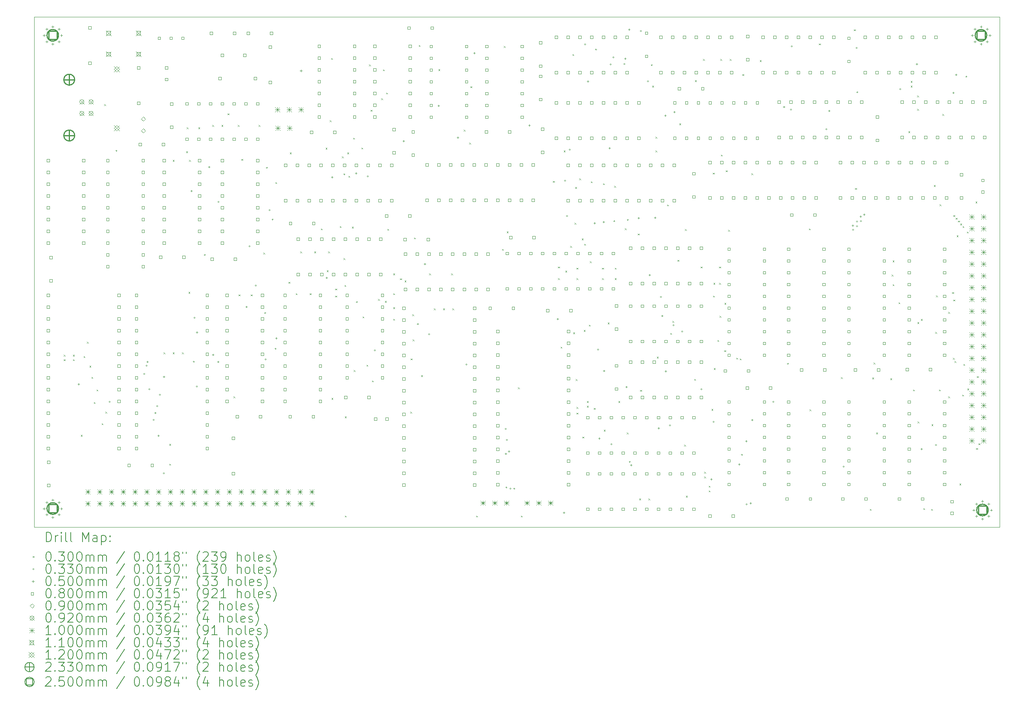
<source format=gbr>
%TF.GenerationSoftware,KiCad,Pcbnew,8.0.8*%
%TF.CreationDate,2025-01-31T18:29:07-05:00*%
%TF.ProjectId,8_16_computer_2,385f3136-5f63-46f6-9d70-757465725f32,rev?*%
%TF.SameCoordinates,Original*%
%TF.FileFunction,Drillmap*%
%TF.FilePolarity,Positive*%
%FSLAX45Y45*%
G04 Gerber Fmt 4.5, Leading zero omitted, Abs format (unit mm)*
G04 Created by KiCad (PCBNEW 8.0.8) date 2025-01-31 18:29:07*
%MOMM*%
%LPD*%
G01*
G04 APERTURE LIST*
%ADD10C,0.038100*%
%ADD11C,0.200000*%
%ADD12C,0.100000*%
%ADD13C,0.110000*%
%ADD14C,0.120000*%
%ADD15C,0.233000*%
%ADD16C,0.250000*%
G04 APERTURE END LIST*
D10*
X10300000Y-7400000D02*
X31100000Y-7400000D01*
X31100000Y-18400000D01*
X10300000Y-18400000D01*
X10300000Y-7400000D01*
D11*
D12*
X10935000Y-14685000D02*
X10965000Y-14715000D01*
X10965000Y-14685000D02*
X10935000Y-14715000D01*
X10935000Y-14785000D02*
X10965000Y-14815000D01*
X10965000Y-14785000D02*
X10935000Y-14815000D01*
X11135000Y-14685000D02*
X11165000Y-14715000D01*
X11165000Y-14685000D02*
X11135000Y-14715000D01*
X11135000Y-14785000D02*
X11165000Y-14815000D01*
X11165000Y-14785000D02*
X11135000Y-14815000D01*
X11305000Y-16415000D02*
X11335000Y-16445000D01*
X11335000Y-16415000D02*
X11305000Y-16445000D01*
X11365000Y-14715000D02*
X11395000Y-14745000D01*
X11395000Y-14715000D02*
X11365000Y-14745000D01*
X11435000Y-14405000D02*
X11465000Y-14435000D01*
X11465000Y-14405000D02*
X11435000Y-14435000D01*
X11490200Y-14925000D02*
X11520200Y-14955000D01*
X11520200Y-14925000D02*
X11490200Y-14955000D01*
X11535000Y-15165000D02*
X11565000Y-15195000D01*
X11565000Y-15165000D02*
X11535000Y-15195000D01*
X11585000Y-15705000D02*
X11615000Y-15735000D01*
X11615000Y-15705000D02*
X11585000Y-15735000D01*
X11645000Y-15435000D02*
X11675000Y-15465000D01*
X11675000Y-15435000D02*
X11645000Y-15465000D01*
X11755000Y-16165000D02*
X11785000Y-16195000D01*
X11785000Y-16165000D02*
X11755000Y-16195000D01*
X11810000Y-9285000D02*
X11840000Y-9315000D01*
X11840000Y-9285000D02*
X11810000Y-9315000D01*
X11835000Y-15915000D02*
X11865000Y-15945000D01*
X11865000Y-15915000D02*
X11835000Y-15945000D01*
X13085000Y-14635000D02*
X13115000Y-14665000D01*
X13115000Y-14635000D02*
X13085000Y-14665000D01*
X13210000Y-16610000D02*
X13240000Y-16640000D01*
X13240000Y-16610000D02*
X13210000Y-16640000D01*
X13210000Y-17035000D02*
X13240000Y-17065000D01*
X13240000Y-17035000D02*
X13210000Y-17065000D01*
X13285000Y-10485000D02*
X13315000Y-10515000D01*
X13315000Y-10485000D02*
X13285000Y-10515000D01*
X13285000Y-14635000D02*
X13315000Y-14665000D01*
X13315000Y-14635000D02*
X13285000Y-14665000D01*
X13485000Y-14635000D02*
X13515000Y-14665000D01*
X13515000Y-14635000D02*
X13485000Y-14665000D01*
X13575000Y-10300000D02*
X13605000Y-10330000D01*
X13605000Y-10300000D02*
X13575000Y-10330000D01*
X13585000Y-9785000D02*
X13615000Y-9815000D01*
X13615000Y-9785000D02*
X13585000Y-9815000D01*
X13624800Y-13330160D02*
X13654800Y-13360160D01*
X13654800Y-13330160D02*
X13624800Y-13360160D01*
X13635000Y-10485000D02*
X13665000Y-10515000D01*
X13665000Y-10485000D02*
X13635000Y-10515000D01*
X13835000Y-9785000D02*
X13865000Y-9815000D01*
X13865000Y-9785000D02*
X13835000Y-9815000D01*
X14135000Y-9735000D02*
X14165000Y-9765000D01*
X14165000Y-9735000D02*
X14135000Y-9765000D01*
X14335000Y-9735000D02*
X14365000Y-9765000D01*
X14365000Y-9735000D02*
X14335000Y-9765000D01*
X14465000Y-9485000D02*
X14495000Y-9515000D01*
X14495000Y-9485000D02*
X14465000Y-9515000D01*
X14595000Y-15585000D02*
X14625000Y-15615000D01*
X14625000Y-15585000D02*
X14595000Y-15615000D01*
X14685000Y-9735000D02*
X14715000Y-9765000D01*
X14715000Y-9735000D02*
X14685000Y-9765000D01*
X14705000Y-13385000D02*
X14735000Y-13415000D01*
X14735000Y-13385000D02*
X14705000Y-13415000D01*
X14765000Y-10465000D02*
X14795000Y-10495000D01*
X14795000Y-10465000D02*
X14765000Y-10495000D01*
X14965000Y-13385000D02*
X14995000Y-13415000D01*
X14995000Y-13385000D02*
X14965000Y-13415000D01*
X15135000Y-9735000D02*
X15165000Y-9765000D01*
X15165000Y-9735000D02*
X15135000Y-9765000D01*
X15235000Y-12485000D02*
X15265000Y-12515000D01*
X15265000Y-12485000D02*
X15235000Y-12515000D01*
X15496000Y-10966000D02*
X15526000Y-10996000D01*
X15526000Y-10966000D02*
X15496000Y-10996000D01*
X15778720Y-13116200D02*
X15808720Y-13146200D01*
X15808720Y-13116200D02*
X15778720Y-13146200D01*
X15809200Y-10325000D02*
X15839200Y-10355000D01*
X15839200Y-10325000D02*
X15809200Y-10355000D01*
X15935000Y-13360000D02*
X15965000Y-13390000D01*
X15965000Y-13360000D02*
X15935000Y-13390000D01*
X16035000Y-12460000D02*
X16065000Y-12490000D01*
X16065000Y-12460000D02*
X16035000Y-12490000D01*
X16235000Y-13360000D02*
X16265000Y-13390000D01*
X16265000Y-13360000D02*
X16235000Y-13390000D01*
X16335000Y-12460000D02*
X16365000Y-12490000D01*
X16365000Y-12460000D02*
X16335000Y-12490000D01*
X16477000Y-11962500D02*
X16507000Y-11992500D01*
X16507000Y-11962500D02*
X16477000Y-11992500D01*
X16580000Y-10225000D02*
X16610000Y-10255000D01*
X16610000Y-10225000D02*
X16580000Y-10255000D01*
X16605000Y-12867500D02*
X16635000Y-12897500D01*
X16635000Y-12867500D02*
X16605000Y-12897500D01*
X16635000Y-12460000D02*
X16665000Y-12490000D01*
X16665000Y-12460000D02*
X16635000Y-12490000D01*
X16670000Y-9630000D02*
X16700000Y-9660000D01*
X16700000Y-9630000D02*
X16670000Y-9660000D01*
X16698200Y-8290800D02*
X16728200Y-8320800D01*
X16728200Y-8290800D02*
X16698200Y-8320800D01*
X16705000Y-15615000D02*
X16735000Y-15645000D01*
X16735000Y-15615000D02*
X16705000Y-15645000D01*
X16785000Y-13260000D02*
X16815000Y-13290000D01*
X16815000Y-13260000D02*
X16785000Y-13290000D01*
X16785000Y-13410000D02*
X16815000Y-13440000D01*
X16815000Y-13410000D02*
X16785000Y-13440000D01*
X16884800Y-11915000D02*
X16914800Y-11945000D01*
X16914800Y-11915000D02*
X16884800Y-11945000D01*
X16928750Y-10408750D02*
X16958750Y-10438750D01*
X16958750Y-10408750D02*
X16928750Y-10438750D01*
X16965000Y-12603800D02*
X16995000Y-12633800D01*
X16995000Y-12603800D02*
X16965000Y-12633800D01*
X16985000Y-13185000D02*
X17015000Y-13215000D01*
X17015000Y-13185000D02*
X16985000Y-13215000D01*
X16995000Y-16015000D02*
X17025000Y-16045000D01*
X17025000Y-16015000D02*
X16995000Y-16045000D01*
X16995000Y-18154700D02*
X17025000Y-18184700D01*
X17025000Y-18154700D02*
X16995000Y-18184700D01*
X17045000Y-10325000D02*
X17075000Y-10355000D01*
X17075000Y-10325000D02*
X17045000Y-10355000D01*
X17069040Y-10830800D02*
X17099040Y-10860800D01*
X17099040Y-10830800D02*
X17069040Y-10860800D01*
X17145200Y-11926900D02*
X17175200Y-11956900D01*
X17175200Y-11926900D02*
X17145200Y-11956900D01*
X17172547Y-10006620D02*
X17202547Y-10036620D01*
X17202547Y-10006620D02*
X17172547Y-10036620D01*
X17185000Y-15015000D02*
X17215000Y-15045000D01*
X17215000Y-15015000D02*
X17185000Y-15045000D01*
X17350000Y-10220000D02*
X17380000Y-10250000D01*
X17380000Y-10220000D02*
X17350000Y-10250000D01*
X17376800Y-13860000D02*
X17406800Y-13890000D01*
X17406800Y-13860000D02*
X17376800Y-13890000D01*
X17460000Y-14900000D02*
X17490000Y-14930000D01*
X17490000Y-14900000D02*
X17460000Y-14930000D01*
X17514000Y-8431000D02*
X17544000Y-8461000D01*
X17544000Y-8431000D02*
X17514000Y-8461000D01*
X17548000Y-9408000D02*
X17578000Y-9438000D01*
X17578000Y-9408000D02*
X17548000Y-9438000D01*
X17579297Y-15239297D02*
X17609297Y-15269297D01*
X17609297Y-15239297D02*
X17579297Y-15269297D01*
X17710000Y-13484800D02*
X17740000Y-13514800D01*
X17740000Y-13484800D02*
X17710000Y-13514800D01*
X17775000Y-9155000D02*
X17805000Y-9185000D01*
X17805000Y-9155000D02*
X17775000Y-9185000D01*
X17815000Y-8535000D02*
X17845000Y-8565000D01*
X17845000Y-8535000D02*
X17815000Y-8565000D01*
X17857969Y-13524729D02*
X17887969Y-13554729D01*
X17887969Y-13524729D02*
X17857969Y-13554729D01*
X17885000Y-9035000D02*
X17915000Y-9065000D01*
X17915000Y-9035000D02*
X17885000Y-9065000D01*
X17910105Y-11972500D02*
X17940105Y-12002500D01*
X17940105Y-11972500D02*
X17910105Y-12002500D01*
X18035000Y-12935000D02*
X18065000Y-12965000D01*
X18065000Y-12935000D02*
X18035000Y-12965000D01*
X18035000Y-13360000D02*
X18065000Y-13390000D01*
X18065000Y-13360000D02*
X18035000Y-13390000D01*
X18035000Y-13660000D02*
X18065000Y-13690000D01*
X18065000Y-13660000D02*
X18035000Y-13690000D01*
X18035000Y-13910000D02*
X18065000Y-13940000D01*
X18065000Y-13910000D02*
X18035000Y-13940000D01*
X18183000Y-13040000D02*
X18213000Y-13070000D01*
X18213000Y-13040000D02*
X18183000Y-13070000D01*
X18282000Y-13085200D02*
X18312000Y-13115200D01*
X18312000Y-13085200D02*
X18282000Y-13115200D01*
X18405000Y-15915000D02*
X18435000Y-15945000D01*
X18435000Y-15915000D02*
X18405000Y-15945000D01*
X18410160Y-14767800D02*
X18440160Y-14797800D01*
X18440160Y-14767800D02*
X18410160Y-14797800D01*
X18445000Y-13815000D02*
X18475000Y-13845000D01*
X18475000Y-13815000D02*
X18445000Y-13845000D01*
X18455000Y-14356900D02*
X18485000Y-14386900D01*
X18485000Y-14356900D02*
X18455000Y-14386900D01*
X18485000Y-12160000D02*
X18515000Y-12190000D01*
X18515000Y-12160000D02*
X18485000Y-12190000D01*
X18585000Y-8010000D02*
X18615000Y-8040000D01*
X18615000Y-8010000D02*
X18585000Y-8040000D01*
X18635000Y-15125200D02*
X18665000Y-15155200D01*
X18665000Y-15125200D02*
X18635000Y-15155200D01*
X18810000Y-12935000D02*
X18840000Y-12965000D01*
X18840000Y-12935000D02*
X18810000Y-12965000D01*
X18910000Y-13685000D02*
X18940000Y-13715000D01*
X18940000Y-13685000D02*
X18910000Y-13715000D01*
X19009600Y-8529560D02*
X19039600Y-8559560D01*
X19039600Y-8529560D02*
X19009600Y-8559560D01*
X19110000Y-13685000D02*
X19140000Y-13715000D01*
X19140000Y-13685000D02*
X19110000Y-13715000D01*
X19285000Y-12935000D02*
X19315000Y-12965000D01*
X19315000Y-12935000D02*
X19285000Y-12965000D01*
X19310000Y-13685000D02*
X19340000Y-13715000D01*
X19340000Y-13685000D02*
X19310000Y-13715000D01*
X19555000Y-9835000D02*
X19585000Y-9865000D01*
X19585000Y-9835000D02*
X19555000Y-9865000D01*
X19675000Y-10115000D02*
X19705000Y-10145000D01*
X19705000Y-10115000D02*
X19675000Y-10145000D01*
X19697200Y-8900400D02*
X19727200Y-8930400D01*
X19727200Y-8900400D02*
X19697200Y-8930400D01*
X19822400Y-18154700D02*
X19852400Y-18184700D01*
X19852400Y-18154700D02*
X19822400Y-18184700D01*
X20380173Y-12405932D02*
X20410173Y-12435932D01*
X20410173Y-12405932D02*
X20380173Y-12435932D01*
X20417000Y-8032000D02*
X20447000Y-8062000D01*
X20447000Y-8032000D02*
X20417000Y-8062000D01*
X20483000Y-12025200D02*
X20513000Y-12055200D01*
X20513000Y-12025200D02*
X20483000Y-12055200D01*
X20724000Y-15389000D02*
X20754000Y-15419000D01*
X20754000Y-15389000D02*
X20724000Y-15419000D01*
X20787600Y-18154700D02*
X20817600Y-18184700D01*
X20817600Y-18154700D02*
X20787600Y-18184700D01*
X21476000Y-10939000D02*
X21506000Y-10969000D01*
X21506000Y-10939000D02*
X21476000Y-10969000D01*
X21585000Y-12785000D02*
X21615000Y-12815000D01*
X21615000Y-12785000D02*
X21585000Y-12815000D01*
X21585000Y-13035000D02*
X21615000Y-13065000D01*
X21615000Y-13035000D02*
X21585000Y-13065000D01*
X21642000Y-14512000D02*
X21672000Y-14542000D01*
X21672000Y-14512000D02*
X21642000Y-14542000D01*
X21711300Y-10282500D02*
X21741300Y-10312500D01*
X21741300Y-10282500D02*
X21711300Y-10312500D01*
X21744000Y-12873000D02*
X21774000Y-12903000D01*
X21774000Y-12873000D02*
X21744000Y-12903000D01*
X21850000Y-12342500D02*
X21880000Y-12372500D01*
X21880000Y-12342500D02*
X21850000Y-12372500D01*
X21897000Y-8205000D02*
X21927000Y-8235000D01*
X21927000Y-8205000D02*
X21897000Y-8235000D01*
X21915000Y-14205000D02*
X21945000Y-14235000D01*
X21945000Y-14205000D02*
X21915000Y-14235000D01*
X21945000Y-11841700D02*
X21975000Y-11871700D01*
X21975000Y-11841700D02*
X21945000Y-11871700D01*
X21953777Y-11071783D02*
X21983777Y-11101783D01*
X21983777Y-11071783D02*
X21953777Y-11101783D01*
X21969000Y-15210000D02*
X21999000Y-15240000D01*
X21999000Y-15210000D02*
X21969000Y-15240000D01*
X21985000Y-12810000D02*
X22015000Y-12840000D01*
X22015000Y-12810000D02*
X21985000Y-12840000D01*
X21985000Y-13035000D02*
X22015000Y-13065000D01*
X22015000Y-13035000D02*
X21985000Y-13065000D01*
X21985000Y-15810000D02*
X22015000Y-15840000D01*
X22015000Y-15810000D02*
X21985000Y-15840000D01*
X21985000Y-15935000D02*
X22015000Y-15965000D01*
X22015000Y-15935000D02*
X21985000Y-15965000D01*
X22046000Y-10884000D02*
X22076000Y-10914000D01*
X22076000Y-10884000D02*
X22046000Y-10914000D01*
X22098000Y-12181000D02*
X22128000Y-12211000D01*
X22128000Y-12181000D02*
X22098000Y-12211000D01*
X22112000Y-16453000D02*
X22142000Y-16483000D01*
X22142000Y-16453000D02*
X22112000Y-16483000D01*
X22143000Y-14153000D02*
X22173000Y-14183000D01*
X22173000Y-14153000D02*
X22143000Y-14183000D01*
X22151000Y-12296000D02*
X22181000Y-12326000D01*
X22181000Y-12296000D02*
X22151000Y-12326000D01*
X22210000Y-15685000D02*
X22240000Y-15715000D01*
X22240000Y-15685000D02*
X22210000Y-15715000D01*
X22210000Y-15785000D02*
X22240000Y-15815000D01*
X22240000Y-15785000D02*
X22210000Y-15815000D01*
X22252000Y-14040000D02*
X22282000Y-14070000D01*
X22282000Y-14040000D02*
X22252000Y-14070000D01*
X22271000Y-12671000D02*
X22301000Y-12701000D01*
X22301000Y-12671000D02*
X22271000Y-12701000D01*
X22294000Y-10946000D02*
X22324000Y-10976000D01*
X22324000Y-10946000D02*
X22294000Y-10976000D01*
X22357500Y-15835000D02*
X22387500Y-15865000D01*
X22387500Y-15835000D02*
X22357500Y-15865000D01*
X22535000Y-12810000D02*
X22565000Y-12840000D01*
X22565000Y-12810000D02*
X22535000Y-12840000D01*
X22535000Y-13035000D02*
X22565000Y-13065000D01*
X22565000Y-13035000D02*
X22535000Y-13065000D01*
X22556000Y-10989000D02*
X22586000Y-11019000D01*
X22586000Y-10989000D02*
X22556000Y-11019000D01*
X22572500Y-16305000D02*
X22602500Y-16335000D01*
X22602500Y-16305000D02*
X22572500Y-16335000D01*
X22660000Y-13989800D02*
X22690000Y-14019800D01*
X22690000Y-13989800D02*
X22660000Y-14019800D01*
X22800000Y-11046000D02*
X22830000Y-11076000D01*
X22830000Y-11046000D02*
X22800000Y-11076000D01*
X22810000Y-12810000D02*
X22840000Y-12840000D01*
X22840000Y-12810000D02*
X22810000Y-12840000D01*
X22810000Y-13035000D02*
X22840000Y-13065000D01*
X22840000Y-13035000D02*
X22810000Y-13065000D01*
X22885000Y-15685000D02*
X22915000Y-15715000D01*
X22915000Y-15685000D02*
X22885000Y-15715000D01*
X23025000Y-11959800D02*
X23055000Y-11989800D01*
X23055000Y-11959800D02*
X23025000Y-11989800D01*
X23069300Y-16361480D02*
X23099300Y-16391480D01*
X23099300Y-16361480D02*
X23069300Y-16391480D01*
X23305000Y-12075000D02*
X23335000Y-12105000D01*
X23335000Y-12075000D02*
X23305000Y-12105000D01*
X23335000Y-17782500D02*
X23365000Y-17812500D01*
X23365000Y-17782500D02*
X23335000Y-17812500D01*
X23355000Y-15445000D02*
X23385000Y-15475000D01*
X23385000Y-15445000D02*
X23355000Y-15475000D01*
X23535000Y-17782500D02*
X23565000Y-17812500D01*
X23565000Y-17782500D02*
X23535000Y-17812500D01*
X23613200Y-8887190D02*
X23643200Y-8917190D01*
X23643200Y-8887190D02*
X23613200Y-8917190D01*
X23685000Y-9985000D02*
X23715000Y-10015000D01*
X23715000Y-9985000D02*
X23685000Y-10015000D01*
X23685000Y-10285000D02*
X23715000Y-10315000D01*
X23715000Y-10285000D02*
X23685000Y-10315000D01*
X23714900Y-14726592D02*
X23744900Y-14756592D01*
X23744900Y-14726592D02*
X23714900Y-14756592D01*
X23938000Y-11449000D02*
X23968000Y-11479000D01*
X23968000Y-11449000D02*
X23938000Y-11479000D01*
X24003000Y-14215000D02*
X24033000Y-14245000D01*
X24033000Y-14215000D02*
X24003000Y-14245000D01*
X24050000Y-13958000D02*
X24080000Y-13988000D01*
X24080000Y-13958000D02*
X24050000Y-13988000D01*
X24160000Y-12643000D02*
X24190000Y-12673000D01*
X24190000Y-12643000D02*
X24160000Y-12673000D01*
X24200000Y-9700000D02*
X24230000Y-9730000D01*
X24230000Y-9700000D02*
X24200000Y-9730000D01*
X24305000Y-16625000D02*
X24335000Y-16655000D01*
X24335000Y-16625000D02*
X24305000Y-16655000D01*
X24323300Y-11975200D02*
X24353300Y-12005200D01*
X24353300Y-11975200D02*
X24323300Y-12005200D01*
X24345000Y-17727100D02*
X24375000Y-17757100D01*
X24375000Y-17727100D02*
X24345000Y-17757100D01*
X24521400Y-15204680D02*
X24551400Y-15234680D01*
X24551400Y-15204680D02*
X24521400Y-15234680D01*
X24538000Y-8770000D02*
X24568000Y-8800000D01*
X24568000Y-8770000D02*
X24538000Y-8800000D01*
X24660000Y-12785000D02*
X24690000Y-12815000D01*
X24690000Y-12785000D02*
X24660000Y-12815000D01*
X24710000Y-8310000D02*
X24740000Y-8340000D01*
X24740000Y-8310000D02*
X24710000Y-8340000D01*
X24735000Y-17210000D02*
X24765000Y-17240000D01*
X24765000Y-17210000D02*
X24735000Y-17240000D01*
X24735000Y-17310000D02*
X24765000Y-17340000D01*
X24765000Y-17310000D02*
X24735000Y-17340000D01*
X24835000Y-17510000D02*
X24865000Y-17540000D01*
X24865000Y-17510000D02*
X24835000Y-17540000D01*
X24835000Y-17610000D02*
X24865000Y-17640000D01*
X24865000Y-17610000D02*
X24835000Y-17640000D01*
X24895000Y-15855000D02*
X24925000Y-15885000D01*
X24925000Y-15855000D02*
X24895000Y-15885000D01*
X24924000Y-10760000D02*
X24954000Y-10790000D01*
X24954000Y-10760000D02*
X24924000Y-10790000D01*
X24928000Y-13413000D02*
X24958000Y-13443000D01*
X24958000Y-13413000D02*
X24928000Y-13443000D01*
X24935000Y-13135000D02*
X24965000Y-13165000D01*
X24965000Y-13135000D02*
X24935000Y-13165000D01*
X24945000Y-14975000D02*
X24975000Y-15005000D01*
X24975000Y-14975000D02*
X24945000Y-15005000D01*
X25020000Y-14370000D02*
X25050000Y-14400000D01*
X25050000Y-14370000D02*
X25020000Y-14400000D01*
X25060000Y-12785000D02*
X25090000Y-12815000D01*
X25090000Y-12785000D02*
X25060000Y-12815000D01*
X25060000Y-13135000D02*
X25090000Y-13165000D01*
X25090000Y-13135000D02*
X25060000Y-13165000D01*
X25064960Y-13848320D02*
X25094960Y-13878320D01*
X25094960Y-13848320D02*
X25064960Y-13878320D01*
X25085000Y-8310000D02*
X25115000Y-8340000D01*
X25115000Y-8310000D02*
X25085000Y-8340000D01*
X25096789Y-10371900D02*
X25126789Y-10401900D01*
X25126789Y-10371900D02*
X25096789Y-10401900D01*
X25169060Y-14588005D02*
X25199060Y-14618005D01*
X25199060Y-14588005D02*
X25169060Y-14618005D01*
X25171640Y-13568920D02*
X25201640Y-13598920D01*
X25201640Y-13568920D02*
X25171640Y-13598920D01*
X25201200Y-10710000D02*
X25231200Y-10740000D01*
X25231200Y-10710000D02*
X25201200Y-10740000D01*
X25255000Y-11992900D02*
X25285000Y-12022900D01*
X25285000Y-11992900D02*
X25255000Y-12022900D01*
X25285000Y-8310000D02*
X25315000Y-8340000D01*
X25315000Y-8310000D02*
X25285000Y-8340000D01*
X25427620Y-14748844D02*
X25457620Y-14778844D01*
X25457620Y-14748844D02*
X25427620Y-14778844D01*
X25505000Y-14768000D02*
X25535000Y-14798000D01*
X25535000Y-14768000D02*
X25505000Y-14798000D01*
X25560000Y-8635000D02*
X25590000Y-8665000D01*
X25590000Y-8635000D02*
X25560000Y-8665000D01*
X25755000Y-10774000D02*
X25785000Y-10804000D01*
X25785000Y-10774000D02*
X25755000Y-10804000D01*
X25935000Y-8335000D02*
X25965000Y-8365000D01*
X25965000Y-8335000D02*
X25935000Y-8365000D01*
X26992000Y-11965000D02*
X27022000Y-11995000D01*
X27022000Y-11965000D02*
X26992000Y-11995000D01*
X27005000Y-15865000D02*
X27035000Y-15895000D01*
X27035000Y-15865000D02*
X27005000Y-15895000D01*
X27209000Y-7975000D02*
X27239000Y-8005000D01*
X27239000Y-7975000D02*
X27209000Y-8005000D01*
X27685000Y-15168200D02*
X27715000Y-15198200D01*
X27715000Y-15168200D02*
X27685000Y-15198200D01*
X27961000Y-7670100D02*
X27991000Y-7700100D01*
X27991000Y-7670100D02*
X27961000Y-7700100D01*
X27987500Y-11091000D02*
X28017500Y-11121000D01*
X28017500Y-11091000D02*
X27987500Y-11121000D01*
X28305000Y-18010200D02*
X28335000Y-18040200D01*
X28335000Y-18010200D02*
X28305000Y-18040200D01*
X28357500Y-15175000D02*
X28387500Y-15205000D01*
X28387500Y-15175000D02*
X28357500Y-15205000D01*
X28385200Y-14855600D02*
X28415200Y-14885600D01*
X28415200Y-14855600D02*
X28385200Y-14885600D01*
X28442500Y-16361480D02*
X28472500Y-16391480D01*
X28472500Y-16361480D02*
X28442500Y-16391480D01*
X28747686Y-15195957D02*
X28777686Y-15225957D01*
X28777686Y-15195957D02*
X28747686Y-15225957D01*
X28773360Y-12959320D02*
X28803360Y-12989320D01*
X28803360Y-12959320D02*
X28773360Y-12989320D01*
X28795000Y-12655000D02*
X28825000Y-12685000D01*
X28825000Y-12655000D02*
X28795000Y-12685000D01*
X28795000Y-13165000D02*
X28825000Y-13195000D01*
X28825000Y-13165000D02*
X28795000Y-13195000D01*
X28925000Y-13554000D02*
X28955000Y-13584000D01*
X28955000Y-13554000D02*
X28925000Y-13584000D01*
X29136000Y-9868000D02*
X29166000Y-9898000D01*
X29166000Y-9868000D02*
X29136000Y-9898000D01*
X29185000Y-8785000D02*
X29215000Y-8815000D01*
X29215000Y-8785000D02*
X29185000Y-8815000D01*
X29185000Y-8885000D02*
X29215000Y-8915000D01*
X29215000Y-8885000D02*
X29185000Y-8915000D01*
X29235200Y-15435000D02*
X29265200Y-15465000D01*
X29265200Y-15435000D02*
X29235200Y-15465000D01*
X29325000Y-9387000D02*
X29355000Y-9417000D01*
X29355000Y-9387000D02*
X29325000Y-9417000D01*
X29326000Y-9097000D02*
X29356000Y-9127000D01*
X29356000Y-9097000D02*
X29326000Y-9127000D01*
X29331000Y-13985000D02*
X29361000Y-14015000D01*
X29361000Y-13985000D02*
X29331000Y-14015000D01*
X29335000Y-16125000D02*
X29365000Y-16155000D01*
X29365000Y-16125000D02*
X29335000Y-16155000D01*
X29405000Y-13915000D02*
X29435000Y-13945000D01*
X29435000Y-13915000D02*
X29405000Y-13945000D01*
X29455962Y-17990344D02*
X29485962Y-18020344D01*
X29485962Y-17990344D02*
X29455962Y-18020344D01*
X29625000Y-18010000D02*
X29655000Y-18040000D01*
X29655000Y-18010000D02*
X29625000Y-18040000D01*
X29635000Y-16185000D02*
X29665000Y-16215000D01*
X29665000Y-16185000D02*
X29635000Y-16215000D01*
X29684000Y-11028000D02*
X29714000Y-11058000D01*
X29714000Y-11028000D02*
X29684000Y-11058000D01*
X29715000Y-14195000D02*
X29745000Y-14225000D01*
X29745000Y-14195000D02*
X29715000Y-14225000D01*
X29733480Y-13407500D02*
X29763480Y-13437500D01*
X29763480Y-13407500D02*
X29733480Y-13437500D01*
X29796800Y-15435000D02*
X29826800Y-15465000D01*
X29826800Y-15435000D02*
X29796800Y-15465000D01*
X29810000Y-11442000D02*
X29840000Y-11472000D01*
X29840000Y-11442000D02*
X29810000Y-11472000D01*
X29867000Y-9496500D02*
X29897000Y-9526500D01*
X29897000Y-9496500D02*
X29867000Y-9526500D01*
X29995000Y-13765000D02*
X30025000Y-13795000D01*
X30025000Y-13765000D02*
X29995000Y-13795000D01*
X29995000Y-15585000D02*
X30025000Y-15615000D01*
X30025000Y-15585000D02*
X29995000Y-15615000D01*
X30078920Y-13335000D02*
X30108920Y-13365000D01*
X30108920Y-13335000D02*
X30078920Y-13365000D01*
X30095000Y-14755000D02*
X30125000Y-14785000D01*
X30125000Y-14755000D02*
X30095000Y-14785000D01*
X30105000Y-11675000D02*
X30135000Y-11705000D01*
X30135000Y-11675000D02*
X30105000Y-11705000D01*
X30105000Y-13495000D02*
X30135000Y-13525000D01*
X30135000Y-13495000D02*
X30105000Y-13525000D01*
X30128302Y-14819624D02*
X30158302Y-14849624D01*
X30158302Y-14819624D02*
X30128302Y-14849624D01*
X30155000Y-11735000D02*
X30185000Y-11765000D01*
X30185000Y-11735000D02*
X30155000Y-11765000D01*
X30174800Y-12110297D02*
X30204800Y-12140297D01*
X30204800Y-12110297D02*
X30174800Y-12140297D01*
X30205000Y-11795000D02*
X30235000Y-11825000D01*
X30235000Y-11795000D02*
X30205000Y-11825000D01*
X30235000Y-17463000D02*
X30265000Y-17493000D01*
X30265000Y-17463000D02*
X30235000Y-17493000D01*
X30252186Y-11859800D02*
X30282186Y-11889800D01*
X30282186Y-11859800D02*
X30252186Y-11889800D01*
X30295200Y-15545000D02*
X30325200Y-15575000D01*
X30325200Y-15545000D02*
X30295200Y-15575000D01*
X30303593Y-11913593D02*
X30333593Y-11943593D01*
X30333593Y-11913593D02*
X30303593Y-11943593D01*
X30322000Y-14883000D02*
X30352000Y-14913000D01*
X30352000Y-14883000D02*
X30322000Y-14913000D01*
X30398768Y-12029862D02*
X30428768Y-12059862D01*
X30428768Y-12029862D02*
X30398768Y-12059862D01*
X30404040Y-15412960D02*
X30434040Y-15442960D01*
X30434040Y-15412960D02*
X30404040Y-15442960D01*
X30584000Y-11384000D02*
X30614000Y-11414000D01*
X30614000Y-11384000D02*
X30584000Y-11414000D01*
X30597080Y-16698200D02*
X30627080Y-16728200D01*
X30627080Y-16698200D02*
X30597080Y-16728200D01*
X30611747Y-15147500D02*
X30641747Y-15177500D01*
X30641747Y-15147500D02*
X30611747Y-15177500D01*
X30645325Y-16594075D02*
X30675325Y-16624075D01*
X30675325Y-16594075D02*
X30645325Y-16624075D01*
X11276510Y-15324500D02*
G75*
G02*
X11243490Y-15324500I-16510J0D01*
G01*
X11243490Y-15324500D02*
G75*
G02*
X11276510Y-15324500I16510J0D01*
G01*
X11939720Y-15701000D02*
G75*
G02*
X11906700Y-15701000I-16510J0D01*
G01*
X11906700Y-15701000D02*
G75*
G02*
X11939720Y-15701000I16510J0D01*
G01*
X12086590Y-10287000D02*
G75*
G02*
X12053570Y-10287000I-16510J0D01*
G01*
X12053570Y-10287000D02*
G75*
G02*
X12086590Y-10287000I16510J0D01*
G01*
X12686510Y-15100000D02*
G75*
G02*
X12653490Y-15100000I-16510J0D01*
G01*
X12653490Y-15100000D02*
G75*
G02*
X12686510Y-15100000I16510J0D01*
G01*
X12736510Y-14924000D02*
G75*
G02*
X12703490Y-14924000I-16510J0D01*
G01*
X12703490Y-14924000D02*
G75*
G02*
X12736510Y-14924000I16510J0D01*
G01*
X12756510Y-14840000D02*
G75*
G02*
X12723490Y-14840000I-16510J0D01*
G01*
X12723490Y-14840000D02*
G75*
G02*
X12756510Y-14840000I16510J0D01*
G01*
X12796510Y-15431000D02*
G75*
G02*
X12763490Y-15431000I-16510J0D01*
G01*
X12763490Y-15431000D02*
G75*
G02*
X12796510Y-15431000I16510J0D01*
G01*
X12886510Y-16090000D02*
G75*
G02*
X12853490Y-16090000I-16510J0D01*
G01*
X12853490Y-16090000D02*
G75*
G02*
X12886510Y-16090000I16510J0D01*
G01*
X12926510Y-15940000D02*
G75*
G02*
X12893490Y-15940000I-16510J0D01*
G01*
X12893490Y-15940000D02*
G75*
G02*
X12926510Y-15940000I16510J0D01*
G01*
X12966510Y-15793500D02*
G75*
G02*
X12933490Y-15793500I-16510J0D01*
G01*
X12933490Y-15793500D02*
G75*
G02*
X12966510Y-15793500I16510J0D01*
G01*
X12994510Y-16435000D02*
G75*
G02*
X12961490Y-16435000I-16510J0D01*
G01*
X12961490Y-16435000D02*
G75*
G02*
X12994510Y-16435000I16510J0D01*
G01*
X13028300Y-15548000D02*
G75*
G02*
X12995280Y-15548000I-16510J0D01*
G01*
X12995280Y-15548000D02*
G75*
G02*
X13028300Y-15548000I16510J0D01*
G01*
X13108010Y-17242000D02*
G75*
G02*
X13074990Y-17242000I-16510J0D01*
G01*
X13074990Y-17242000D02*
G75*
G02*
X13108010Y-17242000I16510J0D01*
G01*
X13113510Y-15160000D02*
G75*
G02*
X13080490Y-15160000I-16510J0D01*
G01*
X13080490Y-15160000D02*
G75*
G02*
X13113510Y-15160000I16510J0D01*
G01*
X13707110Y-11154500D02*
G75*
G02*
X13674090Y-11154500I-16510J0D01*
G01*
X13674090Y-11154500D02*
G75*
G02*
X13707110Y-11154500I16510J0D01*
G01*
X13755510Y-14834490D02*
G75*
G02*
X13722490Y-14834490I-16510J0D01*
G01*
X13722490Y-14834490D02*
G75*
G02*
X13755510Y-14834490I16510J0D01*
G01*
X13767213Y-13888087D02*
G75*
G02*
X13734193Y-13888087I-16510J0D01*
G01*
X13734193Y-13888087D02*
G75*
G02*
X13767213Y-13888087I16510J0D01*
G01*
X13821510Y-15370000D02*
G75*
G02*
X13788490Y-15370000I-16510J0D01*
G01*
X13788490Y-15370000D02*
G75*
G02*
X13821510Y-15370000I16510J0D01*
G01*
X13826510Y-14205000D02*
G75*
G02*
X13793490Y-14205000I-16510J0D01*
G01*
X13793490Y-14205000D02*
G75*
G02*
X13826510Y-14205000I16510J0D01*
G01*
X13992020Y-12536164D02*
G75*
G02*
X13959000Y-12536164I-16510J0D01*
G01*
X13959000Y-12536164D02*
G75*
G02*
X13992020Y-12536164I16510J0D01*
G01*
X14088110Y-10642600D02*
G75*
G02*
X14055090Y-10642600I-16510J0D01*
G01*
X14055090Y-10642600D02*
G75*
G02*
X14088110Y-10642600I16510J0D01*
G01*
X14173587Y-14688010D02*
G75*
G02*
X14140567Y-14688010I-16510J0D01*
G01*
X14140567Y-14688010D02*
G75*
G02*
X14173587Y-14688010I16510J0D01*
G01*
X14284210Y-14840700D02*
G75*
G02*
X14251190Y-14840700I-16510J0D01*
G01*
X14251190Y-14840700D02*
G75*
G02*
X14284210Y-14840700I16510J0D01*
G01*
X14286230Y-11389360D02*
G75*
G02*
X14253210Y-11389360I-16510J0D01*
G01*
X14253210Y-11389360D02*
G75*
G02*
X14286230Y-11389360I16510J0D01*
G01*
X14894510Y-13655000D02*
G75*
G02*
X14861490Y-13655000I-16510J0D01*
G01*
X14861490Y-13655000D02*
G75*
G02*
X14894510Y-13655000I16510J0D01*
G01*
X14956510Y-12350000D02*
G75*
G02*
X14923490Y-12350000I-16510J0D01*
G01*
X14923490Y-12350000D02*
G75*
G02*
X14956510Y-12350000I16510J0D01*
G01*
X15088870Y-13192760D02*
G75*
G02*
X15055850Y-13192760I-16510J0D01*
G01*
X15055850Y-13192760D02*
G75*
G02*
X15088870Y-13192760I16510J0D01*
G01*
X15294010Y-13782500D02*
G75*
G02*
X15260990Y-13782500I-16510J0D01*
G01*
X15260990Y-13782500D02*
G75*
G02*
X15294010Y-13782500I16510J0D01*
G01*
X15304010Y-14785000D02*
G75*
G02*
X15270990Y-14785000I-16510J0D01*
G01*
X15270990Y-14785000D02*
G75*
G02*
X15304010Y-14785000I16510J0D01*
G01*
X15331510Y-10655000D02*
G75*
G02*
X15298490Y-10655000I-16510J0D01*
G01*
X15298490Y-10655000D02*
G75*
G02*
X15331510Y-10655000I16510J0D01*
G01*
X15387510Y-11565000D02*
G75*
G02*
X15354490Y-11565000I-16510J0D01*
G01*
X15354490Y-11565000D02*
G75*
G02*
X15387510Y-11565000I16510J0D01*
G01*
X15453510Y-11769000D02*
G75*
G02*
X15420490Y-11769000I-16510J0D01*
G01*
X15420490Y-11769000D02*
G75*
G02*
X15453510Y-11769000I16510J0D01*
G01*
X15516510Y-14555000D02*
G75*
G02*
X15483490Y-14555000I-16510J0D01*
G01*
X15483490Y-14555000D02*
G75*
G02*
X15516510Y-14555000I16510J0D01*
G01*
X15536510Y-14330000D02*
G75*
G02*
X15503490Y-14330000I-16510J0D01*
G01*
X15503490Y-14330000D02*
G75*
G02*
X15536510Y-14330000I16510J0D01*
G01*
X16618911Y-13029462D02*
G75*
G02*
X16585891Y-13029462I-16510J0D01*
G01*
X16585891Y-13029462D02*
G75*
G02*
X16618911Y-13029462I16510J0D01*
G01*
X16739510Y-10862790D02*
G75*
G02*
X16706490Y-10862790I-16510J0D01*
G01*
X16706490Y-10862790D02*
G75*
G02*
X16739510Y-10862790I16510J0D01*
G01*
X16998950Y-10796870D02*
G75*
G02*
X16965930Y-10796870I-16510J0D01*
G01*
X16965930Y-10796870D02*
G75*
G02*
X16998950Y-10796870I16510J0D01*
G01*
X17254510Y-10774680D02*
G75*
G02*
X17221490Y-10774680I-16510J0D01*
G01*
X17221490Y-10774680D02*
G75*
G02*
X17254510Y-10774680I16510J0D01*
G01*
X17270510Y-13550000D02*
G75*
G02*
X17237490Y-13550000I-16510J0D01*
G01*
X17237490Y-13550000D02*
G75*
G02*
X17270510Y-13550000I16510J0D01*
G01*
X17501870Y-10840720D02*
G75*
G02*
X17468850Y-10840720I-16510J0D01*
G01*
X17468850Y-10840720D02*
G75*
G02*
X17501870Y-10840720I16510J0D01*
G01*
X17656510Y-14590000D02*
G75*
G02*
X17623490Y-14590000I-16510J0D01*
G01*
X17623490Y-14590000D02*
G75*
G02*
X17656510Y-14590000I16510J0D01*
G01*
X18281000Y-10082710D02*
G75*
G02*
X18247980Y-10082710I-16510J0D01*
G01*
X18247980Y-10082710D02*
G75*
G02*
X18281000Y-10082710I16510J0D01*
G01*
X18582510Y-14025000D02*
G75*
G02*
X18549490Y-14025000I-16510J0D01*
G01*
X18549490Y-14025000D02*
G75*
G02*
X18582510Y-14025000I16510J0D01*
G01*
X18737510Y-12732000D02*
G75*
G02*
X18704490Y-12732000I-16510J0D01*
G01*
X18704490Y-12732000D02*
G75*
G02*
X18737510Y-12732000I16510J0D01*
G01*
X18824510Y-14243000D02*
G75*
G02*
X18791490Y-14243000I-16510J0D01*
G01*
X18791490Y-14243000D02*
G75*
G02*
X18824510Y-14243000I16510J0D01*
G01*
X19030950Y-9322253D02*
G75*
G02*
X18997930Y-9322253I-16510J0D01*
G01*
X18997930Y-9322253D02*
G75*
G02*
X19030950Y-9322253I16510J0D01*
G01*
X19446510Y-10005510D02*
G75*
G02*
X19413490Y-10005510I-16510J0D01*
G01*
X19413490Y-10005510D02*
G75*
G02*
X19446510Y-10005510I16510J0D01*
G01*
X19631510Y-14897000D02*
G75*
G02*
X19598490Y-14897000I-16510J0D01*
G01*
X19598490Y-14897000D02*
G75*
G02*
X19631510Y-14897000I16510J0D01*
G01*
X19803510Y-8184000D02*
G75*
G02*
X19770490Y-8184000I-16510J0D01*
G01*
X19770490Y-8184000D02*
G75*
G02*
X19803510Y-8184000I16510J0D01*
G01*
X20475060Y-16286480D02*
G75*
G02*
X20442040Y-16286480I-16510J0D01*
G01*
X20442040Y-16286480D02*
G75*
G02*
X20475060Y-16286480I16510J0D01*
G01*
X20480140Y-16823570D02*
G75*
G02*
X20447120Y-16823570I-16510J0D01*
G01*
X20447120Y-16823570D02*
G75*
G02*
X20480140Y-16823570I16510J0D01*
G01*
X20488910Y-17546320D02*
G75*
G02*
X20455890Y-17546320I-16510J0D01*
G01*
X20455890Y-17546320D02*
G75*
G02*
X20488910Y-17546320I16510J0D01*
G01*
X20502020Y-16520000D02*
G75*
G02*
X20469000Y-16520000I-16510J0D01*
G01*
X20469000Y-16520000D02*
G75*
G02*
X20502020Y-16520000I16510J0D01*
G01*
X20546510Y-16770000D02*
G75*
G02*
X20513490Y-16770000I-16510J0D01*
G01*
X20513490Y-16770000D02*
G75*
G02*
X20546510Y-16770000I16510J0D01*
G01*
X20580426Y-17570967D02*
G75*
G02*
X20547406Y-17570967I-16510J0D01*
G01*
X20547406Y-17570967D02*
G75*
G02*
X20580426Y-17570967I16510J0D01*
G01*
X20661630Y-17574490D02*
G75*
G02*
X20628610Y-17574490I-16510J0D01*
G01*
X20628610Y-17574490D02*
G75*
G02*
X20661630Y-17574490I16510J0D01*
G01*
X20986820Y-9745248D02*
G75*
G02*
X20953800Y-9745248I-16510J0D01*
G01*
X20953800Y-9745248D02*
G75*
G02*
X20986820Y-9745248I16510J0D01*
G01*
X21596510Y-13920000D02*
G75*
G02*
X21563490Y-13920000I-16510J0D01*
G01*
X21563490Y-13920000D02*
G75*
G02*
X21596510Y-13920000I16510J0D01*
G01*
X21732510Y-18092710D02*
G75*
G02*
X21699490Y-18092710I-16510J0D01*
G01*
X21699490Y-18092710D02*
G75*
G02*
X21732510Y-18092710I16510J0D01*
G01*
X21754010Y-10935000D02*
G75*
G02*
X21720990Y-10935000I-16510J0D01*
G01*
X21720990Y-10935000D02*
G75*
G02*
X21754010Y-10935000I16510J0D01*
G01*
X21796510Y-11692190D02*
G75*
G02*
X21763490Y-11692190I-16510J0D01*
G01*
X21763490Y-11692190D02*
G75*
G02*
X21796510Y-11692190I16510J0D01*
G01*
X21853535Y-10265510D02*
G75*
G02*
X21820515Y-10265510I-16510J0D01*
G01*
X21820515Y-10265510D02*
G75*
G02*
X21853535Y-10265510I16510J0D01*
G01*
X22186510Y-7997810D02*
G75*
G02*
X22153490Y-7997810I-16510J0D01*
G01*
X22153490Y-7997810D02*
G75*
G02*
X22186510Y-7997810I16510J0D01*
G01*
X22248510Y-8797500D02*
G75*
G02*
X22215490Y-8797500I-16510J0D01*
G01*
X22215490Y-8797500D02*
G75*
G02*
X22248510Y-8797500I16510J0D01*
G01*
X22392510Y-11852410D02*
G75*
G02*
X22359490Y-11852410I-16510J0D01*
G01*
X22359490Y-11852410D02*
G75*
G02*
X22392510Y-11852410I16510J0D01*
G01*
X22420520Y-8106790D02*
G75*
G02*
X22387500Y-8106790I-16510J0D01*
G01*
X22387500Y-8106790D02*
G75*
G02*
X22420520Y-8106790I16510J0D01*
G01*
X22465510Y-14572000D02*
G75*
G02*
X22432490Y-14572000I-16510J0D01*
G01*
X22432490Y-14572000D02*
G75*
G02*
X22465510Y-14572000I16510J0D01*
G01*
X22496510Y-16490000D02*
G75*
G02*
X22463490Y-16490000I-16510J0D01*
G01*
X22463490Y-16490000D02*
G75*
G02*
X22496510Y-16490000I16510J0D01*
G01*
X22588510Y-11825510D02*
G75*
G02*
X22555490Y-11825510I-16510J0D01*
G01*
X22555490Y-11825510D02*
G75*
G02*
X22588510Y-11825510I16510J0D01*
G01*
X22595510Y-15036000D02*
G75*
G02*
X22562490Y-15036000I-16510J0D01*
G01*
X22562490Y-15036000D02*
G75*
G02*
X22595510Y-15036000I16510J0D01*
G01*
X22716510Y-10235510D02*
G75*
G02*
X22683490Y-10235510I-16510J0D01*
G01*
X22683490Y-10235510D02*
G75*
G02*
X22716510Y-10235510I16510J0D01*
G01*
X22734795Y-8426330D02*
G75*
G02*
X22701775Y-8426330I-16510J0D01*
G01*
X22701775Y-8426330D02*
G75*
G02*
X22734795Y-8426330I16510J0D01*
G01*
X22750510Y-16615290D02*
G75*
G02*
X22717490Y-16615290I-16510J0D01*
G01*
X22717490Y-16615290D02*
G75*
G02*
X22750510Y-16615290I16510J0D01*
G01*
X22796510Y-8274490D02*
G75*
G02*
X22763490Y-8274490I-16510J0D01*
G01*
X22763490Y-8274490D02*
G75*
G02*
X22796510Y-8274490I16510J0D01*
G01*
X22816510Y-11805510D02*
G75*
G02*
X22783490Y-11805510I-16510J0D01*
G01*
X22783490Y-11805510D02*
G75*
G02*
X22816510Y-11805510I16510J0D01*
G01*
X23035000Y-8418292D02*
G75*
G02*
X23001980Y-8418292I-16510J0D01*
G01*
X23001980Y-8418292D02*
G75*
G02*
X23035000Y-8418292I16510J0D01*
G01*
X23056032Y-8305510D02*
G75*
G02*
X23023012Y-8305510I-16510J0D01*
G01*
X23023012Y-8305510D02*
G75*
G02*
X23056032Y-8305510I16510J0D01*
G01*
X23079449Y-15380000D02*
G75*
G02*
X23046429Y-15380000I-16510J0D01*
G01*
X23046429Y-15380000D02*
G75*
G02*
X23079449Y-15380000I16510J0D01*
G01*
X23106510Y-11777810D02*
G75*
G02*
X23073490Y-11777810I-16510J0D01*
G01*
X23073490Y-11777810D02*
G75*
G02*
X23106510Y-11777810I16510J0D01*
G01*
X23136626Y-7676033D02*
G75*
G02*
X23103606Y-7676033I-16510J0D01*
G01*
X23103606Y-7676033D02*
G75*
G02*
X23136626Y-7676033I16510J0D01*
G01*
X23147947Y-16994797D02*
G75*
G02*
X23114927Y-16994797I-16510J0D01*
G01*
X23114927Y-16994797D02*
G75*
G02*
X23147947Y-16994797I16510J0D01*
G01*
X23182964Y-17068148D02*
G75*
G02*
X23149944Y-17068148I-16510J0D01*
G01*
X23149944Y-17068148D02*
G75*
G02*
X23182964Y-17068148I16510J0D01*
G01*
X23340510Y-11741790D02*
G75*
G02*
X23307490Y-11741790I-16510J0D01*
G01*
X23307490Y-11741790D02*
G75*
G02*
X23340510Y-11741790I16510J0D01*
G01*
X23388032Y-7704290D02*
G75*
G02*
X23355012Y-7704290I-16510J0D01*
G01*
X23355012Y-7704290D02*
G75*
G02*
X23388032Y-7704290I16510J0D01*
G01*
X23540020Y-8790000D02*
G75*
G02*
X23507000Y-8790000I-16510J0D01*
G01*
X23507000Y-8790000D02*
G75*
G02*
X23540020Y-8790000I16510J0D01*
G01*
X23579010Y-12971990D02*
G75*
G02*
X23545990Y-12971990I-16510J0D01*
G01*
X23545990Y-12971990D02*
G75*
G02*
X23579010Y-12971990I16510J0D01*
G01*
X23625020Y-8440000D02*
G75*
G02*
X23592000Y-8440000I-16510J0D01*
G01*
X23592000Y-8440000D02*
G75*
G02*
X23625020Y-8440000I16510J0D01*
G01*
X23696020Y-11733245D02*
G75*
G02*
X23663000Y-11733245I-16510J0D01*
G01*
X23663000Y-11733245D02*
G75*
G02*
X23696020Y-11733245I16510J0D01*
G01*
X23776510Y-16271790D02*
G75*
G02*
X23743490Y-16271790I-16510J0D01*
G01*
X23743490Y-16271790D02*
G75*
G02*
X23776510Y-16271790I16510J0D01*
G01*
X23821510Y-13440000D02*
G75*
G02*
X23788490Y-13440000I-16510J0D01*
G01*
X23788490Y-13440000D02*
G75*
G02*
X23821510Y-13440000I16510J0D01*
G01*
X23851100Y-13847500D02*
G75*
G02*
X23818080Y-13847500I-16510J0D01*
G01*
X23818080Y-13847500D02*
G75*
G02*
X23851100Y-13847500I16510J0D01*
G01*
X23916510Y-9530000D02*
G75*
G02*
X23883490Y-9530000I-16510J0D01*
G01*
X23883490Y-9530000D02*
G75*
G02*
X23916510Y-9530000I16510J0D01*
G01*
X23924510Y-15045510D02*
G75*
G02*
X23891490Y-15045510I-16510J0D01*
G01*
X23891490Y-15045510D02*
G75*
G02*
X23924510Y-15045510I16510J0D01*
G01*
X24016510Y-16210000D02*
G75*
G02*
X23983490Y-16210000I-16510J0D01*
G01*
X23983490Y-16210000D02*
G75*
G02*
X24016510Y-16210000I16510J0D01*
G01*
X24089000Y-14050010D02*
G75*
G02*
X24055980Y-14050010I-16510J0D01*
G01*
X24055980Y-14050010D02*
G75*
G02*
X24089000Y-14050010I16510J0D01*
G01*
X24113510Y-9455790D02*
G75*
G02*
X24080490Y-9455790I-16510J0D01*
G01*
X24080490Y-9455790D02*
G75*
G02*
X24113510Y-9455790I16510J0D01*
G01*
X24277820Y-14185000D02*
G75*
G02*
X24244800Y-14185000I-16510J0D01*
G01*
X24244800Y-14185000D02*
G75*
G02*
X24277820Y-14185000I16510J0D01*
G01*
X24690510Y-15431000D02*
G75*
G02*
X24657490Y-15431000I-16510J0D01*
G01*
X24657490Y-15431000D02*
G75*
G02*
X24690510Y-15431000I16510J0D01*
G01*
X24906510Y-17370000D02*
G75*
G02*
X24873490Y-17370000I-16510J0D01*
G01*
X24873490Y-17370000D02*
G75*
G02*
X24906510Y-17370000I16510J0D01*
G01*
X24956510Y-16130000D02*
G75*
G02*
X24923490Y-16130000I-16510J0D01*
G01*
X24923490Y-16130000D02*
G75*
G02*
X24956510Y-16130000I16510J0D01*
G01*
X25511510Y-17050000D02*
G75*
G02*
X25478490Y-17050000I-16510J0D01*
G01*
X25478490Y-17050000D02*
G75*
G02*
X25511510Y-17050000I16510J0D01*
G01*
X25565600Y-16840000D02*
G75*
G02*
X25532580Y-16840000I-16510J0D01*
G01*
X25532580Y-16840000D02*
G75*
G02*
X25565600Y-16840000I16510J0D01*
G01*
X25661510Y-16554010D02*
G75*
G02*
X25628490Y-16554010I-16510J0D01*
G01*
X25628490Y-16554010D02*
G75*
G02*
X25661510Y-16554010I16510J0D01*
G01*
X25666510Y-17910000D02*
G75*
G02*
X25633490Y-17910000I-16510J0D01*
G01*
X25633490Y-17910000D02*
G75*
G02*
X25666510Y-17910000I16510J0D01*
G01*
X25756510Y-17890000D02*
G75*
G02*
X25723490Y-17890000I-16510J0D01*
G01*
X25723490Y-17890000D02*
G75*
G02*
X25756510Y-17890000I16510J0D01*
G01*
X25788004Y-16095559D02*
G75*
G02*
X25754984Y-16095559I-16510J0D01*
G01*
X25754984Y-16095559D02*
G75*
G02*
X25788004Y-16095559I16510J0D01*
G01*
X26238920Y-15700000D02*
G75*
G02*
X26205900Y-15700000I-16510J0D01*
G01*
X26205900Y-15700000D02*
G75*
G02*
X26238920Y-15700000I16510J0D01*
G01*
X26474010Y-9343000D02*
G75*
G02*
X26440990Y-9343000I-16510J0D01*
G01*
X26440990Y-9343000D02*
G75*
G02*
X26474010Y-9343000I16510J0D01*
G01*
X26558510Y-14879000D02*
G75*
G02*
X26525490Y-14879000I-16510J0D01*
G01*
X26525490Y-14879000D02*
G75*
G02*
X26558510Y-14879000I16510J0D01*
G01*
X26622510Y-9403490D02*
G75*
G02*
X26589490Y-9403490I-16510J0D01*
G01*
X26589490Y-9403490D02*
G75*
G02*
X26622510Y-9403490I16510J0D01*
G01*
X26640510Y-8038000D02*
G75*
G02*
X26607490Y-8038000I-16510J0D01*
G01*
X26607490Y-8038000D02*
G75*
G02*
X26640510Y-8038000I16510J0D01*
G01*
X27382510Y-9822500D02*
G75*
G02*
X27349490Y-9822500I-16510J0D01*
G01*
X27349490Y-9822500D02*
G75*
G02*
X27382510Y-9822500I16510J0D01*
G01*
X27448510Y-9433490D02*
G75*
G02*
X27415490Y-9433490I-16510J0D01*
G01*
X27415490Y-9433490D02*
G75*
G02*
X27448510Y-9433490I16510J0D01*
G01*
X27756510Y-17100000D02*
G75*
G02*
X27723490Y-17100000I-16510J0D01*
G01*
X27723490Y-17100000D02*
G75*
G02*
X27756510Y-17100000I16510J0D01*
G01*
X27954505Y-11901428D02*
G75*
G02*
X27921485Y-11901428I-16510J0D01*
G01*
X27921485Y-11901428D02*
G75*
G02*
X27954505Y-11901428I16510J0D01*
G01*
X27958101Y-11992409D02*
G75*
G02*
X27925081Y-11992409I-16510J0D01*
G01*
X27925081Y-11992409D02*
G75*
G02*
X27958101Y-11992409I16510J0D01*
G01*
X28036510Y-8074000D02*
G75*
G02*
X28003490Y-8074000I-16510J0D01*
G01*
X28003490Y-8074000D02*
G75*
G02*
X28036510Y-8074000I16510J0D01*
G01*
X28042083Y-11814238D02*
G75*
G02*
X28009063Y-11814238I-16510J0D01*
G01*
X28009063Y-11814238D02*
G75*
G02*
X28042083Y-11814238I16510J0D01*
G01*
X28046274Y-11916137D02*
G75*
G02*
X28013254Y-11916137I-16510J0D01*
G01*
X28013254Y-11916137D02*
G75*
G02*
X28046274Y-11916137I16510J0D01*
G01*
X28052500Y-9025000D02*
G75*
G02*
X28019480Y-9025000I-16510J0D01*
G01*
X28019480Y-9025000D02*
G75*
G02*
X28052500Y-9025000I16510J0D01*
G01*
X28124462Y-11710494D02*
G75*
G02*
X28091442Y-11710494I-16510J0D01*
G01*
X28091442Y-11710494D02*
G75*
G02*
X28124462Y-11710494I16510J0D01*
G01*
X28130000Y-11803416D02*
G75*
G02*
X28096980Y-11803416I-16510J0D01*
G01*
X28096980Y-11803416D02*
G75*
G02*
X28130000Y-11803416I16510J0D01*
G01*
X28201510Y-11666790D02*
G75*
G02*
X28168490Y-11666790I-16510J0D01*
G01*
X28168490Y-11666790D02*
G75*
G02*
X28201510Y-11666790I16510J0D01*
G01*
X28978510Y-8961990D02*
G75*
G02*
X28945490Y-8961990I-16510J0D01*
G01*
X28945490Y-8961990D02*
G75*
G02*
X28978510Y-8961990I16510J0D01*
G01*
X29335510Y-8425000D02*
G75*
G02*
X29302490Y-8425000I-16510J0D01*
G01*
X29302490Y-8425000D02*
G75*
G02*
X29335510Y-8425000I16510J0D01*
G01*
X29436510Y-16720000D02*
G75*
G02*
X29403490Y-16720000I-16510J0D01*
G01*
X29403490Y-16720000D02*
G75*
G02*
X29436510Y-16720000I16510J0D01*
G01*
X29746510Y-16630000D02*
G75*
G02*
X29713490Y-16630000I-16510J0D01*
G01*
X29713490Y-16630000D02*
G75*
G02*
X29746510Y-16630000I16510J0D01*
G01*
X30121510Y-9042500D02*
G75*
G02*
X30088490Y-9042500I-16510J0D01*
G01*
X30088490Y-9042500D02*
G75*
G02*
X30121510Y-9042500I16510J0D01*
G01*
X30182300Y-8653010D02*
G75*
G02*
X30149280Y-8653010I-16510J0D01*
G01*
X30149280Y-8653010D02*
G75*
G02*
X30182300Y-8653010I16510J0D01*
G01*
X30402510Y-8690000D02*
G75*
G02*
X30369490Y-8690000I-16510J0D01*
G01*
X30369490Y-8690000D02*
G75*
G02*
X30402510Y-8690000I16510J0D01*
G01*
X10512500Y-7775000D02*
X10512500Y-7825000D01*
X10487500Y-7800000D02*
X10537500Y-7800000D01*
X10512500Y-17975000D02*
X10512500Y-18025000D01*
X10487500Y-18000000D02*
X10537500Y-18000000D01*
X10567418Y-7642417D02*
X10567418Y-7692417D01*
X10542418Y-7667417D02*
X10592418Y-7667417D01*
X10567418Y-7907582D02*
X10567418Y-7957582D01*
X10542418Y-7932582D02*
X10592418Y-7932582D01*
X10567418Y-17842418D02*
X10567418Y-17892418D01*
X10542418Y-17867418D02*
X10592418Y-17867418D01*
X10567418Y-18107583D02*
X10567418Y-18157583D01*
X10542418Y-18132583D02*
X10592418Y-18132583D01*
X10700000Y-7587500D02*
X10700000Y-7637500D01*
X10675000Y-7612500D02*
X10725000Y-7612500D01*
X10700000Y-7962500D02*
X10700000Y-8012500D01*
X10675000Y-7987500D02*
X10725000Y-7987500D01*
X10700000Y-17787500D02*
X10700000Y-17837500D01*
X10675000Y-17812500D02*
X10725000Y-17812500D01*
X10700000Y-18162500D02*
X10700000Y-18212500D01*
X10675000Y-18187500D02*
X10725000Y-18187500D01*
X10832583Y-7642417D02*
X10832583Y-7692417D01*
X10807583Y-7667417D02*
X10857583Y-7667417D01*
X10832583Y-7907582D02*
X10832583Y-7957582D01*
X10807583Y-7932582D02*
X10857583Y-7932582D01*
X10832583Y-17842418D02*
X10832583Y-17892418D01*
X10807583Y-17867418D02*
X10857583Y-17867418D01*
X10832583Y-18107583D02*
X10832583Y-18157583D01*
X10807583Y-18132583D02*
X10857583Y-18132583D01*
X10887500Y-7775000D02*
X10887500Y-7825000D01*
X10862500Y-7800000D02*
X10912500Y-7800000D01*
X10887500Y-17975000D02*
X10887500Y-18025000D01*
X10862500Y-18000000D02*
X10912500Y-18000000D01*
X16050000Y-8535000D02*
X16050000Y-8585000D01*
X16025000Y-8560000D02*
X16075000Y-8560000D01*
X30512500Y-7775000D02*
X30512500Y-7825000D01*
X30487500Y-7800000D02*
X30537500Y-7800000D01*
X30545082Y-18007583D02*
X30545082Y-18057583D01*
X30520082Y-18032583D02*
X30570082Y-18032583D01*
X30567417Y-7642417D02*
X30567417Y-7692417D01*
X30542417Y-7667417D02*
X30592417Y-7667417D01*
X30567417Y-7907582D02*
X30567417Y-7957582D01*
X30542417Y-7932582D02*
X30592417Y-7932582D01*
X30600000Y-17875000D02*
X30600000Y-17925000D01*
X30575000Y-17900000D02*
X30625000Y-17900000D01*
X30600000Y-18140165D02*
X30600000Y-18190165D01*
X30575000Y-18165165D02*
X30625000Y-18165165D01*
X30700000Y-7587500D02*
X30700000Y-7637500D01*
X30675000Y-7612500D02*
X30725000Y-7612500D01*
X30700000Y-7962500D02*
X30700000Y-8012500D01*
X30675000Y-7987500D02*
X30725000Y-7987500D01*
X30732582Y-17820083D02*
X30732582Y-17870083D01*
X30707582Y-17845083D02*
X30757582Y-17845083D01*
X30732582Y-18195083D02*
X30732582Y-18245083D01*
X30707582Y-18220083D02*
X30757582Y-18220083D01*
X30832582Y-7642417D02*
X30832582Y-7692417D01*
X30807582Y-7667417D02*
X30857582Y-7667417D01*
X30832582Y-7907582D02*
X30832582Y-7957582D01*
X30807582Y-7932582D02*
X30857582Y-7932582D01*
X30865165Y-17875000D02*
X30865165Y-17925000D01*
X30840165Y-17900000D02*
X30890165Y-17900000D01*
X30865165Y-18140165D02*
X30865165Y-18190165D01*
X30840165Y-18165165D02*
X30890165Y-18165165D01*
X30887500Y-7775000D02*
X30887500Y-7825000D01*
X30862500Y-7800000D02*
X30912500Y-7800000D01*
X30920082Y-18007583D02*
X30920082Y-18057583D01*
X30895082Y-18032583D02*
X30945082Y-18032583D01*
X10628285Y-10528285D02*
X10628285Y-10471716D01*
X10571716Y-10471716D01*
X10571716Y-10528285D01*
X10628285Y-10528285D01*
X10628285Y-10782285D02*
X10628285Y-10725716D01*
X10571716Y-10725716D01*
X10571716Y-10782285D01*
X10628285Y-10782285D01*
X10628285Y-11036285D02*
X10628285Y-10979716D01*
X10571716Y-10979716D01*
X10571716Y-11036285D01*
X10628285Y-11036285D01*
X10628285Y-11290284D02*
X10628285Y-11233715D01*
X10571716Y-11233715D01*
X10571716Y-11290284D01*
X10628285Y-11290284D01*
X10628285Y-11544284D02*
X10628285Y-11487715D01*
X10571716Y-11487715D01*
X10571716Y-11544284D01*
X10628285Y-11544284D01*
X10628285Y-11798284D02*
X10628285Y-11741715D01*
X10571716Y-11741715D01*
X10571716Y-11798284D01*
X10628285Y-11798284D01*
X10628285Y-12052284D02*
X10628285Y-11995715D01*
X10571716Y-11995715D01*
X10571716Y-12052284D01*
X10628285Y-12052284D01*
X10628285Y-12306284D02*
X10628285Y-12249715D01*
X10571716Y-12249715D01*
X10571716Y-12306284D01*
X10628285Y-12306284D01*
X10628285Y-13428284D02*
X10628285Y-13371715D01*
X10571716Y-13371715D01*
X10571716Y-13428284D01*
X10628285Y-13428284D01*
X10628285Y-13682284D02*
X10628285Y-13625715D01*
X10571716Y-13625715D01*
X10571716Y-13682284D01*
X10628285Y-13682284D01*
X10628285Y-13936284D02*
X10628285Y-13879715D01*
X10571716Y-13879715D01*
X10571716Y-13936284D01*
X10628285Y-13936284D01*
X10628285Y-14190284D02*
X10628285Y-14133715D01*
X10571716Y-14133715D01*
X10571716Y-14190284D01*
X10628285Y-14190284D01*
X10628285Y-14444284D02*
X10628285Y-14387715D01*
X10571716Y-14387715D01*
X10571716Y-14444284D01*
X10628285Y-14444284D01*
X10628285Y-14698284D02*
X10628285Y-14641715D01*
X10571716Y-14641715D01*
X10571716Y-14698284D01*
X10628285Y-14698284D01*
X10628285Y-14952284D02*
X10628285Y-14895715D01*
X10571716Y-14895715D01*
X10571716Y-14952284D01*
X10628285Y-14952284D01*
X10628285Y-15206284D02*
X10628285Y-15149715D01*
X10571716Y-15149715D01*
X10571716Y-15206284D01*
X10628285Y-15206284D01*
X10628285Y-15460284D02*
X10628285Y-15403715D01*
X10571716Y-15403715D01*
X10571716Y-15460284D01*
X10628285Y-15460284D01*
X10628285Y-15714284D02*
X10628285Y-15657715D01*
X10571716Y-15657715D01*
X10571716Y-15714284D01*
X10628285Y-15714284D01*
X10628285Y-15968284D02*
X10628285Y-15911715D01*
X10571716Y-15911715D01*
X10571716Y-15968284D01*
X10628285Y-15968284D01*
X10628285Y-16222284D02*
X10628285Y-16165715D01*
X10571716Y-16165715D01*
X10571716Y-16222284D01*
X10628285Y-16222284D01*
X10628285Y-16476284D02*
X10628285Y-16419715D01*
X10571716Y-16419715D01*
X10571716Y-16476284D01*
X10628285Y-16476284D01*
X10628285Y-16730284D02*
X10628285Y-16673715D01*
X10571716Y-16673715D01*
X10571716Y-16730284D01*
X10628285Y-16730284D01*
X10638285Y-17028285D02*
X10638285Y-16971716D01*
X10581716Y-16971716D01*
X10581716Y-17028285D01*
X10638285Y-17028285D01*
X10638285Y-17528285D02*
X10638285Y-17471716D01*
X10581716Y-17471716D01*
X10581716Y-17528285D01*
X10638285Y-17528285D01*
X10688285Y-12618284D02*
X10688285Y-12561715D01*
X10631716Y-12561715D01*
X10631716Y-12618284D01*
X10688285Y-12618284D01*
X10688285Y-13118284D02*
X10688285Y-13061715D01*
X10631716Y-13061715D01*
X10631716Y-13118284D01*
X10688285Y-13118284D01*
X11390284Y-10528285D02*
X11390284Y-10471716D01*
X11333715Y-10471716D01*
X11333715Y-10528285D01*
X11390284Y-10528285D01*
X11390284Y-10782285D02*
X11390284Y-10725716D01*
X11333715Y-10725716D01*
X11333715Y-10782285D01*
X11390284Y-10782285D01*
X11390284Y-11036285D02*
X11390284Y-10979716D01*
X11333715Y-10979716D01*
X11333715Y-11036285D01*
X11390284Y-11036285D01*
X11390284Y-11290284D02*
X11390284Y-11233715D01*
X11333715Y-11233715D01*
X11333715Y-11290284D01*
X11390284Y-11290284D01*
X11390284Y-11544284D02*
X11390284Y-11487715D01*
X11333715Y-11487715D01*
X11333715Y-11544284D01*
X11390284Y-11544284D01*
X11390284Y-11798284D02*
X11390284Y-11741715D01*
X11333715Y-11741715D01*
X11333715Y-11798284D01*
X11390284Y-11798284D01*
X11390284Y-12052284D02*
X11390284Y-11995715D01*
X11333715Y-11995715D01*
X11333715Y-12052284D01*
X11390284Y-12052284D01*
X11390284Y-12306284D02*
X11390284Y-12249715D01*
X11333715Y-12249715D01*
X11333715Y-12306284D01*
X11390284Y-12306284D01*
X11528284Y-7666284D02*
X11528284Y-7609715D01*
X11471715Y-7609715D01*
X11471715Y-7666284D01*
X11528284Y-7666284D01*
X11528284Y-8428285D02*
X11528284Y-8371715D01*
X11471715Y-8371715D01*
X11471715Y-8428285D01*
X11528284Y-8428285D01*
X11910284Y-10528285D02*
X11910284Y-10471716D01*
X11853715Y-10471716D01*
X11853715Y-10528285D01*
X11910284Y-10528285D01*
X11910284Y-10782285D02*
X11910284Y-10725716D01*
X11853715Y-10725716D01*
X11853715Y-10782285D01*
X11910284Y-10782285D01*
X11910284Y-11036285D02*
X11910284Y-10979716D01*
X11853715Y-10979716D01*
X11853715Y-11036285D01*
X11910284Y-11036285D01*
X11910284Y-11290284D02*
X11910284Y-11233715D01*
X11853715Y-11233715D01*
X11853715Y-11290284D01*
X11910284Y-11290284D01*
X11910284Y-11544284D02*
X11910284Y-11487715D01*
X11853715Y-11487715D01*
X11853715Y-11544284D01*
X11910284Y-11544284D01*
X11910284Y-11798284D02*
X11910284Y-11741715D01*
X11853715Y-11741715D01*
X11853715Y-11798284D01*
X11910284Y-11798284D01*
X11910284Y-12052284D02*
X11910284Y-11995715D01*
X11853715Y-11995715D01*
X11853715Y-12052284D01*
X11910284Y-12052284D01*
X11910284Y-12306284D02*
X11910284Y-12249715D01*
X11853715Y-12249715D01*
X11853715Y-12306284D01*
X11910284Y-12306284D01*
X11910284Y-12560284D02*
X11910284Y-12503715D01*
X11853715Y-12503715D01*
X11853715Y-12560284D01*
X11910284Y-12560284D01*
X11910284Y-12814284D02*
X11910284Y-12757715D01*
X11853715Y-12757715D01*
X11853715Y-12814284D01*
X11910284Y-12814284D01*
X12152284Y-13428284D02*
X12152284Y-13371715D01*
X12095715Y-13371715D01*
X12095715Y-13428284D01*
X12152284Y-13428284D01*
X12152284Y-13682284D02*
X12152284Y-13625715D01*
X12095715Y-13625715D01*
X12095715Y-13682284D01*
X12152284Y-13682284D01*
X12152284Y-13936284D02*
X12152284Y-13879715D01*
X12095715Y-13879715D01*
X12095715Y-13936284D01*
X12152284Y-13936284D01*
X12152284Y-14190284D02*
X12152284Y-14133715D01*
X12095715Y-14133715D01*
X12095715Y-14190284D01*
X12152284Y-14190284D01*
X12152284Y-14444284D02*
X12152284Y-14387715D01*
X12095715Y-14387715D01*
X12095715Y-14444284D01*
X12152284Y-14444284D01*
X12152284Y-14698284D02*
X12152284Y-14641715D01*
X12095715Y-14641715D01*
X12095715Y-14698284D01*
X12152284Y-14698284D01*
X12152284Y-14952284D02*
X12152284Y-14895715D01*
X12095715Y-14895715D01*
X12095715Y-14952284D01*
X12152284Y-14952284D01*
X12152284Y-15206284D02*
X12152284Y-15149715D01*
X12095715Y-15149715D01*
X12095715Y-15206284D01*
X12152284Y-15206284D01*
X12152284Y-15460284D02*
X12152284Y-15403715D01*
X12095715Y-15403715D01*
X12095715Y-15460284D01*
X12152284Y-15460284D01*
X12152284Y-15714284D02*
X12152284Y-15657715D01*
X12095715Y-15657715D01*
X12095715Y-15714284D01*
X12152284Y-15714284D01*
X12152284Y-15968284D02*
X12152284Y-15911715D01*
X12095715Y-15911715D01*
X12095715Y-15968284D01*
X12152284Y-15968284D01*
X12152284Y-16222284D02*
X12152284Y-16165715D01*
X12095715Y-16165715D01*
X12095715Y-16222284D01*
X12152284Y-16222284D01*
X12152284Y-16476284D02*
X12152284Y-16419715D01*
X12095715Y-16419715D01*
X12095715Y-16476284D01*
X12152284Y-16476284D01*
X12152284Y-16730284D02*
X12152284Y-16673715D01*
X12095715Y-16673715D01*
X12095715Y-16730284D01*
X12152284Y-16730284D01*
X12368284Y-17098285D02*
X12368284Y-17041716D01*
X12311715Y-17041716D01*
X12311715Y-17098285D01*
X12368284Y-17098285D01*
X12528284Y-13428284D02*
X12528284Y-13371715D01*
X12471715Y-13371715D01*
X12471715Y-13428284D01*
X12528284Y-13428284D01*
X12528284Y-13682284D02*
X12528284Y-13625715D01*
X12471715Y-13625715D01*
X12471715Y-13682284D01*
X12528284Y-13682284D01*
X12528284Y-13936284D02*
X12528284Y-13879715D01*
X12471715Y-13879715D01*
X12471715Y-13936284D01*
X12528284Y-13936284D01*
X12528284Y-14190284D02*
X12528284Y-14133715D01*
X12471715Y-14133715D01*
X12471715Y-14190284D01*
X12528284Y-14190284D01*
X12528284Y-14444284D02*
X12528284Y-14387715D01*
X12471715Y-14387715D01*
X12471715Y-14444284D01*
X12528284Y-14444284D01*
X12528284Y-14698284D02*
X12528284Y-14641715D01*
X12471715Y-14641715D01*
X12471715Y-14698284D01*
X12528284Y-14698284D01*
X12528284Y-14952284D02*
X12528284Y-14895715D01*
X12471715Y-14895715D01*
X12471715Y-14952284D01*
X12528284Y-14952284D01*
X12528284Y-15206284D02*
X12528284Y-15149715D01*
X12471715Y-15149715D01*
X12471715Y-15206284D01*
X12528284Y-15206284D01*
X12528284Y-15460284D02*
X12528284Y-15403715D01*
X12471715Y-15403715D01*
X12471715Y-15460284D01*
X12528284Y-15460284D01*
X12528284Y-15714284D02*
X12528284Y-15657715D01*
X12471715Y-15657715D01*
X12471715Y-15714284D01*
X12528284Y-15714284D01*
X12528284Y-15968284D02*
X12528284Y-15911715D01*
X12471715Y-15911715D01*
X12471715Y-15968284D01*
X12528284Y-15968284D01*
X12528284Y-16222284D02*
X12528284Y-16165715D01*
X12471715Y-16165715D01*
X12471715Y-16222284D01*
X12528284Y-16222284D01*
X12528284Y-16476284D02*
X12528284Y-16419715D01*
X12471715Y-16419715D01*
X12471715Y-16476284D01*
X12528284Y-16476284D01*
X12528284Y-16730284D02*
X12528284Y-16673715D01*
X12471715Y-16673715D01*
X12471715Y-16730284D01*
X12528284Y-16730284D01*
X12578284Y-8528285D02*
X12578284Y-8471716D01*
X12521715Y-8471716D01*
X12521715Y-8528285D01*
X12578284Y-8528285D01*
X12578284Y-9290285D02*
X12578284Y-9233716D01*
X12521715Y-9233716D01*
X12521715Y-9290285D01*
X12578284Y-9290285D01*
X12608284Y-10178285D02*
X12608284Y-10121716D01*
X12551715Y-10121716D01*
X12551715Y-10178285D01*
X12608284Y-10178285D01*
X12672284Y-10528285D02*
X12672284Y-10471716D01*
X12615715Y-10471716D01*
X12615715Y-10528285D01*
X12672284Y-10528285D01*
X12672284Y-10782285D02*
X12672284Y-10725716D01*
X12615715Y-10725716D01*
X12615715Y-10782285D01*
X12672284Y-10782285D01*
X12672284Y-11036285D02*
X12672284Y-10979716D01*
X12615715Y-10979716D01*
X12615715Y-11036285D01*
X12672284Y-11036285D01*
X12672284Y-11290284D02*
X12672284Y-11233715D01*
X12615715Y-11233715D01*
X12615715Y-11290284D01*
X12672284Y-11290284D01*
X12672284Y-11544284D02*
X12672284Y-11487715D01*
X12615715Y-11487715D01*
X12615715Y-11544284D01*
X12672284Y-11544284D01*
X12672284Y-11798284D02*
X12672284Y-11741715D01*
X12615715Y-11741715D01*
X12615715Y-11798284D01*
X12672284Y-11798284D01*
X12672284Y-12052284D02*
X12672284Y-11995715D01*
X12615715Y-11995715D01*
X12615715Y-12052284D01*
X12672284Y-12052284D01*
X12672284Y-12306284D02*
X12672284Y-12249715D01*
X12615715Y-12249715D01*
X12615715Y-12306284D01*
X12672284Y-12306284D01*
X12672284Y-12560284D02*
X12672284Y-12503715D01*
X12615715Y-12503715D01*
X12615715Y-12560284D01*
X12672284Y-12560284D01*
X12672284Y-12814284D02*
X12672284Y-12757715D01*
X12615715Y-12757715D01*
X12615715Y-12814284D01*
X12672284Y-12814284D01*
X12868284Y-17098285D02*
X12868284Y-17041716D01*
X12811715Y-17041716D01*
X12811715Y-17098285D01*
X12868284Y-17098285D01*
X13020284Y-7888284D02*
X13020284Y-7831715D01*
X12963715Y-7831715D01*
X12963715Y-7888284D01*
X13020284Y-7888284D01*
X13048284Y-12608284D02*
X13048284Y-12551715D01*
X12991715Y-12551715D01*
X12991715Y-12608284D01*
X13048284Y-12608284D01*
X13108284Y-10178285D02*
X13108284Y-10121716D01*
X13051715Y-10121716D01*
X13051715Y-10178285D01*
X13108284Y-10178285D01*
X13128284Y-10528285D02*
X13128284Y-10471716D01*
X13071715Y-10471716D01*
X13071715Y-10528285D01*
X13128284Y-10528285D01*
X13128284Y-10782285D02*
X13128284Y-10725716D01*
X13071715Y-10725716D01*
X13071715Y-10782285D01*
X13128284Y-10782285D01*
X13128284Y-11036285D02*
X13128284Y-10979716D01*
X13071715Y-10979716D01*
X13071715Y-11036285D01*
X13128284Y-11036285D01*
X13128284Y-11290284D02*
X13128284Y-11233715D01*
X13071715Y-11233715D01*
X13071715Y-11290284D01*
X13128284Y-11290284D01*
X13128284Y-11544284D02*
X13128284Y-11487715D01*
X13071715Y-11487715D01*
X13071715Y-11544284D01*
X13128284Y-11544284D01*
X13128284Y-11798284D02*
X13128284Y-11741715D01*
X13071715Y-11741715D01*
X13071715Y-11798284D01*
X13128284Y-11798284D01*
X13128284Y-12052284D02*
X13128284Y-11995715D01*
X13071715Y-11995715D01*
X13071715Y-12052284D01*
X13128284Y-12052284D01*
X13128284Y-12306284D02*
X13128284Y-12249715D01*
X13071715Y-12249715D01*
X13071715Y-12306284D01*
X13128284Y-12306284D01*
X13178284Y-8528285D02*
X13178284Y-8471716D01*
X13121715Y-8471716D01*
X13121715Y-8528285D01*
X13178284Y-8528285D01*
X13178284Y-8778285D02*
X13178284Y-8721716D01*
X13121715Y-8721716D01*
X13121715Y-8778285D01*
X13178284Y-8778285D01*
X13274284Y-7888284D02*
X13274284Y-7831715D01*
X13217715Y-7831715D01*
X13217715Y-7888284D01*
X13274284Y-7888284D01*
X13288284Y-9308285D02*
X13288284Y-9251716D01*
X13231715Y-9251716D01*
X13231715Y-9308285D01*
X13288284Y-9308285D01*
X13288284Y-9808285D02*
X13288284Y-9751716D01*
X13231715Y-9751716D01*
X13231715Y-9808285D01*
X13288284Y-9808285D01*
X13528284Y-7888284D02*
X13528284Y-7831715D01*
X13471715Y-7831715D01*
X13471715Y-7888284D01*
X13528284Y-7888284D01*
X13548284Y-12608284D02*
X13548284Y-12551715D01*
X13491715Y-12551715D01*
X13491715Y-12608284D01*
X13548284Y-12608284D01*
X13616284Y-9303285D02*
X13616284Y-9246716D01*
X13559715Y-9246716D01*
X13559715Y-9303285D01*
X13616284Y-9303285D01*
X13616284Y-10065285D02*
X13616284Y-10008716D01*
X13559715Y-10008716D01*
X13559715Y-10065285D01*
X13616284Y-10065285D01*
X13870284Y-9303285D02*
X13870284Y-9246716D01*
X13813715Y-9246716D01*
X13813715Y-9303285D01*
X13870284Y-9303285D01*
X13870284Y-10065285D02*
X13870284Y-10008716D01*
X13813715Y-10008716D01*
X13813715Y-10065285D01*
X13870284Y-10065285D01*
X13890284Y-10528285D02*
X13890284Y-10471716D01*
X13833715Y-10471716D01*
X13833715Y-10528285D01*
X13890284Y-10528285D01*
X13890284Y-10782285D02*
X13890284Y-10725716D01*
X13833715Y-10725716D01*
X13833715Y-10782285D01*
X13890284Y-10782285D01*
X13890284Y-11036285D02*
X13890284Y-10979716D01*
X13833715Y-10979716D01*
X13833715Y-11036285D01*
X13890284Y-11036285D01*
X13890284Y-11290284D02*
X13890284Y-11233715D01*
X13833715Y-11233715D01*
X13833715Y-11290284D01*
X13890284Y-11290284D01*
X13890284Y-11544284D02*
X13890284Y-11487715D01*
X13833715Y-11487715D01*
X13833715Y-11544284D01*
X13890284Y-11544284D01*
X13890284Y-11798284D02*
X13890284Y-11741715D01*
X13833715Y-11741715D01*
X13833715Y-11798284D01*
X13890284Y-11798284D01*
X13890284Y-12052284D02*
X13890284Y-11995715D01*
X13833715Y-11995715D01*
X13833715Y-12052284D01*
X13890284Y-12052284D01*
X13890284Y-12306284D02*
X13890284Y-12249715D01*
X13833715Y-12249715D01*
X13833715Y-12306284D01*
X13890284Y-12306284D01*
X14052284Y-13428284D02*
X14052284Y-13371715D01*
X13995715Y-13371715D01*
X13995715Y-13428284D01*
X14052284Y-13428284D01*
X14052284Y-13682284D02*
X14052284Y-13625715D01*
X13995715Y-13625715D01*
X13995715Y-13682284D01*
X14052284Y-13682284D01*
X14052284Y-13936284D02*
X14052284Y-13879715D01*
X13995715Y-13879715D01*
X13995715Y-13936284D01*
X14052284Y-13936284D01*
X14052284Y-14190284D02*
X14052284Y-14133715D01*
X13995715Y-14133715D01*
X13995715Y-14190284D01*
X14052284Y-14190284D01*
X14052284Y-14444284D02*
X14052284Y-14387715D01*
X13995715Y-14387715D01*
X13995715Y-14444284D01*
X14052284Y-14444284D01*
X14052284Y-14698284D02*
X14052284Y-14641715D01*
X13995715Y-14641715D01*
X13995715Y-14698284D01*
X14052284Y-14698284D01*
X14052284Y-14952284D02*
X14052284Y-14895715D01*
X13995715Y-14895715D01*
X13995715Y-14952284D01*
X14052284Y-14952284D01*
X14052284Y-15206284D02*
X14052284Y-15149715D01*
X13995715Y-15149715D01*
X13995715Y-15206284D01*
X14052284Y-15206284D01*
X14052284Y-15460284D02*
X14052284Y-15403715D01*
X13995715Y-15403715D01*
X13995715Y-15460284D01*
X14052284Y-15460284D01*
X14052284Y-15714284D02*
X14052284Y-15657715D01*
X13995715Y-15657715D01*
X13995715Y-15714284D01*
X14052284Y-15714284D01*
X14052284Y-15968284D02*
X14052284Y-15911715D01*
X13995715Y-15911715D01*
X13995715Y-15968284D01*
X14052284Y-15968284D01*
X14052284Y-16222284D02*
X14052284Y-16165715D01*
X13995715Y-16165715D01*
X13995715Y-16222284D01*
X14052284Y-16222284D01*
X14052284Y-16476284D02*
X14052284Y-16419715D01*
X13995715Y-16419715D01*
X13995715Y-16476284D01*
X14052284Y-16476284D01*
X14052284Y-16730284D02*
X14052284Y-16673715D01*
X13995715Y-16673715D01*
X13995715Y-16730284D01*
X14052284Y-16730284D01*
X14124284Y-9303285D02*
X14124284Y-9246716D01*
X14067715Y-9246716D01*
X14067715Y-9303285D01*
X14124284Y-9303285D01*
X14124284Y-10065285D02*
X14124284Y-10008716D01*
X14067715Y-10008716D01*
X14067715Y-10065285D01*
X14124284Y-10065285D01*
X14139284Y-7781284D02*
X14139284Y-7724715D01*
X14082715Y-7724715D01*
X14082715Y-7781284D01*
X14139284Y-7781284D01*
X14158284Y-12648284D02*
X14158284Y-12591715D01*
X14101715Y-12591715D01*
X14101715Y-12648284D01*
X14158284Y-12648284D01*
X14327284Y-8756285D02*
X14327284Y-8699716D01*
X14270715Y-8699716D01*
X14270715Y-8756285D01*
X14327284Y-8756285D01*
X14376284Y-8256284D02*
X14376284Y-8199715D01*
X14319715Y-8199715D01*
X14319715Y-8256284D01*
X14376284Y-8256284D01*
X14378284Y-9303285D02*
X14378284Y-9246716D01*
X14321715Y-9246716D01*
X14321715Y-9303285D01*
X14378284Y-9303285D01*
X14378284Y-10065285D02*
X14378284Y-10008716D01*
X14321715Y-10008716D01*
X14321715Y-10065285D01*
X14378284Y-10065285D01*
X14378284Y-10528285D02*
X14378284Y-10471716D01*
X14321715Y-10471716D01*
X14321715Y-10528285D01*
X14378284Y-10528285D01*
X14378284Y-10782285D02*
X14378284Y-10725716D01*
X14321715Y-10725716D01*
X14321715Y-10782285D01*
X14378284Y-10782285D01*
X14378284Y-11036285D02*
X14378284Y-10979716D01*
X14321715Y-10979716D01*
X14321715Y-11036285D01*
X14378284Y-11036285D01*
X14378284Y-11290284D02*
X14378284Y-11233715D01*
X14321715Y-11233715D01*
X14321715Y-11290284D01*
X14378284Y-11290284D01*
X14378284Y-11544284D02*
X14378284Y-11487715D01*
X14321715Y-11487715D01*
X14321715Y-11544284D01*
X14378284Y-11544284D01*
X14378284Y-11798284D02*
X14378284Y-11741715D01*
X14321715Y-11741715D01*
X14321715Y-11798284D01*
X14378284Y-11798284D01*
X14378284Y-12052284D02*
X14378284Y-11995715D01*
X14321715Y-11995715D01*
X14321715Y-12052284D01*
X14378284Y-12052284D01*
X14378284Y-12306284D02*
X14378284Y-12249715D01*
X14321715Y-12249715D01*
X14321715Y-12306284D01*
X14378284Y-12306284D01*
X14478284Y-13428284D02*
X14478284Y-13371715D01*
X14421715Y-13371715D01*
X14421715Y-13428284D01*
X14478284Y-13428284D01*
X14478284Y-13682284D02*
X14478284Y-13625715D01*
X14421715Y-13625715D01*
X14421715Y-13682284D01*
X14478284Y-13682284D01*
X14478284Y-13936284D02*
X14478284Y-13879715D01*
X14421715Y-13879715D01*
X14421715Y-13936284D01*
X14478284Y-13936284D01*
X14478284Y-14190284D02*
X14478284Y-14133715D01*
X14421715Y-14133715D01*
X14421715Y-14190284D01*
X14478284Y-14190284D01*
X14478284Y-14444284D02*
X14478284Y-14387715D01*
X14421715Y-14387715D01*
X14421715Y-14444284D01*
X14478284Y-14444284D01*
X14478284Y-14698284D02*
X14478284Y-14641715D01*
X14421715Y-14641715D01*
X14421715Y-14698284D01*
X14478284Y-14698284D01*
X14478284Y-14952284D02*
X14478284Y-14895715D01*
X14421715Y-14895715D01*
X14421715Y-14952284D01*
X14478284Y-14952284D01*
X14478284Y-15206284D02*
X14478284Y-15149715D01*
X14421715Y-15149715D01*
X14421715Y-15206284D01*
X14478284Y-15206284D01*
X14478284Y-15460284D02*
X14478284Y-15403715D01*
X14421715Y-15403715D01*
X14421715Y-15460284D01*
X14478284Y-15460284D01*
X14478284Y-15714284D02*
X14478284Y-15657715D01*
X14421715Y-15657715D01*
X14421715Y-15714284D01*
X14478284Y-15714284D01*
X14617284Y-16513284D02*
X14617284Y-16456715D01*
X14560715Y-16456715D01*
X14560715Y-16513284D01*
X14617284Y-16513284D01*
X14617284Y-17275285D02*
X14617284Y-17218716D01*
X14560715Y-17218716D01*
X14560715Y-17275285D01*
X14617284Y-17275285D01*
X14632284Y-9303285D02*
X14632284Y-9246716D01*
X14575715Y-9246716D01*
X14575715Y-9303285D01*
X14632284Y-9303285D01*
X14632284Y-10065285D02*
X14632284Y-10008716D01*
X14575715Y-10008716D01*
X14575715Y-10065285D01*
X14632284Y-10065285D01*
X14639284Y-7781284D02*
X14639284Y-7724715D01*
X14582715Y-7724715D01*
X14582715Y-7781284D01*
X14639284Y-7781284D01*
X14658284Y-12648284D02*
X14658284Y-12591715D01*
X14601715Y-12591715D01*
X14601715Y-12648284D01*
X14658284Y-12648284D01*
X14698284Y-16048284D02*
X14698284Y-15991715D01*
X14641715Y-15991715D01*
X14641715Y-16048284D01*
X14698284Y-16048284D01*
X14864284Y-8256284D02*
X14864284Y-8199715D01*
X14807715Y-8199715D01*
X14807715Y-8256284D01*
X14864284Y-8256284D01*
X14886284Y-9303285D02*
X14886284Y-9246716D01*
X14829715Y-9246716D01*
X14829715Y-9303285D01*
X14886284Y-9303285D01*
X14886284Y-10065285D02*
X14886284Y-10008716D01*
X14829715Y-10008716D01*
X14829715Y-10065285D01*
X14886284Y-10065285D01*
X14939284Y-7781284D02*
X14939284Y-7724715D01*
X14882715Y-7724715D01*
X14882715Y-7781284D01*
X14939284Y-7781284D01*
X15089284Y-8756285D02*
X15089284Y-8699716D01*
X15032715Y-8699716D01*
X15032715Y-8756285D01*
X15089284Y-8756285D01*
X15140284Y-9303285D02*
X15140284Y-9246716D01*
X15083715Y-9246716D01*
X15083715Y-9303285D01*
X15140284Y-9303285D01*
X15140284Y-10065285D02*
X15140284Y-10008716D01*
X15083715Y-10008716D01*
X15083715Y-10065285D01*
X15140284Y-10065285D01*
X15140284Y-10528285D02*
X15140284Y-10471716D01*
X15083715Y-10471716D01*
X15083715Y-10528285D01*
X15140284Y-10528285D01*
X15140284Y-10782285D02*
X15140284Y-10725716D01*
X15083715Y-10725716D01*
X15083715Y-10782285D01*
X15140284Y-10782285D01*
X15140284Y-11036285D02*
X15140284Y-10979716D01*
X15083715Y-10979716D01*
X15083715Y-11036285D01*
X15140284Y-11036285D01*
X15140284Y-11290284D02*
X15140284Y-11233715D01*
X15083715Y-11233715D01*
X15083715Y-11290284D01*
X15140284Y-11290284D01*
X15140284Y-11544284D02*
X15140284Y-11487715D01*
X15083715Y-11487715D01*
X15083715Y-11544284D01*
X15140284Y-11544284D01*
X15140284Y-11798284D02*
X15140284Y-11741715D01*
X15083715Y-11741715D01*
X15083715Y-11798284D01*
X15140284Y-11798284D01*
X15140284Y-12052284D02*
X15140284Y-11995715D01*
X15083715Y-11995715D01*
X15083715Y-12052284D01*
X15140284Y-12052284D01*
X15140284Y-12306284D02*
X15140284Y-12249715D01*
X15083715Y-12249715D01*
X15083715Y-12306284D01*
X15140284Y-12306284D01*
X15198284Y-16048284D02*
X15198284Y-15991715D01*
X15141715Y-15991715D01*
X15141715Y-16048284D01*
X15198284Y-16048284D01*
X15240284Y-13428284D02*
X15240284Y-13371715D01*
X15183715Y-13371715D01*
X15183715Y-13428284D01*
X15240284Y-13428284D01*
X15240284Y-13682284D02*
X15240284Y-13625715D01*
X15183715Y-13625715D01*
X15183715Y-13682284D01*
X15240284Y-13682284D01*
X15240284Y-13936284D02*
X15240284Y-13879715D01*
X15183715Y-13879715D01*
X15183715Y-13936284D01*
X15240284Y-13936284D01*
X15240284Y-14190284D02*
X15240284Y-14133715D01*
X15183715Y-14133715D01*
X15183715Y-14190284D01*
X15240284Y-14190284D01*
X15240284Y-14444284D02*
X15240284Y-14387715D01*
X15183715Y-14387715D01*
X15183715Y-14444284D01*
X15240284Y-14444284D01*
X15240284Y-14698284D02*
X15240284Y-14641715D01*
X15183715Y-14641715D01*
X15183715Y-14698284D01*
X15240284Y-14698284D01*
X15240284Y-14952284D02*
X15240284Y-14895715D01*
X15183715Y-14895715D01*
X15183715Y-14952284D01*
X15240284Y-14952284D01*
X15240284Y-15206284D02*
X15240284Y-15149715D01*
X15183715Y-15149715D01*
X15183715Y-15206284D01*
X15240284Y-15206284D01*
X15240284Y-15460284D02*
X15240284Y-15403715D01*
X15183715Y-15403715D01*
X15183715Y-15460284D01*
X15240284Y-15460284D01*
X15240284Y-15714284D02*
X15240284Y-15657715D01*
X15183715Y-15657715D01*
X15183715Y-15714284D01*
X15240284Y-15714284D01*
X15414284Y-8081284D02*
X15414284Y-8024715D01*
X15357715Y-8024715D01*
X15357715Y-8081284D01*
X15414284Y-8081284D01*
X15414284Y-8843285D02*
X15414284Y-8786716D01*
X15357715Y-8786716D01*
X15357715Y-8843285D01*
X15414284Y-8843285D01*
X15439284Y-7781284D02*
X15439284Y-7724715D01*
X15382715Y-7724715D01*
X15382715Y-7781284D01*
X15439284Y-7781284D01*
X15728284Y-13428284D02*
X15728284Y-13371715D01*
X15671715Y-13371715D01*
X15671715Y-13428284D01*
X15728284Y-13428284D01*
X15728284Y-13682284D02*
X15728284Y-13625715D01*
X15671715Y-13625715D01*
X15671715Y-13682284D01*
X15728284Y-13682284D01*
X15728284Y-13936284D02*
X15728284Y-13879715D01*
X15671715Y-13879715D01*
X15671715Y-13936284D01*
X15728284Y-13936284D01*
X15728284Y-14190284D02*
X15728284Y-14133715D01*
X15671715Y-14133715D01*
X15671715Y-14190284D01*
X15728284Y-14190284D01*
X15728284Y-14444284D02*
X15728284Y-14387715D01*
X15671715Y-14387715D01*
X15671715Y-14444284D01*
X15728284Y-14444284D01*
X15728284Y-14698284D02*
X15728284Y-14641715D01*
X15671715Y-14641715D01*
X15671715Y-14698284D01*
X15728284Y-14698284D01*
X15728284Y-14952284D02*
X15728284Y-14895715D01*
X15671715Y-14895715D01*
X15671715Y-14952284D01*
X15728284Y-14952284D01*
X15728284Y-15206284D02*
X15728284Y-15149715D01*
X15671715Y-15149715D01*
X15671715Y-15206284D01*
X15728284Y-15206284D01*
X15728284Y-15460284D02*
X15728284Y-15403715D01*
X15671715Y-15403715D01*
X15671715Y-15460284D01*
X15728284Y-15460284D01*
X15728284Y-15714284D02*
X15728284Y-15657715D01*
X15671715Y-15657715D01*
X15671715Y-15714284D01*
X15728284Y-15714284D01*
X15742284Y-10628285D02*
X15742284Y-10571716D01*
X15685715Y-10571716D01*
X15685715Y-10628285D01*
X15742284Y-10628285D01*
X15742284Y-11390284D02*
X15742284Y-11333715D01*
X15685715Y-11333715D01*
X15685715Y-11390284D01*
X15742284Y-11390284D01*
X15838284Y-16048284D02*
X15838284Y-15991715D01*
X15781715Y-15991715D01*
X15781715Y-16048284D01*
X15838284Y-16048284D01*
X15848284Y-11878284D02*
X15848284Y-11821715D01*
X15791715Y-11821715D01*
X15791715Y-11878284D01*
X15848284Y-11878284D01*
X15996284Y-10628285D02*
X15996284Y-10571716D01*
X15939715Y-10571716D01*
X15939715Y-10628285D01*
X15996284Y-10628285D01*
X15996284Y-11390284D02*
X15996284Y-11333715D01*
X15939715Y-11333715D01*
X15939715Y-11390284D01*
X15996284Y-11390284D01*
X16012284Y-12216284D02*
X16012284Y-12159715D01*
X15955715Y-12159715D01*
X15955715Y-12216284D01*
X16012284Y-12216284D01*
X16012284Y-12978284D02*
X16012284Y-12921715D01*
X15955715Y-12921715D01*
X15955715Y-12978284D01*
X16012284Y-12978284D01*
X16250284Y-10628285D02*
X16250284Y-10571716D01*
X16193715Y-10571716D01*
X16193715Y-10628285D01*
X16250284Y-10628285D01*
X16250284Y-11390284D02*
X16250284Y-11333715D01*
X16193715Y-11333715D01*
X16193715Y-11390284D01*
X16250284Y-11390284D01*
X16266284Y-12216284D02*
X16266284Y-12159715D01*
X16209715Y-12159715D01*
X16209715Y-12216284D01*
X16266284Y-12216284D01*
X16266284Y-12978284D02*
X16266284Y-12921715D01*
X16209715Y-12921715D01*
X16209715Y-12978284D01*
X16266284Y-12978284D01*
X16298284Y-9918285D02*
X16298284Y-9861716D01*
X16241715Y-9861716D01*
X16241715Y-9918285D01*
X16298284Y-9918285D01*
X16338284Y-16048284D02*
X16338284Y-15991715D01*
X16281715Y-15991715D01*
X16281715Y-16048284D01*
X16338284Y-16048284D01*
X16348284Y-11878284D02*
X16348284Y-11821715D01*
X16291715Y-11821715D01*
X16291715Y-11878284D01*
X16348284Y-11878284D01*
X16466284Y-8062284D02*
X16466284Y-8005715D01*
X16409715Y-8005715D01*
X16409715Y-8062284D01*
X16466284Y-8062284D01*
X16466284Y-8316284D02*
X16466284Y-8259715D01*
X16409715Y-8259715D01*
X16409715Y-8316284D01*
X16466284Y-8316284D01*
X16466284Y-8570285D02*
X16466284Y-8513716D01*
X16409715Y-8513716D01*
X16409715Y-8570285D01*
X16466284Y-8570285D01*
X16466284Y-8824285D02*
X16466284Y-8767716D01*
X16409715Y-8767716D01*
X16409715Y-8824285D01*
X16466284Y-8824285D01*
X16466284Y-9078285D02*
X16466284Y-9021716D01*
X16409715Y-9021716D01*
X16409715Y-9078285D01*
X16466284Y-9078285D01*
X16466284Y-9332285D02*
X16466284Y-9275716D01*
X16409715Y-9275716D01*
X16409715Y-9332285D01*
X16466284Y-9332285D01*
X16466284Y-9586285D02*
X16466284Y-9529716D01*
X16409715Y-9529716D01*
X16409715Y-9586285D01*
X16466284Y-9586285D01*
X16490284Y-13428284D02*
X16490284Y-13371715D01*
X16433715Y-13371715D01*
X16433715Y-13428284D01*
X16490284Y-13428284D01*
X16490284Y-13682284D02*
X16490284Y-13625715D01*
X16433715Y-13625715D01*
X16433715Y-13682284D01*
X16490284Y-13682284D01*
X16490284Y-13936284D02*
X16490284Y-13879715D01*
X16433715Y-13879715D01*
X16433715Y-13936284D01*
X16490284Y-13936284D01*
X16490284Y-14190284D02*
X16490284Y-14133715D01*
X16433715Y-14133715D01*
X16433715Y-14190284D01*
X16490284Y-14190284D01*
X16490284Y-14444284D02*
X16490284Y-14387715D01*
X16433715Y-14387715D01*
X16433715Y-14444284D01*
X16490284Y-14444284D01*
X16490284Y-14698284D02*
X16490284Y-14641715D01*
X16433715Y-14641715D01*
X16433715Y-14698284D01*
X16490284Y-14698284D01*
X16490284Y-14952284D02*
X16490284Y-14895715D01*
X16433715Y-14895715D01*
X16433715Y-14952284D01*
X16490284Y-14952284D01*
X16490284Y-15206284D02*
X16490284Y-15149715D01*
X16433715Y-15149715D01*
X16433715Y-15206284D01*
X16490284Y-15206284D01*
X16490284Y-15460284D02*
X16490284Y-15403715D01*
X16433715Y-15403715D01*
X16433715Y-15460284D01*
X16490284Y-15460284D01*
X16490284Y-15714284D02*
X16490284Y-15657715D01*
X16433715Y-15657715D01*
X16433715Y-15714284D01*
X16490284Y-15714284D01*
X16504284Y-10628285D02*
X16504284Y-10571716D01*
X16447715Y-10571716D01*
X16447715Y-10628285D01*
X16504284Y-10628285D01*
X16504284Y-11390284D02*
X16504284Y-11333715D01*
X16447715Y-11333715D01*
X16447715Y-11390284D01*
X16504284Y-11390284D01*
X16520284Y-12216284D02*
X16520284Y-12159715D01*
X16463715Y-12159715D01*
X16463715Y-12216284D01*
X16520284Y-12216284D01*
X16520284Y-12978284D02*
X16520284Y-12921715D01*
X16463715Y-12921715D01*
X16463715Y-12978284D01*
X16520284Y-12978284D01*
X16758284Y-10628285D02*
X16758284Y-10571716D01*
X16701715Y-10571716D01*
X16701715Y-10628285D01*
X16758284Y-10628285D01*
X16758284Y-11390284D02*
X16758284Y-11333715D01*
X16701715Y-11333715D01*
X16701715Y-11390284D01*
X16758284Y-11390284D01*
X16774284Y-12216284D02*
X16774284Y-12159715D01*
X16717715Y-12159715D01*
X16717715Y-12216284D01*
X16774284Y-12216284D01*
X16774284Y-12978284D02*
X16774284Y-12921715D01*
X16717715Y-12921715D01*
X16717715Y-12978284D01*
X16774284Y-12978284D01*
X16798285Y-9918285D02*
X16798285Y-9861716D01*
X16741715Y-9861716D01*
X16741715Y-9918285D01*
X16798285Y-9918285D01*
X17012285Y-10628285D02*
X17012285Y-10571716D01*
X16955716Y-10571716D01*
X16955716Y-10628285D01*
X17012285Y-10628285D01*
X17012285Y-11390284D02*
X17012285Y-11333715D01*
X16955716Y-11333715D01*
X16955716Y-11390284D01*
X17012285Y-11390284D01*
X17028285Y-12216284D02*
X17028285Y-12159715D01*
X16971716Y-12159715D01*
X16971716Y-12216284D01*
X17028285Y-12216284D01*
X17028285Y-12978284D02*
X17028285Y-12921715D01*
X16971716Y-12921715D01*
X16971716Y-12978284D01*
X17028285Y-12978284D01*
X17038285Y-15628284D02*
X17038285Y-15571715D01*
X16981716Y-15571715D01*
X16981716Y-15628284D01*
X17038285Y-15628284D01*
X17066285Y-13428284D02*
X17066285Y-13371715D01*
X17009716Y-13371715D01*
X17009716Y-13428284D01*
X17066285Y-13428284D01*
X17066285Y-13682284D02*
X17066285Y-13625715D01*
X17009716Y-13625715D01*
X17009716Y-13682284D01*
X17066285Y-13682284D01*
X17066285Y-13936284D02*
X17066285Y-13879715D01*
X17009716Y-13879715D01*
X17009716Y-13936284D01*
X17066285Y-13936284D01*
X17066285Y-14190284D02*
X17066285Y-14133715D01*
X17009716Y-14133715D01*
X17009716Y-14190284D01*
X17066285Y-14190284D01*
X17066285Y-14444284D02*
X17066285Y-14387715D01*
X17009716Y-14387715D01*
X17009716Y-14444284D01*
X17066285Y-14444284D01*
X17066285Y-14698284D02*
X17066285Y-14641715D01*
X17009716Y-14641715D01*
X17009716Y-14698284D01*
X17066285Y-14698284D01*
X17066285Y-14952284D02*
X17066285Y-14895715D01*
X17009716Y-14895715D01*
X17009716Y-14952284D01*
X17066285Y-14952284D01*
X17066285Y-15206284D02*
X17066285Y-15149715D01*
X17009716Y-15149715D01*
X17009716Y-15206284D01*
X17066285Y-15206284D01*
X17228285Y-8062284D02*
X17228285Y-8005715D01*
X17171716Y-8005715D01*
X17171716Y-8062284D01*
X17228285Y-8062284D01*
X17228285Y-8316284D02*
X17228285Y-8259715D01*
X17171716Y-8259715D01*
X17171716Y-8316284D01*
X17228285Y-8316284D01*
X17228285Y-8570285D02*
X17228285Y-8513716D01*
X17171716Y-8513716D01*
X17171716Y-8570285D01*
X17228285Y-8570285D01*
X17228285Y-8824285D02*
X17228285Y-8767716D01*
X17171716Y-8767716D01*
X17171716Y-8824285D01*
X17228285Y-8824285D01*
X17228285Y-9078285D02*
X17228285Y-9021716D01*
X17171716Y-9021716D01*
X17171716Y-9078285D01*
X17228285Y-9078285D01*
X17228285Y-9332285D02*
X17228285Y-9275716D01*
X17171716Y-9275716D01*
X17171716Y-9332285D01*
X17228285Y-9332285D01*
X17228285Y-9586285D02*
X17228285Y-9529716D01*
X17171716Y-9529716D01*
X17171716Y-9586285D01*
X17228285Y-9586285D01*
X17266285Y-10628285D02*
X17266285Y-10571716D01*
X17209716Y-10571716D01*
X17209716Y-10628285D01*
X17266285Y-10628285D01*
X17266285Y-11390284D02*
X17266285Y-11333715D01*
X17209716Y-11333715D01*
X17209716Y-11390284D01*
X17266285Y-11390284D01*
X17282285Y-12216284D02*
X17282285Y-12159715D01*
X17225716Y-12159715D01*
X17225716Y-12216284D01*
X17282285Y-12216284D01*
X17282285Y-12978284D02*
X17282285Y-12921715D01*
X17225716Y-12921715D01*
X17225716Y-12978284D01*
X17282285Y-12978284D01*
X17520285Y-10628285D02*
X17520285Y-10571716D01*
X17463716Y-10571716D01*
X17463716Y-10628285D01*
X17520285Y-10628285D01*
X17520285Y-11390284D02*
X17520285Y-11333715D01*
X17463716Y-11333715D01*
X17463716Y-11390284D01*
X17520285Y-11390284D01*
X17536285Y-12216284D02*
X17536285Y-12159715D01*
X17479716Y-12159715D01*
X17479716Y-12216284D01*
X17536285Y-12216284D01*
X17536285Y-12978284D02*
X17536285Y-12921715D01*
X17479716Y-12921715D01*
X17479716Y-12978284D01*
X17536285Y-12978284D01*
X17538285Y-15628284D02*
X17538285Y-15571715D01*
X17481716Y-15571715D01*
X17481716Y-15628284D01*
X17538285Y-15628284D01*
X17666285Y-8062284D02*
X17666285Y-8005715D01*
X17609716Y-8005715D01*
X17609716Y-8062284D01*
X17666285Y-8062284D01*
X17666285Y-8316284D02*
X17666285Y-8259715D01*
X17609716Y-8259715D01*
X17609716Y-8316284D01*
X17666285Y-8316284D01*
X17666285Y-8570285D02*
X17666285Y-8513716D01*
X17609716Y-8513716D01*
X17609716Y-8570285D01*
X17666285Y-8570285D01*
X17666285Y-8824285D02*
X17666285Y-8767716D01*
X17609716Y-8767716D01*
X17609716Y-8824285D01*
X17666285Y-8824285D01*
X17666285Y-9078285D02*
X17666285Y-9021716D01*
X17609716Y-9021716D01*
X17609716Y-9078285D01*
X17666285Y-9078285D01*
X17666285Y-9332285D02*
X17666285Y-9275716D01*
X17609716Y-9275716D01*
X17609716Y-9332285D01*
X17666285Y-9332285D01*
X17666285Y-9586285D02*
X17666285Y-9529716D01*
X17609716Y-9529716D01*
X17609716Y-9586285D01*
X17666285Y-9586285D01*
X17678285Y-16098284D02*
X17678285Y-16041715D01*
X17621716Y-16041715D01*
X17621716Y-16098284D01*
X17678285Y-16098284D01*
X17774285Y-10628285D02*
X17774285Y-10571716D01*
X17717716Y-10571716D01*
X17717716Y-10628285D01*
X17774285Y-10628285D01*
X17774285Y-11390284D02*
X17774285Y-11333715D01*
X17717716Y-11333715D01*
X17717716Y-11390284D01*
X17774285Y-11390284D01*
X17790285Y-12216284D02*
X17790285Y-12159715D01*
X17733716Y-12159715D01*
X17733716Y-12216284D01*
X17790285Y-12216284D01*
X17790285Y-12978284D02*
X17790285Y-12921715D01*
X17733716Y-12921715D01*
X17733716Y-12978284D01*
X17790285Y-12978284D01*
X17828285Y-13428284D02*
X17828285Y-13371715D01*
X17771716Y-13371715D01*
X17771716Y-13428284D01*
X17828285Y-13428284D01*
X17828285Y-13682284D02*
X17828285Y-13625715D01*
X17771716Y-13625715D01*
X17771716Y-13682284D01*
X17828285Y-13682284D01*
X17828285Y-13936284D02*
X17828285Y-13879715D01*
X17771716Y-13879715D01*
X17771716Y-13936284D01*
X17828285Y-13936284D01*
X17828285Y-14190284D02*
X17828285Y-14133715D01*
X17771716Y-14133715D01*
X17771716Y-14190284D01*
X17828285Y-14190284D01*
X17828285Y-14444284D02*
X17828285Y-14387715D01*
X17771716Y-14387715D01*
X17771716Y-14444284D01*
X17828285Y-14444284D01*
X17828285Y-14698284D02*
X17828285Y-14641715D01*
X17771716Y-14641715D01*
X17771716Y-14698284D01*
X17828285Y-14698284D01*
X17828285Y-14952284D02*
X17828285Y-14895715D01*
X17771716Y-14895715D01*
X17771716Y-14952284D01*
X17828285Y-14952284D01*
X17828285Y-15206284D02*
X17828285Y-15149715D01*
X17771716Y-15149715D01*
X17771716Y-15206284D01*
X17828285Y-15206284D01*
X17918285Y-11718284D02*
X17918285Y-11661715D01*
X17861716Y-11661715D01*
X17861716Y-11718284D01*
X17918285Y-11718284D01*
X17928285Y-16098284D02*
X17928285Y-16041715D01*
X17871716Y-16041715D01*
X17871716Y-16098284D01*
X17928285Y-16098284D01*
X18028285Y-10628285D02*
X18028285Y-10571716D01*
X17971716Y-10571716D01*
X17971716Y-10628285D01*
X18028285Y-10628285D01*
X18028285Y-11390284D02*
X18028285Y-11333715D01*
X17971716Y-11333715D01*
X17971716Y-11390284D01*
X18028285Y-11390284D01*
X18078285Y-9858285D02*
X18078285Y-9801716D01*
X18021716Y-9801716D01*
X18021716Y-9858285D01*
X18078285Y-9858285D01*
X18078285Y-10358285D02*
X18078285Y-10301716D01*
X18021716Y-10301716D01*
X18021716Y-10358285D01*
X18078285Y-10358285D01*
X18289285Y-13706284D02*
X18289285Y-13649715D01*
X18232716Y-13649715D01*
X18232716Y-13706284D01*
X18289285Y-13706284D01*
X18289285Y-13960284D02*
X18289285Y-13903715D01*
X18232716Y-13903715D01*
X18232716Y-13960284D01*
X18289285Y-13960284D01*
X18289285Y-14214284D02*
X18289285Y-14157715D01*
X18232716Y-14157715D01*
X18232716Y-14214284D01*
X18289285Y-14214284D01*
X18289285Y-14468284D02*
X18289285Y-14411715D01*
X18232716Y-14411715D01*
X18232716Y-14468284D01*
X18289285Y-14468284D01*
X18289285Y-14722284D02*
X18289285Y-14665715D01*
X18232716Y-14665715D01*
X18232716Y-14722284D01*
X18289285Y-14722284D01*
X18289285Y-14976284D02*
X18289285Y-14919715D01*
X18232716Y-14919715D01*
X18232716Y-14976284D01*
X18289285Y-14976284D01*
X18289285Y-15230284D02*
X18289285Y-15173715D01*
X18232716Y-15173715D01*
X18232716Y-15230284D01*
X18289285Y-15230284D01*
X18289285Y-15484284D02*
X18289285Y-15427715D01*
X18232716Y-15427715D01*
X18232716Y-15484284D01*
X18289285Y-15484284D01*
X18289285Y-15738284D02*
X18289285Y-15681715D01*
X18232716Y-15681715D01*
X18232716Y-15738284D01*
X18289285Y-15738284D01*
X18289285Y-15992284D02*
X18289285Y-15935715D01*
X18232716Y-15935715D01*
X18232716Y-15992284D01*
X18289285Y-15992284D01*
X18289285Y-16246284D02*
X18289285Y-16189715D01*
X18232716Y-16189715D01*
X18232716Y-16246284D01*
X18289285Y-16246284D01*
X18289285Y-16500284D02*
X18289285Y-16443715D01*
X18232716Y-16443715D01*
X18232716Y-16500284D01*
X18289285Y-16500284D01*
X18289285Y-16754284D02*
X18289285Y-16697715D01*
X18232716Y-16697715D01*
X18232716Y-16754284D01*
X18289285Y-16754284D01*
X18289285Y-17008285D02*
X18289285Y-16951716D01*
X18232716Y-16951716D01*
X18232716Y-17008285D01*
X18289285Y-17008285D01*
X18289285Y-17262285D02*
X18289285Y-17205716D01*
X18232716Y-17205716D01*
X18232716Y-17262285D01*
X18289285Y-17262285D01*
X18289285Y-17516285D02*
X18289285Y-17459716D01*
X18232716Y-17459716D01*
X18232716Y-17516285D01*
X18289285Y-17516285D01*
X18318285Y-12228284D02*
X18318285Y-12171715D01*
X18261716Y-12171715D01*
X18261716Y-12228284D01*
X18318285Y-12228284D01*
X18325285Y-12541284D02*
X18325285Y-12484715D01*
X18268716Y-12484715D01*
X18268716Y-12541284D01*
X18325285Y-12541284D01*
X18325285Y-13303284D02*
X18325285Y-13246715D01*
X18268716Y-13246715D01*
X18268716Y-13303284D01*
X18325285Y-13303284D01*
X18398285Y-7668284D02*
X18398285Y-7611715D01*
X18341716Y-7611715D01*
X18341716Y-7668284D01*
X18398285Y-7668284D01*
X18418285Y-11718284D02*
X18418285Y-11661715D01*
X18361716Y-11661715D01*
X18361716Y-11718284D01*
X18418285Y-11718284D01*
X18428285Y-8062284D02*
X18428285Y-8005715D01*
X18371716Y-8005715D01*
X18371716Y-8062284D01*
X18428285Y-8062284D01*
X18428285Y-8316284D02*
X18428285Y-8259715D01*
X18371716Y-8259715D01*
X18371716Y-8316284D01*
X18428285Y-8316284D01*
X18428285Y-8570285D02*
X18428285Y-8513716D01*
X18371716Y-8513716D01*
X18371716Y-8570285D01*
X18428285Y-8570285D01*
X18428285Y-8824285D02*
X18428285Y-8767716D01*
X18371716Y-8767716D01*
X18371716Y-8824285D01*
X18428285Y-8824285D01*
X18428285Y-9078285D02*
X18428285Y-9021716D01*
X18371716Y-9021716D01*
X18371716Y-9078285D01*
X18428285Y-9078285D01*
X18428285Y-9332285D02*
X18428285Y-9275716D01*
X18371716Y-9275716D01*
X18371716Y-9332285D01*
X18428285Y-9332285D01*
X18428285Y-9586285D02*
X18428285Y-9529716D01*
X18371716Y-9529716D01*
X18371716Y-9586285D01*
X18428285Y-9586285D01*
X18488285Y-9908285D02*
X18488285Y-9851716D01*
X18431716Y-9851716D01*
X18431716Y-9908285D01*
X18488285Y-9908285D01*
X18488285Y-10408285D02*
X18488285Y-10351716D01*
X18431716Y-10351716D01*
X18431716Y-10408285D01*
X18488285Y-10408285D01*
X18579285Y-12541284D02*
X18579285Y-12484715D01*
X18522716Y-12484715D01*
X18522716Y-12541284D01*
X18579285Y-12541284D01*
X18579285Y-13303284D02*
X18579285Y-13246715D01*
X18522716Y-13246715D01*
X18522716Y-13303284D01*
X18579285Y-13303284D01*
X18792285Y-10616285D02*
X18792285Y-10559716D01*
X18735716Y-10559716D01*
X18735716Y-10616285D01*
X18792285Y-10616285D01*
X18792285Y-11378284D02*
X18792285Y-11321715D01*
X18735716Y-11321715D01*
X18735716Y-11378284D01*
X18792285Y-11378284D01*
X18818285Y-12228284D02*
X18818285Y-12171715D01*
X18761716Y-12171715D01*
X18761716Y-12228284D01*
X18818285Y-12228284D01*
X18833285Y-12541284D02*
X18833285Y-12484715D01*
X18776716Y-12484715D01*
X18776716Y-12541284D01*
X18833285Y-12541284D01*
X18833285Y-13303284D02*
X18833285Y-13246715D01*
X18776716Y-13246715D01*
X18776716Y-13303284D01*
X18833285Y-13303284D01*
X18878285Y-8066284D02*
X18878285Y-8009715D01*
X18821716Y-8009715D01*
X18821716Y-8066284D01*
X18878285Y-8066284D01*
X18878285Y-8320284D02*
X18878285Y-8263715D01*
X18821716Y-8263715D01*
X18821716Y-8320284D01*
X18878285Y-8320284D01*
X18878285Y-8574285D02*
X18878285Y-8517716D01*
X18821716Y-8517716D01*
X18821716Y-8574285D01*
X18878285Y-8574285D01*
X18878285Y-8828285D02*
X18878285Y-8771716D01*
X18821716Y-8771716D01*
X18821716Y-8828285D01*
X18878285Y-8828285D01*
X18878285Y-9082285D02*
X18878285Y-9025716D01*
X18821716Y-9025716D01*
X18821716Y-9082285D01*
X18878285Y-9082285D01*
X18878285Y-9336285D02*
X18878285Y-9279716D01*
X18821716Y-9279716D01*
X18821716Y-9336285D01*
X18878285Y-9336285D01*
X18878285Y-9590285D02*
X18878285Y-9533716D01*
X18821716Y-9533716D01*
X18821716Y-9590285D01*
X18878285Y-9590285D01*
X18898285Y-7668284D02*
X18898285Y-7611715D01*
X18841716Y-7611715D01*
X18841716Y-7668284D01*
X18898285Y-7668284D01*
X19046285Y-10616285D02*
X19046285Y-10559716D01*
X18989716Y-10559716D01*
X18989716Y-10616285D01*
X19046285Y-10616285D01*
X19046285Y-11378284D02*
X19046285Y-11321715D01*
X18989716Y-11321715D01*
X18989716Y-11378284D01*
X19046285Y-11378284D01*
X19087285Y-12541284D02*
X19087285Y-12484715D01*
X19030716Y-12484715D01*
X19030716Y-12541284D01*
X19087285Y-12541284D01*
X19087285Y-13303284D02*
X19087285Y-13246715D01*
X19030716Y-13246715D01*
X19030716Y-13303284D01*
X19087285Y-13303284D01*
X19300285Y-10616285D02*
X19300285Y-10559716D01*
X19243716Y-10559716D01*
X19243716Y-10616285D01*
X19300285Y-10616285D01*
X19300285Y-11378284D02*
X19300285Y-11321715D01*
X19243716Y-11321715D01*
X19243716Y-11378284D01*
X19300285Y-11378284D01*
X19341285Y-12541284D02*
X19341285Y-12484715D01*
X19284716Y-12484715D01*
X19284716Y-12541284D01*
X19341285Y-12541284D01*
X19341285Y-13303284D02*
X19341285Y-13246715D01*
X19284716Y-13246715D01*
X19284716Y-13303284D01*
X19341285Y-13303284D01*
X19554285Y-10616285D02*
X19554285Y-10559716D01*
X19497716Y-10559716D01*
X19497716Y-10616285D01*
X19554285Y-10616285D01*
X19554285Y-11378284D02*
X19554285Y-11321715D01*
X19497716Y-11321715D01*
X19497716Y-11378284D01*
X19554285Y-11378284D01*
X19595285Y-12541284D02*
X19595285Y-12484715D01*
X19538716Y-12484715D01*
X19538716Y-12541284D01*
X19595285Y-12541284D01*
X19595285Y-13303284D02*
X19595285Y-13246715D01*
X19538716Y-13246715D01*
X19538716Y-13303284D01*
X19595285Y-13303284D01*
X19640285Y-8066284D02*
X19640285Y-8009715D01*
X19583716Y-8009715D01*
X19583716Y-8066284D01*
X19640285Y-8066284D01*
X19640285Y-8320284D02*
X19640285Y-8263715D01*
X19583716Y-8263715D01*
X19583716Y-8320284D01*
X19640285Y-8320284D01*
X19640285Y-8574285D02*
X19640285Y-8517716D01*
X19583716Y-8517716D01*
X19583716Y-8574285D01*
X19640285Y-8574285D01*
X19640285Y-8828285D02*
X19640285Y-8771716D01*
X19583716Y-8771716D01*
X19583716Y-8828285D01*
X19640285Y-8828285D01*
X19640285Y-9082285D02*
X19640285Y-9025716D01*
X19583716Y-9025716D01*
X19583716Y-9082285D01*
X19640285Y-9082285D01*
X19640285Y-9336285D02*
X19640285Y-9279716D01*
X19583716Y-9279716D01*
X19583716Y-9336285D01*
X19640285Y-9336285D01*
X19640285Y-9590285D02*
X19640285Y-9533716D01*
X19583716Y-9533716D01*
X19583716Y-9590285D01*
X19640285Y-9590285D01*
X19808285Y-10616285D02*
X19808285Y-10559716D01*
X19751716Y-10559716D01*
X19751716Y-10616285D01*
X19808285Y-10616285D01*
X19808285Y-11378284D02*
X19808285Y-11321715D01*
X19751716Y-11321715D01*
X19751716Y-11378284D01*
X19808285Y-11378284D01*
X19813285Y-13706284D02*
X19813285Y-13649715D01*
X19756716Y-13649715D01*
X19756716Y-13706284D01*
X19813285Y-13706284D01*
X19813285Y-13960284D02*
X19813285Y-13903715D01*
X19756716Y-13903715D01*
X19756716Y-13960284D01*
X19813285Y-13960284D01*
X19813285Y-14214284D02*
X19813285Y-14157715D01*
X19756716Y-14157715D01*
X19756716Y-14214284D01*
X19813285Y-14214284D01*
X19813285Y-14468284D02*
X19813285Y-14411715D01*
X19756716Y-14411715D01*
X19756716Y-14468284D01*
X19813285Y-14468284D01*
X19813285Y-14722284D02*
X19813285Y-14665715D01*
X19756716Y-14665715D01*
X19756716Y-14722284D01*
X19813285Y-14722284D01*
X19813285Y-14976284D02*
X19813285Y-14919715D01*
X19756716Y-14919715D01*
X19756716Y-14976284D01*
X19813285Y-14976284D01*
X19813285Y-15230284D02*
X19813285Y-15173715D01*
X19756716Y-15173715D01*
X19756716Y-15230284D01*
X19813285Y-15230284D01*
X19813285Y-15484284D02*
X19813285Y-15427715D01*
X19756716Y-15427715D01*
X19756716Y-15484284D01*
X19813285Y-15484284D01*
X19813285Y-15738284D02*
X19813285Y-15681715D01*
X19756716Y-15681715D01*
X19756716Y-15738284D01*
X19813285Y-15738284D01*
X19813285Y-15992284D02*
X19813285Y-15935715D01*
X19756716Y-15935715D01*
X19756716Y-15992284D01*
X19813285Y-15992284D01*
X19813285Y-16246284D02*
X19813285Y-16189715D01*
X19756716Y-16189715D01*
X19756716Y-16246284D01*
X19813285Y-16246284D01*
X19813285Y-16500284D02*
X19813285Y-16443715D01*
X19756716Y-16443715D01*
X19756716Y-16500284D01*
X19813285Y-16500284D01*
X19813285Y-16754284D02*
X19813285Y-16697715D01*
X19756716Y-16697715D01*
X19756716Y-16754284D01*
X19813285Y-16754284D01*
X19813285Y-17008285D02*
X19813285Y-16951716D01*
X19756716Y-16951716D01*
X19756716Y-17008285D01*
X19813285Y-17008285D01*
X19813285Y-17262285D02*
X19813285Y-17205716D01*
X19756716Y-17205716D01*
X19756716Y-17262285D01*
X19813285Y-17262285D01*
X19813285Y-17516285D02*
X19813285Y-17459716D01*
X19756716Y-17459716D01*
X19756716Y-17516285D01*
X19813285Y-17516285D01*
X19849285Y-12541284D02*
X19849285Y-12484715D01*
X19792716Y-12484715D01*
X19792716Y-12541284D01*
X19849285Y-12541284D01*
X19849285Y-13303284D02*
X19849285Y-13246715D01*
X19792716Y-13246715D01*
X19792716Y-13303284D01*
X19849285Y-13303284D01*
X20062285Y-10616285D02*
X20062285Y-10559716D01*
X20005716Y-10559716D01*
X20005716Y-10616285D01*
X20062285Y-10616285D01*
X20062285Y-11378284D02*
X20062285Y-11321715D01*
X20005716Y-11321715D01*
X20005716Y-11378284D01*
X20062285Y-11378284D01*
X20068285Y-9908285D02*
X20068285Y-9851716D01*
X20011716Y-9851716D01*
X20011716Y-9908285D01*
X20068285Y-9908285D01*
X20078285Y-8066284D02*
X20078285Y-8009715D01*
X20021716Y-8009715D01*
X20021716Y-8066284D01*
X20078285Y-8066284D01*
X20078285Y-8320284D02*
X20078285Y-8263715D01*
X20021716Y-8263715D01*
X20021716Y-8320284D01*
X20078285Y-8320284D01*
X20078285Y-8574285D02*
X20078285Y-8517716D01*
X20021716Y-8517716D01*
X20021716Y-8574285D01*
X20078285Y-8574285D01*
X20078285Y-8828285D02*
X20078285Y-8771716D01*
X20021716Y-8771716D01*
X20021716Y-8828285D01*
X20078285Y-8828285D01*
X20078285Y-9082285D02*
X20078285Y-9025716D01*
X20021716Y-9025716D01*
X20021716Y-9082285D01*
X20078285Y-9082285D01*
X20078285Y-9336285D02*
X20078285Y-9279716D01*
X20021716Y-9279716D01*
X20021716Y-9336285D01*
X20078285Y-9336285D01*
X20078285Y-9590285D02*
X20078285Y-9533716D01*
X20021716Y-9533716D01*
X20021716Y-9590285D01*
X20078285Y-9590285D01*
X20103285Y-12541284D02*
X20103285Y-12484715D01*
X20046716Y-12484715D01*
X20046716Y-12541284D01*
X20103285Y-12541284D01*
X20103285Y-13303284D02*
X20103285Y-13246715D01*
X20046716Y-13246715D01*
X20046716Y-13303284D01*
X20103285Y-13303284D01*
X20148285Y-13708284D02*
X20148285Y-13651715D01*
X20091716Y-13651715D01*
X20091716Y-13708284D01*
X20148285Y-13708284D01*
X20313285Y-14210284D02*
X20313285Y-14153715D01*
X20256716Y-14153715D01*
X20256716Y-14210284D01*
X20313285Y-14210284D01*
X20313285Y-14464284D02*
X20313285Y-14407715D01*
X20256716Y-14407715D01*
X20256716Y-14464284D01*
X20313285Y-14464284D01*
X20313285Y-14718284D02*
X20313285Y-14661715D01*
X20256716Y-14661715D01*
X20256716Y-14718284D01*
X20313285Y-14718284D01*
X20313285Y-14972284D02*
X20313285Y-14915715D01*
X20256716Y-14915715D01*
X20256716Y-14972284D01*
X20313285Y-14972284D01*
X20313285Y-15226284D02*
X20313285Y-15169715D01*
X20256716Y-15169715D01*
X20256716Y-15226284D01*
X20313285Y-15226284D01*
X20313285Y-15480284D02*
X20313285Y-15423715D01*
X20256716Y-15423715D01*
X20256716Y-15480284D01*
X20313285Y-15480284D01*
X20313285Y-15734284D02*
X20313285Y-15677715D01*
X20256716Y-15677715D01*
X20256716Y-15734284D01*
X20313285Y-15734284D01*
X20313285Y-15988284D02*
X20313285Y-15931715D01*
X20256716Y-15931715D01*
X20256716Y-15988284D01*
X20313285Y-15988284D01*
X20313285Y-16242284D02*
X20313285Y-16185715D01*
X20256716Y-16185715D01*
X20256716Y-16242284D01*
X20313285Y-16242284D01*
X20313285Y-16496284D02*
X20313285Y-16439715D01*
X20256716Y-16439715D01*
X20256716Y-16496284D01*
X20313285Y-16496284D01*
X20313285Y-16750284D02*
X20313285Y-16693715D01*
X20256716Y-16693715D01*
X20256716Y-16750284D01*
X20313285Y-16750284D01*
X20313285Y-17004285D02*
X20313285Y-16947716D01*
X20256716Y-16947716D01*
X20256716Y-17004285D01*
X20313285Y-17004285D01*
X20313285Y-17258285D02*
X20313285Y-17201716D01*
X20256716Y-17201716D01*
X20256716Y-17258285D01*
X20313285Y-17258285D01*
X20313285Y-17512285D02*
X20313285Y-17455716D01*
X20256716Y-17455716D01*
X20256716Y-17512285D01*
X20313285Y-17512285D01*
X20316285Y-10616285D02*
X20316285Y-10559716D01*
X20259716Y-10559716D01*
X20259716Y-10616285D01*
X20316285Y-10616285D01*
X20316285Y-11378284D02*
X20316285Y-11321715D01*
X20259716Y-11321715D01*
X20259716Y-11378284D01*
X20316285Y-11378284D01*
X20517285Y-12528284D02*
X20517285Y-12471715D01*
X20460716Y-12471715D01*
X20460716Y-12528284D01*
X20517285Y-12528284D01*
X20517285Y-13290284D02*
X20517285Y-13233715D01*
X20460716Y-13233715D01*
X20460716Y-13290284D01*
X20517285Y-13290284D01*
X20568285Y-9908285D02*
X20568285Y-9851716D01*
X20511716Y-9851716D01*
X20511716Y-9908285D01*
X20568285Y-9908285D01*
X20570285Y-10616285D02*
X20570285Y-10559716D01*
X20513716Y-10559716D01*
X20513716Y-10616285D01*
X20570285Y-10616285D01*
X20570285Y-11378284D02*
X20570285Y-11321715D01*
X20513716Y-11321715D01*
X20513716Y-11378284D01*
X20570285Y-11378284D01*
X20591285Y-12182284D02*
X20591285Y-12125715D01*
X20534716Y-12125715D01*
X20534716Y-12182284D01*
X20591285Y-12182284D01*
X20648285Y-13708284D02*
X20648285Y-13651715D01*
X20591716Y-13651715D01*
X20591716Y-13708284D01*
X20648285Y-13708284D01*
X20771285Y-12528284D02*
X20771285Y-12471715D01*
X20714716Y-12471715D01*
X20714716Y-12528284D01*
X20771285Y-12528284D01*
X20771285Y-13290284D02*
X20771285Y-13233715D01*
X20714716Y-13233715D01*
X20714716Y-13290284D01*
X20771285Y-13290284D01*
X20824285Y-10616285D02*
X20824285Y-10559716D01*
X20767716Y-10559716D01*
X20767716Y-10616285D01*
X20824285Y-10616285D01*
X20824285Y-11378284D02*
X20824285Y-11321715D01*
X20767716Y-11321715D01*
X20767716Y-11378284D01*
X20824285Y-11378284D01*
X20840285Y-8066284D02*
X20840285Y-8009715D01*
X20783716Y-8009715D01*
X20783716Y-8066284D01*
X20840285Y-8066284D01*
X20840285Y-8320284D02*
X20840285Y-8263715D01*
X20783716Y-8263715D01*
X20783716Y-8320284D01*
X20840285Y-8320284D01*
X20840285Y-8574285D02*
X20840285Y-8517716D01*
X20783716Y-8517716D01*
X20783716Y-8574285D01*
X20840285Y-8574285D01*
X20840285Y-8828285D02*
X20840285Y-8771716D01*
X20783716Y-8771716D01*
X20783716Y-8828285D01*
X20840285Y-8828285D01*
X20840285Y-9082285D02*
X20840285Y-9025716D01*
X20783716Y-9025716D01*
X20783716Y-9082285D01*
X20840285Y-9082285D01*
X20840285Y-9336285D02*
X20840285Y-9279716D01*
X20783716Y-9279716D01*
X20783716Y-9336285D01*
X20840285Y-9336285D01*
X20840285Y-9590285D02*
X20840285Y-9533716D01*
X20783716Y-9533716D01*
X20783716Y-9590285D01*
X20840285Y-9590285D01*
X21025285Y-12528284D02*
X21025285Y-12471715D01*
X20968716Y-12471715D01*
X20968716Y-12528284D01*
X21025285Y-12528284D01*
X21025285Y-13290284D02*
X21025285Y-13233715D01*
X20968716Y-13233715D01*
X20968716Y-13290284D01*
X21025285Y-13290284D01*
X21078285Y-10616285D02*
X21078285Y-10559716D01*
X21021716Y-10559716D01*
X21021716Y-10616285D01*
X21078285Y-10616285D01*
X21078285Y-11378284D02*
X21078285Y-11321715D01*
X21021716Y-11321715D01*
X21021716Y-11378284D01*
X21078285Y-11378284D01*
X21091285Y-12182284D02*
X21091285Y-12125715D01*
X21034716Y-12125715D01*
X21034716Y-12182284D01*
X21091285Y-12182284D01*
X21238285Y-7988284D02*
X21238285Y-7931715D01*
X21181716Y-7931715D01*
X21181716Y-7988284D01*
X21238285Y-7988284D01*
X21238285Y-8488285D02*
X21238285Y-8431716D01*
X21181716Y-8431716D01*
X21181716Y-8488285D01*
X21238285Y-8488285D01*
X21238285Y-8708285D02*
X21238285Y-8651716D01*
X21181716Y-8651716D01*
X21181716Y-8708285D01*
X21238285Y-8708285D01*
X21238285Y-9208285D02*
X21238285Y-9151716D01*
X21181716Y-9151716D01*
X21181716Y-9208285D01*
X21238285Y-9208285D01*
X21278285Y-9848285D02*
X21278285Y-9791716D01*
X21221716Y-9791716D01*
X21221716Y-9848285D01*
X21278285Y-9848285D01*
X21278285Y-10348285D02*
X21278285Y-10291716D01*
X21221716Y-10291716D01*
X21221716Y-10348285D01*
X21278285Y-10348285D01*
X21279285Y-12528284D02*
X21279285Y-12471715D01*
X21222716Y-12471715D01*
X21222716Y-12528284D01*
X21279285Y-12528284D01*
X21279285Y-13290284D02*
X21279285Y-13233715D01*
X21222716Y-13233715D01*
X21222716Y-13290284D01*
X21279285Y-13290284D01*
X21388285Y-13758284D02*
X21388285Y-13701715D01*
X21331716Y-13701715D01*
X21331716Y-13758284D01*
X21388285Y-13758284D01*
X21533285Y-12528284D02*
X21533285Y-12471715D01*
X21476716Y-12471715D01*
X21476716Y-12528284D01*
X21533285Y-12528284D01*
X21533285Y-13290284D02*
X21533285Y-13233715D01*
X21476716Y-13233715D01*
X21476716Y-13290284D01*
X21533285Y-13290284D01*
X21578285Y-7866284D02*
X21578285Y-7809715D01*
X21521716Y-7809715D01*
X21521716Y-7866284D01*
X21578285Y-7866284D01*
X21578285Y-8628285D02*
X21578285Y-8571716D01*
X21521716Y-8571716D01*
X21521716Y-8628285D01*
X21578285Y-8628285D01*
X21578285Y-9278285D02*
X21578285Y-9221716D01*
X21521716Y-9221716D01*
X21521716Y-9278285D01*
X21578285Y-9278285D01*
X21578285Y-10040285D02*
X21578285Y-9983716D01*
X21521716Y-9983716D01*
X21521716Y-10040285D01*
X21578285Y-10040285D01*
X21787285Y-12528284D02*
X21787285Y-12471715D01*
X21730716Y-12471715D01*
X21730716Y-12528284D01*
X21787285Y-12528284D01*
X21787285Y-13290284D02*
X21787285Y-13233715D01*
X21730716Y-13233715D01*
X21730716Y-13290284D01*
X21787285Y-13290284D01*
X21828285Y-10628285D02*
X21828285Y-10571716D01*
X21771716Y-10571716D01*
X21771716Y-10628285D01*
X21828285Y-10628285D01*
X21828285Y-11390284D02*
X21828285Y-11333715D01*
X21771716Y-11333715D01*
X21771716Y-11390284D01*
X21828285Y-11390284D01*
X21832285Y-7866284D02*
X21832285Y-7809715D01*
X21775716Y-7809715D01*
X21775716Y-7866284D01*
X21832285Y-7866284D01*
X21832285Y-8628285D02*
X21832285Y-8571716D01*
X21775716Y-8571716D01*
X21775716Y-8628285D01*
X21832285Y-8628285D01*
X21832285Y-9278285D02*
X21832285Y-9221716D01*
X21775716Y-9221716D01*
X21775716Y-9278285D01*
X21832285Y-9278285D01*
X21832285Y-10040285D02*
X21832285Y-9983716D01*
X21775716Y-9983716D01*
X21775716Y-10040285D01*
X21832285Y-10040285D01*
X21837285Y-14210284D02*
X21837285Y-14153715D01*
X21780716Y-14153715D01*
X21780716Y-14210284D01*
X21837285Y-14210284D01*
X21837285Y-14464284D02*
X21837285Y-14407715D01*
X21780716Y-14407715D01*
X21780716Y-14464284D01*
X21837285Y-14464284D01*
X21837285Y-14718284D02*
X21837285Y-14661715D01*
X21780716Y-14661715D01*
X21780716Y-14718284D01*
X21837285Y-14718284D01*
X21837285Y-14972284D02*
X21837285Y-14915715D01*
X21780716Y-14915715D01*
X21780716Y-14972284D01*
X21837285Y-14972284D01*
X21837285Y-15226284D02*
X21837285Y-15169715D01*
X21780716Y-15169715D01*
X21780716Y-15226284D01*
X21837285Y-15226284D01*
X21837285Y-15480284D02*
X21837285Y-15423715D01*
X21780716Y-15423715D01*
X21780716Y-15480284D01*
X21837285Y-15480284D01*
X21837285Y-15734284D02*
X21837285Y-15677715D01*
X21780716Y-15677715D01*
X21780716Y-15734284D01*
X21837285Y-15734284D01*
X21837285Y-15988284D02*
X21837285Y-15931715D01*
X21780716Y-15931715D01*
X21780716Y-15988284D01*
X21837285Y-15988284D01*
X21837285Y-16242284D02*
X21837285Y-16185715D01*
X21780716Y-16185715D01*
X21780716Y-16242284D01*
X21837285Y-16242284D01*
X21837285Y-16496284D02*
X21837285Y-16439715D01*
X21780716Y-16439715D01*
X21780716Y-16496284D01*
X21837285Y-16496284D01*
X21837285Y-16750284D02*
X21837285Y-16693715D01*
X21780716Y-16693715D01*
X21780716Y-16750284D01*
X21837285Y-16750284D01*
X21837285Y-17004285D02*
X21837285Y-16947716D01*
X21780716Y-16947716D01*
X21780716Y-17004285D01*
X21837285Y-17004285D01*
X21837285Y-17258285D02*
X21837285Y-17201716D01*
X21780716Y-17201716D01*
X21780716Y-17258285D01*
X21837285Y-17258285D01*
X21837285Y-17512285D02*
X21837285Y-17455716D01*
X21780716Y-17455716D01*
X21780716Y-17512285D01*
X21837285Y-17512285D01*
X21888285Y-13758284D02*
X21888285Y-13701715D01*
X21831716Y-13701715D01*
X21831716Y-13758284D01*
X21888285Y-13758284D01*
X22041285Y-12528284D02*
X22041285Y-12471715D01*
X21984716Y-12471715D01*
X21984716Y-12528284D01*
X22041285Y-12528284D01*
X22041285Y-13290284D02*
X22041285Y-13233715D01*
X21984716Y-13233715D01*
X21984716Y-13290284D01*
X22041285Y-13290284D01*
X22082285Y-10628285D02*
X22082285Y-10571716D01*
X22025716Y-10571716D01*
X22025716Y-10628285D01*
X22082285Y-10628285D01*
X22082285Y-11390284D02*
X22082285Y-11333715D01*
X22025716Y-11333715D01*
X22025716Y-11390284D01*
X22082285Y-11390284D01*
X22086285Y-7866284D02*
X22086285Y-7809715D01*
X22029716Y-7809715D01*
X22029716Y-7866284D01*
X22086285Y-7866284D01*
X22086285Y-8628285D02*
X22086285Y-8571716D01*
X22029716Y-8571716D01*
X22029716Y-8628285D01*
X22086285Y-8628285D01*
X22086285Y-9278285D02*
X22086285Y-9221716D01*
X22029716Y-9221716D01*
X22029716Y-9278285D01*
X22086285Y-9278285D01*
X22086285Y-10040285D02*
X22086285Y-9983716D01*
X22029716Y-9983716D01*
X22029716Y-10040285D01*
X22086285Y-10040285D01*
X22254285Y-16066284D02*
X22254285Y-16009715D01*
X22197716Y-16009715D01*
X22197716Y-16066284D01*
X22254285Y-16066284D01*
X22254285Y-16828285D02*
X22254285Y-16771715D01*
X22197716Y-16771715D01*
X22197716Y-16828285D01*
X22254285Y-16828285D01*
X22254285Y-17278285D02*
X22254285Y-17221716D01*
X22197716Y-17221716D01*
X22197716Y-17278285D01*
X22254285Y-17278285D01*
X22254285Y-18040285D02*
X22254285Y-17983716D01*
X22197716Y-17983716D01*
X22197716Y-18040285D01*
X22254285Y-18040285D01*
X22295285Y-12528284D02*
X22295285Y-12471715D01*
X22238716Y-12471715D01*
X22238716Y-12528284D01*
X22295285Y-12528284D01*
X22295285Y-13290284D02*
X22295285Y-13233715D01*
X22238716Y-13233715D01*
X22238716Y-13290284D01*
X22295285Y-13290284D01*
X22336285Y-10628285D02*
X22336285Y-10571716D01*
X22279716Y-10571716D01*
X22279716Y-10628285D01*
X22336285Y-10628285D01*
X22336285Y-11390284D02*
X22336285Y-11333715D01*
X22279716Y-11333715D01*
X22279716Y-11390284D01*
X22336285Y-11390284D01*
X22340285Y-7866284D02*
X22340285Y-7809715D01*
X22283716Y-7809715D01*
X22283716Y-7866284D01*
X22340285Y-7866284D01*
X22340285Y-8628285D02*
X22340285Y-8571716D01*
X22283716Y-8571716D01*
X22283716Y-8628285D01*
X22340285Y-8628285D01*
X22340285Y-9278285D02*
X22340285Y-9221716D01*
X22283716Y-9221716D01*
X22283716Y-9278285D01*
X22340285Y-9278285D01*
X22340285Y-10040285D02*
X22340285Y-9983716D01*
X22283716Y-9983716D01*
X22283716Y-10040285D01*
X22340285Y-10040285D01*
X22508284Y-16066284D02*
X22508284Y-16009715D01*
X22451715Y-16009715D01*
X22451715Y-16066284D01*
X22508284Y-16066284D01*
X22508284Y-16828285D02*
X22508284Y-16771715D01*
X22451715Y-16771715D01*
X22451715Y-16828285D01*
X22508284Y-16828285D01*
X22508284Y-17278285D02*
X22508284Y-17221716D01*
X22451715Y-17221716D01*
X22451715Y-17278285D01*
X22508284Y-17278285D01*
X22508284Y-18040285D02*
X22508284Y-17983716D01*
X22451715Y-17983716D01*
X22451715Y-18040285D01*
X22508284Y-18040285D01*
X22549284Y-12528284D02*
X22549284Y-12471715D01*
X22492715Y-12471715D01*
X22492715Y-12528284D01*
X22549284Y-12528284D01*
X22549284Y-13290284D02*
X22549284Y-13233715D01*
X22492715Y-13233715D01*
X22492715Y-13290284D01*
X22549284Y-13290284D01*
X22590284Y-10628285D02*
X22590284Y-10571716D01*
X22533715Y-10571716D01*
X22533715Y-10628285D01*
X22590284Y-10628285D01*
X22590284Y-11390284D02*
X22590284Y-11333715D01*
X22533715Y-11333715D01*
X22533715Y-11390284D01*
X22590284Y-11390284D01*
X22594284Y-7866284D02*
X22594284Y-7809715D01*
X22537715Y-7809715D01*
X22537715Y-7866284D01*
X22594284Y-7866284D01*
X22594284Y-8628285D02*
X22594284Y-8571716D01*
X22537715Y-8571716D01*
X22537715Y-8628285D01*
X22594284Y-8628285D01*
X22594284Y-9278285D02*
X22594284Y-9221716D01*
X22537715Y-9221716D01*
X22537715Y-9278285D01*
X22594284Y-9278285D01*
X22594284Y-10040285D02*
X22594284Y-9983716D01*
X22537715Y-9983716D01*
X22537715Y-10040285D01*
X22594284Y-10040285D01*
X22762284Y-16066284D02*
X22762284Y-16009715D01*
X22705715Y-16009715D01*
X22705715Y-16066284D01*
X22762284Y-16066284D01*
X22762284Y-16828285D02*
X22762284Y-16771715D01*
X22705715Y-16771715D01*
X22705715Y-16828285D01*
X22762284Y-16828285D01*
X22762284Y-17278285D02*
X22762284Y-17221716D01*
X22705715Y-17221716D01*
X22705715Y-17278285D01*
X22762284Y-17278285D01*
X22762284Y-18040285D02*
X22762284Y-17983716D01*
X22705715Y-17983716D01*
X22705715Y-18040285D01*
X22762284Y-18040285D01*
X22803284Y-12528284D02*
X22803284Y-12471715D01*
X22746715Y-12471715D01*
X22746715Y-12528284D01*
X22803284Y-12528284D01*
X22803284Y-13290284D02*
X22803284Y-13233715D01*
X22746715Y-13233715D01*
X22746715Y-13290284D01*
X22803284Y-13290284D01*
X22844284Y-10628285D02*
X22844284Y-10571716D01*
X22787715Y-10571716D01*
X22787715Y-10628285D01*
X22844284Y-10628285D01*
X22844284Y-11390284D02*
X22844284Y-11333715D01*
X22787715Y-11333715D01*
X22787715Y-11390284D01*
X22844284Y-11390284D01*
X22848284Y-7866284D02*
X22848284Y-7809715D01*
X22791715Y-7809715D01*
X22791715Y-7866284D01*
X22848284Y-7866284D01*
X22848284Y-8628285D02*
X22848284Y-8571716D01*
X22791715Y-8571716D01*
X22791715Y-8628285D01*
X22848284Y-8628285D01*
X22848284Y-9278285D02*
X22848284Y-9221716D01*
X22791715Y-9221716D01*
X22791715Y-9278285D01*
X22848284Y-9278285D01*
X22848284Y-10040285D02*
X22848284Y-9983716D01*
X22791715Y-9983716D01*
X22791715Y-10040285D01*
X22848284Y-10040285D01*
X22868284Y-13658284D02*
X22868284Y-13601715D01*
X22811715Y-13601715D01*
X22811715Y-13658284D01*
X22868284Y-13658284D01*
X22868284Y-14158284D02*
X22868284Y-14101715D01*
X22811715Y-14101715D01*
X22811715Y-14158284D01*
X22868284Y-14158284D01*
X22868284Y-14948284D02*
X22868284Y-14891715D01*
X22811715Y-14891715D01*
X22811715Y-14948284D01*
X22868284Y-14948284D01*
X22868284Y-15448284D02*
X22868284Y-15391715D01*
X22811715Y-15391715D01*
X22811715Y-15448284D01*
X22868284Y-15448284D01*
X23016284Y-16066284D02*
X23016284Y-16009715D01*
X22959715Y-16009715D01*
X22959715Y-16066284D01*
X23016284Y-16066284D01*
X23016284Y-16828285D02*
X23016284Y-16771715D01*
X22959715Y-16771715D01*
X22959715Y-16828285D01*
X23016284Y-16828285D01*
X23016284Y-17278285D02*
X23016284Y-17221716D01*
X22959715Y-17221716D01*
X22959715Y-17278285D01*
X23016284Y-17278285D01*
X23016284Y-18040285D02*
X23016284Y-17983716D01*
X22959715Y-17983716D01*
X22959715Y-18040285D01*
X23016284Y-18040285D01*
X23098284Y-10628285D02*
X23098284Y-10571716D01*
X23041715Y-10571716D01*
X23041715Y-10628285D01*
X23098284Y-10628285D01*
X23098284Y-11390284D02*
X23098284Y-11333715D01*
X23041715Y-11333715D01*
X23041715Y-11390284D01*
X23098284Y-11390284D01*
X23102284Y-7866284D02*
X23102284Y-7809715D01*
X23045715Y-7809715D01*
X23045715Y-7866284D01*
X23102284Y-7866284D01*
X23102284Y-8628285D02*
X23102284Y-8571716D01*
X23045715Y-8571716D01*
X23045715Y-8628285D01*
X23102284Y-8628285D01*
X23102284Y-9278285D02*
X23102284Y-9221716D01*
X23045715Y-9221716D01*
X23045715Y-9278285D01*
X23102284Y-9278285D01*
X23102284Y-10040285D02*
X23102284Y-9983716D01*
X23045715Y-9983716D01*
X23045715Y-10040285D01*
X23102284Y-10040285D01*
X23174284Y-12416284D02*
X23174284Y-12359715D01*
X23117715Y-12359715D01*
X23117715Y-12416284D01*
X23174284Y-12416284D01*
X23174284Y-13178284D02*
X23174284Y-13121715D01*
X23117715Y-13121715D01*
X23117715Y-13178284D01*
X23174284Y-13178284D01*
X23174284Y-13663284D02*
X23174284Y-13606715D01*
X23117715Y-13606715D01*
X23117715Y-13663284D01*
X23174284Y-13663284D01*
X23174284Y-14425284D02*
X23174284Y-14368715D01*
X23117715Y-14368715D01*
X23117715Y-14425284D01*
X23174284Y-14425284D01*
X23174284Y-14866284D02*
X23174284Y-14809715D01*
X23117715Y-14809715D01*
X23117715Y-14866284D01*
X23174284Y-14866284D01*
X23174284Y-15628284D02*
X23174284Y-15571715D01*
X23117715Y-15571715D01*
X23117715Y-15628284D01*
X23174284Y-15628284D01*
X23270284Y-16066284D02*
X23270284Y-16009715D01*
X23213715Y-16009715D01*
X23213715Y-16066284D01*
X23270284Y-16066284D01*
X23270284Y-16828285D02*
X23270284Y-16771715D01*
X23213715Y-16771715D01*
X23213715Y-16828285D01*
X23270284Y-16828285D01*
X23270284Y-17278285D02*
X23270284Y-17221716D01*
X23213715Y-17221716D01*
X23213715Y-17278285D01*
X23270284Y-17278285D01*
X23270284Y-18040285D02*
X23270284Y-17983716D01*
X23213715Y-17983716D01*
X23213715Y-18040285D01*
X23270284Y-18040285D01*
X23352284Y-10628285D02*
X23352284Y-10571716D01*
X23295715Y-10571716D01*
X23295715Y-10628285D01*
X23352284Y-10628285D01*
X23352284Y-11390284D02*
X23352284Y-11333715D01*
X23295715Y-11333715D01*
X23295715Y-11390284D01*
X23352284Y-11390284D01*
X23356284Y-9278285D02*
X23356284Y-9221716D01*
X23299715Y-9221716D01*
X23299715Y-9278285D01*
X23356284Y-9278285D01*
X23356284Y-10040285D02*
X23356284Y-9983716D01*
X23299715Y-9983716D01*
X23299715Y-10040285D01*
X23356284Y-10040285D01*
X23428284Y-12416284D02*
X23428284Y-12359715D01*
X23371715Y-12359715D01*
X23371715Y-12416284D01*
X23428284Y-12416284D01*
X23428284Y-13178284D02*
X23428284Y-13121715D01*
X23371715Y-13121715D01*
X23371715Y-13178284D01*
X23428284Y-13178284D01*
X23428284Y-13663284D02*
X23428284Y-13606715D01*
X23371715Y-13606715D01*
X23371715Y-13663284D01*
X23428284Y-13663284D01*
X23428284Y-14425284D02*
X23428284Y-14368715D01*
X23371715Y-14368715D01*
X23371715Y-14425284D01*
X23428284Y-14425284D01*
X23428284Y-14866284D02*
X23428284Y-14809715D01*
X23371715Y-14809715D01*
X23371715Y-14866284D01*
X23428284Y-14866284D01*
X23428284Y-15628284D02*
X23428284Y-15571715D01*
X23371715Y-15571715D01*
X23371715Y-15628284D01*
X23428284Y-15628284D01*
X23518284Y-7778284D02*
X23518284Y-7721715D01*
X23461715Y-7721715D01*
X23461715Y-7778284D01*
X23518284Y-7778284D01*
X23518284Y-8278284D02*
X23518284Y-8221715D01*
X23461715Y-8221715D01*
X23461715Y-8278284D01*
X23518284Y-8278284D01*
X23524284Y-16066284D02*
X23524284Y-16009715D01*
X23467715Y-16009715D01*
X23467715Y-16066284D01*
X23524284Y-16066284D01*
X23524284Y-16828285D02*
X23524284Y-16771715D01*
X23467715Y-16771715D01*
X23467715Y-16828285D01*
X23524284Y-16828285D01*
X23524284Y-17278285D02*
X23524284Y-17221716D01*
X23467715Y-17221716D01*
X23467715Y-17278285D01*
X23524284Y-17278285D01*
X23524284Y-18040285D02*
X23524284Y-17983716D01*
X23467715Y-17983716D01*
X23467715Y-18040285D01*
X23524284Y-18040285D01*
X23606284Y-10628285D02*
X23606284Y-10571716D01*
X23549715Y-10571716D01*
X23549715Y-10628285D01*
X23606284Y-10628285D01*
X23606284Y-11390284D02*
X23606284Y-11333715D01*
X23549715Y-11333715D01*
X23549715Y-11390284D01*
X23606284Y-11390284D01*
X23682284Y-12416284D02*
X23682284Y-12359715D01*
X23625715Y-12359715D01*
X23625715Y-12416284D01*
X23682284Y-12416284D01*
X23682284Y-13178284D02*
X23682284Y-13121715D01*
X23625715Y-13121715D01*
X23625715Y-13178284D01*
X23682284Y-13178284D01*
X23682284Y-13663284D02*
X23682284Y-13606715D01*
X23625715Y-13606715D01*
X23625715Y-13663284D01*
X23682284Y-13663284D01*
X23682284Y-14425284D02*
X23682284Y-14368715D01*
X23625715Y-14368715D01*
X23625715Y-14425284D01*
X23682284Y-14425284D01*
X23682284Y-14866284D02*
X23682284Y-14809715D01*
X23625715Y-14809715D01*
X23625715Y-14866284D01*
X23682284Y-14866284D01*
X23682284Y-15628284D02*
X23682284Y-15571715D01*
X23625715Y-15571715D01*
X23625715Y-15628284D01*
X23682284Y-15628284D01*
X23778284Y-16066284D02*
X23778284Y-16009715D01*
X23721715Y-16009715D01*
X23721715Y-16066284D01*
X23778284Y-16066284D01*
X23778284Y-16828285D02*
X23778284Y-16771715D01*
X23721715Y-16771715D01*
X23721715Y-16828285D01*
X23778284Y-16828285D01*
X23778284Y-17278285D02*
X23778284Y-17221716D01*
X23721715Y-17221716D01*
X23721715Y-17278285D01*
X23778284Y-17278285D01*
X23778284Y-18040285D02*
X23778284Y-17983716D01*
X23721715Y-17983716D01*
X23721715Y-18040285D01*
X23778284Y-18040285D01*
X23828284Y-7866284D02*
X23828284Y-7809715D01*
X23771715Y-7809715D01*
X23771715Y-7866284D01*
X23828284Y-7866284D01*
X23828284Y-8628285D02*
X23828284Y-8571716D01*
X23771715Y-8571716D01*
X23771715Y-8628285D01*
X23828284Y-8628285D01*
X23860284Y-10628285D02*
X23860284Y-10571716D01*
X23803715Y-10571716D01*
X23803715Y-10628285D01*
X23860284Y-10628285D01*
X23860284Y-11390284D02*
X23860284Y-11333715D01*
X23803715Y-11333715D01*
X23803715Y-11390284D01*
X23860284Y-11390284D01*
X23936284Y-12416284D02*
X23936284Y-12359715D01*
X23879715Y-12359715D01*
X23879715Y-12416284D01*
X23936284Y-12416284D01*
X23936284Y-13178284D02*
X23936284Y-13121715D01*
X23879715Y-13121715D01*
X23879715Y-13178284D01*
X23936284Y-13178284D01*
X23936284Y-13663284D02*
X23936284Y-13606715D01*
X23879715Y-13606715D01*
X23879715Y-13663284D01*
X23936284Y-13663284D01*
X23936284Y-14425284D02*
X23936284Y-14368715D01*
X23879715Y-14368715D01*
X23879715Y-14425284D01*
X23936284Y-14425284D01*
X23936284Y-14866284D02*
X23936284Y-14809715D01*
X23879715Y-14809715D01*
X23879715Y-14866284D01*
X23936284Y-14866284D01*
X23936284Y-15628284D02*
X23936284Y-15571715D01*
X23879715Y-15571715D01*
X23879715Y-15628284D01*
X23936284Y-15628284D01*
X24032284Y-16066284D02*
X24032284Y-16009715D01*
X23975715Y-16009715D01*
X23975715Y-16066284D01*
X24032284Y-16066284D01*
X24032284Y-16828285D02*
X24032284Y-16771715D01*
X23975715Y-16771715D01*
X23975715Y-16828285D01*
X24032284Y-16828285D01*
X24032284Y-17278285D02*
X24032284Y-17221716D01*
X23975715Y-17221716D01*
X23975715Y-17278285D01*
X24032284Y-17278285D01*
X24032284Y-18040285D02*
X24032284Y-17983716D01*
X23975715Y-17983716D01*
X23975715Y-18040285D01*
X24032284Y-18040285D01*
X24082284Y-7866284D02*
X24082284Y-7809715D01*
X24025715Y-7809715D01*
X24025715Y-7866284D01*
X24082284Y-7866284D01*
X24082284Y-8628285D02*
X24082284Y-8571716D01*
X24025715Y-8571716D01*
X24025715Y-8628285D01*
X24082284Y-8628285D01*
X24114284Y-10628285D02*
X24114284Y-10571716D01*
X24057715Y-10571716D01*
X24057715Y-10628285D01*
X24114284Y-10628285D01*
X24114284Y-11390284D02*
X24114284Y-11333715D01*
X24057715Y-11333715D01*
X24057715Y-11390284D01*
X24114284Y-11390284D01*
X24128284Y-9278285D02*
X24128284Y-9221716D01*
X24071715Y-9221716D01*
X24071715Y-9278285D01*
X24128284Y-9278285D01*
X24128284Y-10040285D02*
X24128284Y-9983716D01*
X24071715Y-9983716D01*
X24071715Y-10040285D01*
X24128284Y-10040285D01*
X24190284Y-12416284D02*
X24190284Y-12359715D01*
X24133715Y-12359715D01*
X24133715Y-12416284D01*
X24190284Y-12416284D01*
X24190284Y-13178284D02*
X24190284Y-13121715D01*
X24133715Y-13121715D01*
X24133715Y-13178284D01*
X24190284Y-13178284D01*
X24190284Y-13663284D02*
X24190284Y-13606715D01*
X24133715Y-13606715D01*
X24133715Y-13663284D01*
X24190284Y-13663284D01*
X24190284Y-14425284D02*
X24190284Y-14368715D01*
X24133715Y-14368715D01*
X24133715Y-14425284D01*
X24190284Y-14425284D01*
X24190284Y-14866284D02*
X24190284Y-14809715D01*
X24133715Y-14809715D01*
X24133715Y-14866284D01*
X24190284Y-14866284D01*
X24190284Y-15628284D02*
X24190284Y-15571715D01*
X24133715Y-15571715D01*
X24133715Y-15628284D01*
X24190284Y-15628284D01*
X24228284Y-8978285D02*
X24228284Y-8921716D01*
X24171715Y-8921716D01*
X24171715Y-8978285D01*
X24228284Y-8978285D01*
X24286284Y-16066284D02*
X24286284Y-16009715D01*
X24229715Y-16009715D01*
X24229715Y-16066284D01*
X24286284Y-16066284D01*
X24286284Y-16828285D02*
X24286284Y-16771715D01*
X24229715Y-16771715D01*
X24229715Y-16828285D01*
X24286284Y-16828285D01*
X24286284Y-17278285D02*
X24286284Y-17221716D01*
X24229715Y-17221716D01*
X24229715Y-17278285D01*
X24286284Y-17278285D01*
X24286284Y-18040285D02*
X24286284Y-17983716D01*
X24229715Y-17983716D01*
X24229715Y-18040285D01*
X24286284Y-18040285D01*
X24336284Y-7866284D02*
X24336284Y-7809715D01*
X24279715Y-7809715D01*
X24279715Y-7866284D01*
X24336284Y-7866284D01*
X24336284Y-8628285D02*
X24336284Y-8571716D01*
X24279715Y-8571716D01*
X24279715Y-8628285D01*
X24336284Y-8628285D01*
X24382284Y-9278285D02*
X24382284Y-9221716D01*
X24325715Y-9221716D01*
X24325715Y-9278285D01*
X24382284Y-9278285D01*
X24382284Y-10040285D02*
X24382284Y-9983716D01*
X24325715Y-9983716D01*
X24325715Y-10040285D01*
X24382284Y-10040285D01*
X24444284Y-12416284D02*
X24444284Y-12359715D01*
X24387715Y-12359715D01*
X24387715Y-12416284D01*
X24444284Y-12416284D01*
X24444284Y-13178284D02*
X24444284Y-13121715D01*
X24387715Y-13121715D01*
X24387715Y-13178284D01*
X24444284Y-13178284D01*
X24444284Y-13663284D02*
X24444284Y-13606715D01*
X24387715Y-13606715D01*
X24387715Y-13663284D01*
X24444284Y-13663284D01*
X24444284Y-14425284D02*
X24444284Y-14368715D01*
X24387715Y-14368715D01*
X24387715Y-14425284D01*
X24444284Y-14425284D01*
X24444284Y-14866284D02*
X24444284Y-14809715D01*
X24387715Y-14809715D01*
X24387715Y-14866284D01*
X24444284Y-14866284D01*
X24444284Y-15628284D02*
X24444284Y-15571715D01*
X24387715Y-15571715D01*
X24387715Y-15628284D01*
X24444284Y-15628284D01*
X24538284Y-10808285D02*
X24538284Y-10751716D01*
X24481715Y-10751716D01*
X24481715Y-10808285D01*
X24538284Y-10808285D01*
X24538284Y-11308284D02*
X24538284Y-11251715D01*
X24481715Y-11251715D01*
X24481715Y-11308284D01*
X24538284Y-11308284D01*
X24540284Y-16066284D02*
X24540284Y-16009715D01*
X24483715Y-16009715D01*
X24483715Y-16066284D01*
X24540284Y-16066284D01*
X24540284Y-16828285D02*
X24540284Y-16771715D01*
X24483715Y-16771715D01*
X24483715Y-16828285D01*
X24540284Y-16828285D01*
X24540284Y-17278285D02*
X24540284Y-17221716D01*
X24483715Y-17221716D01*
X24483715Y-17278285D01*
X24540284Y-17278285D01*
X24540284Y-18040285D02*
X24540284Y-17983716D01*
X24483715Y-17983716D01*
X24483715Y-18040285D01*
X24540284Y-18040285D01*
X24590284Y-7866284D02*
X24590284Y-7809715D01*
X24533715Y-7809715D01*
X24533715Y-7866284D01*
X24590284Y-7866284D01*
X24590284Y-8628285D02*
X24590284Y-8571716D01*
X24533715Y-8571716D01*
X24533715Y-8628285D01*
X24590284Y-8628285D01*
X24636284Y-9278285D02*
X24636284Y-9221716D01*
X24579715Y-9221716D01*
X24579715Y-9278285D01*
X24636284Y-9278285D01*
X24636284Y-10040285D02*
X24636284Y-9983716D01*
X24579715Y-9983716D01*
X24579715Y-10040285D01*
X24636284Y-10040285D01*
X24698284Y-12416284D02*
X24698284Y-12359715D01*
X24641715Y-12359715D01*
X24641715Y-12416284D01*
X24698284Y-12416284D01*
X24698284Y-13178284D02*
X24698284Y-13121715D01*
X24641715Y-13121715D01*
X24641715Y-13178284D01*
X24698284Y-13178284D01*
X24698284Y-13663284D02*
X24698284Y-13606715D01*
X24641715Y-13606715D01*
X24641715Y-13663284D01*
X24698284Y-13663284D01*
X24698284Y-14425284D02*
X24698284Y-14368715D01*
X24641715Y-14368715D01*
X24641715Y-14425284D01*
X24698284Y-14425284D01*
X24698284Y-14866284D02*
X24698284Y-14809715D01*
X24641715Y-14809715D01*
X24641715Y-14866284D01*
X24698284Y-14866284D01*
X24698284Y-15628284D02*
X24698284Y-15571715D01*
X24641715Y-15571715D01*
X24641715Y-15628284D01*
X24698284Y-15628284D01*
X24728284Y-8978285D02*
X24728284Y-8921716D01*
X24671715Y-8921716D01*
X24671715Y-8978285D01*
X24728284Y-8978285D01*
X24844284Y-7866284D02*
X24844284Y-7809715D01*
X24787715Y-7809715D01*
X24787715Y-7866284D01*
X24844284Y-7866284D01*
X24844284Y-8628285D02*
X24844284Y-8571716D01*
X24787715Y-8571716D01*
X24787715Y-8628285D01*
X24844284Y-8628285D01*
X24884784Y-10566285D02*
X24884784Y-10509716D01*
X24828215Y-10509716D01*
X24828215Y-10566285D01*
X24884784Y-10566285D01*
X24884784Y-11328284D02*
X24884784Y-11271715D01*
X24828215Y-11271715D01*
X24828215Y-11328284D01*
X24884784Y-11328284D01*
X24888284Y-18188285D02*
X24888284Y-18131716D01*
X24831715Y-18131716D01*
X24831715Y-18188285D01*
X24888284Y-18188285D01*
X24890284Y-9278285D02*
X24890284Y-9221716D01*
X24833715Y-9221716D01*
X24833715Y-9278285D01*
X24890284Y-9278285D01*
X24890284Y-10040285D02*
X24890284Y-9983716D01*
X24833715Y-9983716D01*
X24833715Y-10040285D01*
X24890284Y-10040285D01*
X25098284Y-7866284D02*
X25098284Y-7809715D01*
X25041715Y-7809715D01*
X25041715Y-7866284D01*
X25098284Y-7866284D01*
X25098284Y-8628285D02*
X25098284Y-8571716D01*
X25041715Y-8571716D01*
X25041715Y-8628285D01*
X25098284Y-8628285D01*
X25138784Y-10566285D02*
X25138784Y-10509716D01*
X25082215Y-10509716D01*
X25082215Y-10566285D01*
X25138784Y-10566285D01*
X25138784Y-11328284D02*
X25138784Y-11271715D01*
X25082215Y-11271715D01*
X25082215Y-11328284D01*
X25138784Y-11328284D01*
X25144284Y-9278285D02*
X25144284Y-9221716D01*
X25087715Y-9221716D01*
X25087715Y-9278285D01*
X25144284Y-9278285D01*
X25144284Y-10040285D02*
X25144284Y-9983716D01*
X25087715Y-9983716D01*
X25087715Y-10040285D01*
X25144284Y-10040285D01*
X25218284Y-15058284D02*
X25218284Y-15001715D01*
X25161715Y-15001715D01*
X25161715Y-15058284D01*
X25218284Y-15058284D01*
X25296284Y-12434784D02*
X25296284Y-12378215D01*
X25239715Y-12378215D01*
X25239715Y-12434784D01*
X25296284Y-12434784D01*
X25296284Y-12688784D02*
X25296284Y-12632215D01*
X25239715Y-12632215D01*
X25239715Y-12688784D01*
X25296284Y-12688784D01*
X25296284Y-12942784D02*
X25296284Y-12886215D01*
X25239715Y-12886215D01*
X25239715Y-12942784D01*
X25296284Y-12942784D01*
X25296284Y-13196784D02*
X25296284Y-13140215D01*
X25239715Y-13140215D01*
X25239715Y-13196784D01*
X25296284Y-13196784D01*
X25296284Y-13450784D02*
X25296284Y-13394215D01*
X25239715Y-13394215D01*
X25239715Y-13450784D01*
X25296284Y-13450784D01*
X25296284Y-13704784D02*
X25296284Y-13648215D01*
X25239715Y-13648215D01*
X25239715Y-13704784D01*
X25296284Y-13704784D01*
X25296284Y-13958784D02*
X25296284Y-13902215D01*
X25239715Y-13902215D01*
X25239715Y-13958784D01*
X25296284Y-13958784D01*
X25296284Y-14212784D02*
X25296284Y-14156215D01*
X25239715Y-14156215D01*
X25239715Y-14212784D01*
X25296284Y-14212784D01*
X25296284Y-14466784D02*
X25296284Y-14410215D01*
X25239715Y-14410215D01*
X25239715Y-14466784D01*
X25296284Y-14466784D01*
X25296284Y-14720784D02*
X25296284Y-14664215D01*
X25239715Y-14664215D01*
X25239715Y-14720784D01*
X25296284Y-14720784D01*
X25296284Y-15728284D02*
X25296284Y-15671715D01*
X25239715Y-15671715D01*
X25239715Y-15728284D01*
X25296284Y-15728284D01*
X25296284Y-15982284D02*
X25296284Y-15925715D01*
X25239715Y-15925715D01*
X25239715Y-15982284D01*
X25296284Y-15982284D01*
X25296284Y-16236284D02*
X25296284Y-16179715D01*
X25239715Y-16179715D01*
X25239715Y-16236284D01*
X25296284Y-16236284D01*
X25296284Y-16490284D02*
X25296284Y-16433715D01*
X25239715Y-16433715D01*
X25239715Y-16490284D01*
X25296284Y-16490284D01*
X25296284Y-16744284D02*
X25296284Y-16687715D01*
X25239715Y-16687715D01*
X25239715Y-16744284D01*
X25296284Y-16744284D01*
X25296284Y-16998285D02*
X25296284Y-16941716D01*
X25239715Y-16941716D01*
X25239715Y-16998285D01*
X25296284Y-16998285D01*
X25296284Y-17252285D02*
X25296284Y-17195716D01*
X25239715Y-17195716D01*
X25239715Y-17252285D01*
X25296284Y-17252285D01*
X25296284Y-17506285D02*
X25296284Y-17449716D01*
X25239715Y-17449716D01*
X25239715Y-17506285D01*
X25296284Y-17506285D01*
X25352284Y-7866284D02*
X25352284Y-7809715D01*
X25295715Y-7809715D01*
X25295715Y-7866284D01*
X25352284Y-7866284D01*
X25352284Y-8628285D02*
X25352284Y-8571716D01*
X25295715Y-8571716D01*
X25295715Y-8628285D01*
X25352284Y-8628285D01*
X25388284Y-18188285D02*
X25388284Y-18131716D01*
X25331715Y-18131716D01*
X25331715Y-18188285D01*
X25388284Y-18188285D01*
X25392784Y-10566285D02*
X25392784Y-10509716D01*
X25336215Y-10509716D01*
X25336215Y-10566285D01*
X25392784Y-10566285D01*
X25392784Y-11328284D02*
X25392784Y-11271715D01*
X25336215Y-11271715D01*
X25336215Y-11328284D01*
X25392784Y-11328284D01*
X25398284Y-9278285D02*
X25398284Y-9221716D01*
X25341715Y-9221716D01*
X25341715Y-9278285D01*
X25398284Y-9278285D01*
X25398284Y-10040285D02*
X25398284Y-9983716D01*
X25341715Y-9983716D01*
X25341715Y-10040285D01*
X25398284Y-10040285D01*
X25646784Y-10566285D02*
X25646784Y-10509716D01*
X25590215Y-10509716D01*
X25590215Y-10566285D01*
X25646784Y-10566285D01*
X25646784Y-11328284D02*
X25646784Y-11271715D01*
X25590215Y-11271715D01*
X25590215Y-11328284D01*
X25646784Y-11328284D01*
X25652284Y-9278285D02*
X25652284Y-9221716D01*
X25595715Y-9221716D01*
X25595715Y-9278285D01*
X25652284Y-9278285D01*
X25652284Y-10040285D02*
X25652284Y-9983716D01*
X25595715Y-9983716D01*
X25595715Y-10040285D01*
X25652284Y-10040285D01*
X25688284Y-15428284D02*
X25688284Y-15371715D01*
X25631715Y-15371715D01*
X25631715Y-15428284D01*
X25688284Y-15428284D01*
X25698284Y-7848284D02*
X25698284Y-7791715D01*
X25641715Y-7791715D01*
X25641715Y-7848284D01*
X25698284Y-7848284D01*
X25698284Y-8348284D02*
X25698284Y-8291715D01*
X25641715Y-8291715D01*
X25641715Y-8348284D01*
X25698284Y-8348284D01*
X25718284Y-15058284D02*
X25718284Y-15001715D01*
X25661715Y-15001715D01*
X25661715Y-15058284D01*
X25718284Y-15058284D01*
X25900784Y-10566285D02*
X25900784Y-10509716D01*
X25844215Y-10509716D01*
X25844215Y-10566285D01*
X25900784Y-10566285D01*
X25900784Y-11328284D02*
X25900784Y-11271715D01*
X25844215Y-11271715D01*
X25844215Y-11328284D01*
X25900784Y-11328284D01*
X25906284Y-9278285D02*
X25906284Y-9221716D01*
X25849715Y-9221716D01*
X25849715Y-9278285D01*
X25906284Y-9278285D01*
X25906284Y-10040285D02*
X25906284Y-9983716D01*
X25849715Y-9983716D01*
X25849715Y-10040285D01*
X25906284Y-10040285D01*
X26028284Y-7866284D02*
X26028284Y-7809715D01*
X25971715Y-7809715D01*
X25971715Y-7866284D01*
X26028284Y-7866284D01*
X26028284Y-8628285D02*
X26028284Y-8571716D01*
X25971715Y-8571716D01*
X25971715Y-8628285D01*
X26028284Y-8628285D01*
X26058284Y-12434784D02*
X26058284Y-12378215D01*
X26001715Y-12378215D01*
X26001715Y-12434784D01*
X26058284Y-12434784D01*
X26058284Y-12688784D02*
X26058284Y-12632215D01*
X26001715Y-12632215D01*
X26001715Y-12688784D01*
X26058284Y-12688784D01*
X26058284Y-12942784D02*
X26058284Y-12886215D01*
X26001715Y-12886215D01*
X26001715Y-12942784D01*
X26058284Y-12942784D01*
X26058284Y-13196784D02*
X26058284Y-13140215D01*
X26001715Y-13140215D01*
X26001715Y-13196784D01*
X26058284Y-13196784D01*
X26058284Y-13450784D02*
X26058284Y-13394215D01*
X26001715Y-13394215D01*
X26001715Y-13450784D01*
X26058284Y-13450784D01*
X26058284Y-13704784D02*
X26058284Y-13648215D01*
X26001715Y-13648215D01*
X26001715Y-13704784D01*
X26058284Y-13704784D01*
X26058284Y-13958784D02*
X26058284Y-13902215D01*
X26001715Y-13902215D01*
X26001715Y-13958784D01*
X26058284Y-13958784D01*
X26058284Y-14212784D02*
X26058284Y-14156215D01*
X26001715Y-14156215D01*
X26001715Y-14212784D01*
X26058284Y-14212784D01*
X26058284Y-14466784D02*
X26058284Y-14410215D01*
X26001715Y-14410215D01*
X26001715Y-14466784D01*
X26058284Y-14466784D01*
X26058284Y-14720784D02*
X26058284Y-14664215D01*
X26001715Y-14664215D01*
X26001715Y-14720784D01*
X26058284Y-14720784D01*
X26058284Y-15728284D02*
X26058284Y-15671715D01*
X26001715Y-15671715D01*
X26001715Y-15728284D01*
X26058284Y-15728284D01*
X26058284Y-15982284D02*
X26058284Y-15925715D01*
X26001715Y-15925715D01*
X26001715Y-15982284D01*
X26058284Y-15982284D01*
X26058284Y-16236284D02*
X26058284Y-16179715D01*
X26001715Y-16179715D01*
X26001715Y-16236284D01*
X26058284Y-16236284D01*
X26058284Y-16490284D02*
X26058284Y-16433715D01*
X26001715Y-16433715D01*
X26001715Y-16490284D01*
X26058284Y-16490284D01*
X26058284Y-16744284D02*
X26058284Y-16687715D01*
X26001715Y-16687715D01*
X26001715Y-16744284D01*
X26058284Y-16744284D01*
X26058284Y-16998285D02*
X26058284Y-16941716D01*
X26001715Y-16941716D01*
X26001715Y-16998285D01*
X26058284Y-16998285D01*
X26058284Y-17252285D02*
X26058284Y-17195716D01*
X26001715Y-17195716D01*
X26001715Y-17252285D01*
X26058284Y-17252285D01*
X26058284Y-17506285D02*
X26058284Y-17449716D01*
X26001715Y-17449716D01*
X26001715Y-17506285D01*
X26058284Y-17506285D01*
X26154784Y-10566285D02*
X26154784Y-10509716D01*
X26098215Y-10509716D01*
X26098215Y-10566285D01*
X26154784Y-10566285D01*
X26154784Y-11328284D02*
X26154784Y-11271715D01*
X26098215Y-11271715D01*
X26098215Y-11328284D01*
X26154784Y-11328284D01*
X26188284Y-15428284D02*
X26188284Y-15371715D01*
X26131715Y-15371715D01*
X26131715Y-15428284D01*
X26188284Y-15428284D01*
X26282284Y-7866284D02*
X26282284Y-7809715D01*
X26225715Y-7809715D01*
X26225715Y-7866284D01*
X26282284Y-7866284D01*
X26282284Y-8628285D02*
X26282284Y-8571716D01*
X26225715Y-8571716D01*
X26225715Y-8628285D01*
X26282284Y-8628285D01*
X26378284Y-9266285D02*
X26378284Y-9209716D01*
X26321715Y-9209716D01*
X26321715Y-9266285D01*
X26378284Y-9266285D01*
X26378284Y-10028285D02*
X26378284Y-9971716D01*
X26321715Y-9971716D01*
X26321715Y-10028285D01*
X26378284Y-10028285D01*
X26408784Y-10566285D02*
X26408784Y-10509716D01*
X26352215Y-10509716D01*
X26352215Y-10566285D01*
X26408784Y-10566285D01*
X26408784Y-11328284D02*
X26408784Y-11271715D01*
X26352215Y-11271715D01*
X26352215Y-11328284D01*
X26408784Y-11328284D01*
X26536284Y-7866284D02*
X26536284Y-7809715D01*
X26479715Y-7809715D01*
X26479715Y-7866284D01*
X26536284Y-7866284D01*
X26536284Y-8628285D02*
X26536284Y-8571716D01*
X26479715Y-8571716D01*
X26479715Y-8628285D01*
X26536284Y-8628285D01*
X26548284Y-17818285D02*
X26548284Y-17761716D01*
X26491715Y-17761716D01*
X26491715Y-17818285D01*
X26548284Y-17818285D01*
X26578284Y-12434784D02*
X26578284Y-12378215D01*
X26521715Y-12378215D01*
X26521715Y-12434784D01*
X26578284Y-12434784D01*
X26578284Y-12688784D02*
X26578284Y-12632215D01*
X26521715Y-12632215D01*
X26521715Y-12688784D01*
X26578284Y-12688784D01*
X26578284Y-12942784D02*
X26578284Y-12886215D01*
X26521715Y-12886215D01*
X26521715Y-12942784D01*
X26578284Y-12942784D01*
X26578284Y-13196784D02*
X26578284Y-13140215D01*
X26521715Y-13140215D01*
X26521715Y-13196784D01*
X26578284Y-13196784D01*
X26578284Y-13450784D02*
X26578284Y-13394215D01*
X26521715Y-13394215D01*
X26521715Y-13450784D01*
X26578284Y-13450784D01*
X26578284Y-13704784D02*
X26578284Y-13648215D01*
X26521715Y-13648215D01*
X26521715Y-13704784D01*
X26578284Y-13704784D01*
X26578284Y-13958784D02*
X26578284Y-13902215D01*
X26521715Y-13902215D01*
X26521715Y-13958784D01*
X26578284Y-13958784D01*
X26578284Y-14212784D02*
X26578284Y-14156215D01*
X26521715Y-14156215D01*
X26521715Y-14212784D01*
X26578284Y-14212784D01*
X26578284Y-14466784D02*
X26578284Y-14410215D01*
X26521715Y-14410215D01*
X26521715Y-14466784D01*
X26578284Y-14466784D01*
X26578284Y-14720784D02*
X26578284Y-14664215D01*
X26521715Y-14664215D01*
X26521715Y-14720784D01*
X26578284Y-14720784D01*
X26578284Y-15728284D02*
X26578284Y-15671715D01*
X26521715Y-15671715D01*
X26521715Y-15728284D01*
X26578284Y-15728284D01*
X26578284Y-15982284D02*
X26578284Y-15925715D01*
X26521715Y-15925715D01*
X26521715Y-15982284D01*
X26578284Y-15982284D01*
X26578284Y-16236284D02*
X26578284Y-16179715D01*
X26521715Y-16179715D01*
X26521715Y-16236284D01*
X26578284Y-16236284D01*
X26578284Y-16490284D02*
X26578284Y-16433715D01*
X26521715Y-16433715D01*
X26521715Y-16490284D01*
X26578284Y-16490284D01*
X26578284Y-16744284D02*
X26578284Y-16687715D01*
X26521715Y-16687715D01*
X26521715Y-16744284D01*
X26578284Y-16744284D01*
X26578284Y-16998285D02*
X26578284Y-16941716D01*
X26521715Y-16941716D01*
X26521715Y-16998285D01*
X26578284Y-16998285D01*
X26578284Y-17252285D02*
X26578284Y-17195716D01*
X26521715Y-17195716D01*
X26521715Y-17252285D01*
X26578284Y-17252285D01*
X26578284Y-17506285D02*
X26578284Y-17449716D01*
X26521715Y-17449716D01*
X26521715Y-17506285D01*
X26578284Y-17506285D01*
X26632284Y-9266285D02*
X26632284Y-9209716D01*
X26575715Y-9209716D01*
X26575715Y-9266285D01*
X26632284Y-9266285D01*
X26632284Y-10028285D02*
X26632284Y-9971716D01*
X26575715Y-9971716D01*
X26575715Y-10028285D01*
X26632284Y-10028285D01*
X26646284Y-11699284D02*
X26646284Y-11642715D01*
X26589715Y-11642715D01*
X26589715Y-11699284D01*
X26646284Y-11699284D01*
X26662784Y-10566285D02*
X26662784Y-10509716D01*
X26606215Y-10509716D01*
X26606215Y-10566285D01*
X26662784Y-10566285D01*
X26662784Y-11328284D02*
X26662784Y-11271715D01*
X26606215Y-11271715D01*
X26606215Y-11328284D01*
X26662784Y-11328284D01*
X26790284Y-7866284D02*
X26790284Y-7809715D01*
X26733715Y-7809715D01*
X26733715Y-7866284D01*
X26790284Y-7866284D01*
X26790284Y-8628285D02*
X26790284Y-8571716D01*
X26733715Y-8571716D01*
X26733715Y-8628285D01*
X26790284Y-8628285D01*
X26858284Y-15038284D02*
X26858284Y-14981715D01*
X26801715Y-14981715D01*
X26801715Y-15038284D01*
X26858284Y-15038284D01*
X26886284Y-9266285D02*
X26886284Y-9209716D01*
X26829715Y-9209716D01*
X26829715Y-9266285D01*
X26886284Y-9266285D01*
X26886284Y-10028285D02*
X26886284Y-9971716D01*
X26829715Y-9971716D01*
X26829715Y-10028285D01*
X26886284Y-10028285D01*
X26916784Y-10566285D02*
X26916784Y-10509716D01*
X26860215Y-10509716D01*
X26860215Y-10566285D01*
X26916784Y-10566285D01*
X26916784Y-11328284D02*
X26916784Y-11271715D01*
X26860215Y-11271715D01*
X26860215Y-11328284D01*
X26916784Y-11328284D01*
X27044284Y-7866284D02*
X27044284Y-7809715D01*
X26987715Y-7809715D01*
X26987715Y-7866284D01*
X27044284Y-7866284D01*
X27044284Y-8628285D02*
X27044284Y-8571716D01*
X26987715Y-8571716D01*
X26987715Y-8628285D01*
X27044284Y-8628285D01*
X27048284Y-17818285D02*
X27048284Y-17761716D01*
X26991715Y-17761716D01*
X26991715Y-17818285D01*
X27048284Y-17818285D01*
X27140284Y-9266285D02*
X27140284Y-9209716D01*
X27083715Y-9209716D01*
X27083715Y-9266285D01*
X27140284Y-9266285D01*
X27140284Y-10028285D02*
X27140284Y-9971716D01*
X27083715Y-9971716D01*
X27083715Y-10028285D01*
X27140284Y-10028285D01*
X27146284Y-11699284D02*
X27146284Y-11642715D01*
X27089715Y-11642715D01*
X27089715Y-11699284D01*
X27146284Y-11699284D01*
X27170784Y-10566285D02*
X27170784Y-10509716D01*
X27114215Y-10509716D01*
X27114215Y-10566285D01*
X27170784Y-10566285D01*
X27170784Y-11328284D02*
X27170784Y-11271715D01*
X27114215Y-11271715D01*
X27114215Y-11328284D01*
X27170784Y-11328284D01*
X27298284Y-7866284D02*
X27298284Y-7809715D01*
X27241715Y-7809715D01*
X27241715Y-7866284D01*
X27298284Y-7866284D01*
X27298284Y-8628285D02*
X27298284Y-8571716D01*
X27241715Y-8571716D01*
X27241715Y-8628285D01*
X27298284Y-8628285D01*
X27340284Y-12434784D02*
X27340284Y-12378215D01*
X27283715Y-12378215D01*
X27283715Y-12434784D01*
X27340284Y-12434784D01*
X27340284Y-12688784D02*
X27340284Y-12632215D01*
X27283715Y-12632215D01*
X27283715Y-12688784D01*
X27340284Y-12688784D01*
X27340284Y-12942784D02*
X27340284Y-12886215D01*
X27283715Y-12886215D01*
X27283715Y-12942784D01*
X27340284Y-12942784D01*
X27340284Y-13196784D02*
X27340284Y-13140215D01*
X27283715Y-13140215D01*
X27283715Y-13196784D01*
X27340284Y-13196784D01*
X27340284Y-13450784D02*
X27340284Y-13394215D01*
X27283715Y-13394215D01*
X27283715Y-13450784D01*
X27340284Y-13450784D01*
X27340284Y-13704784D02*
X27340284Y-13648215D01*
X27283715Y-13648215D01*
X27283715Y-13704784D01*
X27340284Y-13704784D01*
X27340284Y-13958784D02*
X27340284Y-13902215D01*
X27283715Y-13902215D01*
X27283715Y-13958784D01*
X27340284Y-13958784D01*
X27340284Y-14212784D02*
X27340284Y-14156215D01*
X27283715Y-14156215D01*
X27283715Y-14212784D01*
X27340284Y-14212784D01*
X27340284Y-14466784D02*
X27340284Y-14410215D01*
X27283715Y-14410215D01*
X27283715Y-14466784D01*
X27340284Y-14466784D01*
X27340284Y-14720784D02*
X27340284Y-14664215D01*
X27283715Y-14664215D01*
X27283715Y-14720784D01*
X27340284Y-14720784D01*
X27340284Y-15728284D02*
X27340284Y-15671715D01*
X27283715Y-15671715D01*
X27283715Y-15728284D01*
X27340284Y-15728284D01*
X27340284Y-15982284D02*
X27340284Y-15925715D01*
X27283715Y-15925715D01*
X27283715Y-15982284D01*
X27340284Y-15982284D01*
X27340284Y-16236284D02*
X27340284Y-16179715D01*
X27283715Y-16179715D01*
X27283715Y-16236284D01*
X27340284Y-16236284D01*
X27340284Y-16490284D02*
X27340284Y-16433715D01*
X27283715Y-16433715D01*
X27283715Y-16490284D01*
X27340284Y-16490284D01*
X27340284Y-16744284D02*
X27340284Y-16687715D01*
X27283715Y-16687715D01*
X27283715Y-16744284D01*
X27340284Y-16744284D01*
X27340284Y-16998285D02*
X27340284Y-16941716D01*
X27283715Y-16941716D01*
X27283715Y-16998285D01*
X27340284Y-16998285D01*
X27340284Y-17252285D02*
X27340284Y-17195716D01*
X27283715Y-17195716D01*
X27283715Y-17252285D01*
X27340284Y-17252285D01*
X27340284Y-17506285D02*
X27340284Y-17449716D01*
X27283715Y-17449716D01*
X27283715Y-17506285D01*
X27340284Y-17506285D01*
X27358284Y-15038284D02*
X27358284Y-14981715D01*
X27301715Y-14981715D01*
X27301715Y-15038284D01*
X27358284Y-15038284D01*
X27394284Y-9266285D02*
X27394284Y-9209716D01*
X27337715Y-9209716D01*
X27337715Y-9266285D01*
X27394284Y-9266285D01*
X27394284Y-10028285D02*
X27394284Y-9971716D01*
X27337715Y-9971716D01*
X27337715Y-10028285D01*
X27394284Y-10028285D01*
X27552284Y-7866284D02*
X27552284Y-7809715D01*
X27495715Y-7809715D01*
X27495715Y-7866284D01*
X27552284Y-7866284D01*
X27552284Y-8628285D02*
X27552284Y-8571716D01*
X27495715Y-8571716D01*
X27495715Y-8628285D01*
X27552284Y-8628285D01*
X27648284Y-9266285D02*
X27648284Y-9209716D01*
X27591715Y-9209716D01*
X27591715Y-9266285D01*
X27648284Y-9266285D01*
X27648284Y-10028285D02*
X27648284Y-9971716D01*
X27591715Y-9971716D01*
X27591715Y-10028285D01*
X27648284Y-10028285D01*
X27696284Y-10566285D02*
X27696284Y-10509716D01*
X27639715Y-10509716D01*
X27639715Y-10566285D01*
X27696284Y-10566285D01*
X27696284Y-11328284D02*
X27696284Y-11271715D01*
X27639715Y-11271715D01*
X27639715Y-11328284D01*
X27696284Y-11328284D01*
X27748284Y-17818285D02*
X27748284Y-17761716D01*
X27691715Y-17761716D01*
X27691715Y-17818285D01*
X27748284Y-17818285D01*
X27878284Y-7888284D02*
X27878284Y-7831715D01*
X27821715Y-7831715D01*
X27821715Y-7888284D01*
X27878284Y-7888284D01*
X27878284Y-8388284D02*
X27878284Y-8331715D01*
X27821715Y-8331715D01*
X27821715Y-8388284D01*
X27878284Y-8388284D01*
X27878284Y-12434784D02*
X27878284Y-12378215D01*
X27821715Y-12378215D01*
X27821715Y-12434784D01*
X27878284Y-12434784D01*
X27878284Y-12688784D02*
X27878284Y-12632215D01*
X27821715Y-12632215D01*
X27821715Y-12688784D01*
X27878284Y-12688784D01*
X27878284Y-12942784D02*
X27878284Y-12886215D01*
X27821715Y-12886215D01*
X27821715Y-12942784D01*
X27878284Y-12942784D01*
X27878284Y-13196784D02*
X27878284Y-13140215D01*
X27821715Y-13140215D01*
X27821715Y-13196784D01*
X27878284Y-13196784D01*
X27878284Y-13450784D02*
X27878284Y-13394215D01*
X27821715Y-13394215D01*
X27821715Y-13450784D01*
X27878284Y-13450784D01*
X27878284Y-13704784D02*
X27878284Y-13648215D01*
X27821715Y-13648215D01*
X27821715Y-13704784D01*
X27878284Y-13704784D01*
X27878284Y-13958784D02*
X27878284Y-13902215D01*
X27821715Y-13902215D01*
X27821715Y-13958784D01*
X27878284Y-13958784D01*
X27878284Y-14212784D02*
X27878284Y-14156215D01*
X27821715Y-14156215D01*
X27821715Y-14212784D01*
X27878284Y-14212784D01*
X27878284Y-14466784D02*
X27878284Y-14410215D01*
X27821715Y-14410215D01*
X27821715Y-14466784D01*
X27878284Y-14466784D01*
X27878284Y-14720784D02*
X27878284Y-14664215D01*
X27821715Y-14664215D01*
X27821715Y-14720784D01*
X27878284Y-14720784D01*
X27878284Y-15728284D02*
X27878284Y-15671715D01*
X27821715Y-15671715D01*
X27821715Y-15728284D01*
X27878284Y-15728284D01*
X27878284Y-15982284D02*
X27878284Y-15925715D01*
X27821715Y-15925715D01*
X27821715Y-15982284D01*
X27878284Y-15982284D01*
X27878284Y-16236284D02*
X27878284Y-16179715D01*
X27821715Y-16179715D01*
X27821715Y-16236284D01*
X27878284Y-16236284D01*
X27878284Y-16490284D02*
X27878284Y-16433715D01*
X27821715Y-16433715D01*
X27821715Y-16490284D01*
X27878284Y-16490284D01*
X27878284Y-16744284D02*
X27878284Y-16687715D01*
X27821715Y-16687715D01*
X27821715Y-16744284D01*
X27878284Y-16744284D01*
X27878284Y-16998285D02*
X27878284Y-16941716D01*
X27821715Y-16941716D01*
X27821715Y-16998285D01*
X27878284Y-16998285D01*
X27878284Y-17252285D02*
X27878284Y-17195716D01*
X27821715Y-17195716D01*
X27821715Y-17252285D01*
X27878284Y-17252285D01*
X27878284Y-17506285D02*
X27878284Y-17449716D01*
X27821715Y-17449716D01*
X27821715Y-17506285D01*
X27878284Y-17506285D01*
X27902284Y-9266285D02*
X27902284Y-9209716D01*
X27845715Y-9209716D01*
X27845715Y-9266285D01*
X27902284Y-9266285D01*
X27902284Y-10028285D02*
X27902284Y-9971716D01*
X27845715Y-9971716D01*
X27845715Y-10028285D01*
X27902284Y-10028285D01*
X27950284Y-10566285D02*
X27950284Y-10509716D01*
X27893715Y-10509716D01*
X27893715Y-10566285D01*
X27950284Y-10566285D01*
X27950284Y-11328284D02*
X27950284Y-11271715D01*
X27893715Y-11271715D01*
X27893715Y-11328284D01*
X27950284Y-11328284D01*
X28018284Y-15038284D02*
X28018284Y-14981715D01*
X27961715Y-14981715D01*
X27961715Y-15038284D01*
X28018284Y-15038284D01*
X28156284Y-9266285D02*
X28156284Y-9209716D01*
X28099715Y-9209716D01*
X28099715Y-9266285D01*
X28156284Y-9266285D01*
X28156284Y-10028285D02*
X28156284Y-9971716D01*
X28099715Y-9971716D01*
X28099715Y-10028285D01*
X28156284Y-10028285D01*
X28204284Y-10566285D02*
X28204284Y-10509716D01*
X28147715Y-10509716D01*
X28147715Y-10566285D01*
X28204284Y-10566285D01*
X28204284Y-11328284D02*
X28204284Y-11271715D01*
X28147715Y-11271715D01*
X28147715Y-11328284D01*
X28204284Y-11328284D01*
X28228284Y-7866284D02*
X28228284Y-7809715D01*
X28171715Y-7809715D01*
X28171715Y-7866284D01*
X28228284Y-7866284D01*
X28228284Y-8628285D02*
X28228284Y-8571716D01*
X28171715Y-8571716D01*
X28171715Y-8628285D01*
X28228284Y-8628285D01*
X28248284Y-17818285D02*
X28248284Y-17761716D01*
X28191715Y-17761716D01*
X28191715Y-17818285D01*
X28248284Y-17818285D01*
X28458284Y-10566285D02*
X28458284Y-10509716D01*
X28401715Y-10509716D01*
X28401715Y-10566285D01*
X28458284Y-10566285D01*
X28458284Y-11328284D02*
X28458284Y-11271715D01*
X28401715Y-11271715D01*
X28401715Y-11328284D01*
X28458284Y-11328284D01*
X28482284Y-7866284D02*
X28482284Y-7809715D01*
X28425715Y-7809715D01*
X28425715Y-7866284D01*
X28482284Y-7866284D01*
X28482284Y-8628285D02*
X28482284Y-8571716D01*
X28425715Y-8571716D01*
X28425715Y-8628285D01*
X28482284Y-8628285D01*
X28493284Y-9588285D02*
X28493284Y-9531716D01*
X28436715Y-9531716D01*
X28436715Y-9588285D01*
X28493284Y-9588285D01*
X28493284Y-10088285D02*
X28493284Y-10031716D01*
X28436715Y-10031716D01*
X28436715Y-10088285D01*
X28493284Y-10088285D01*
X28518284Y-15038284D02*
X28518284Y-14981715D01*
X28461715Y-14981715D01*
X28461715Y-15038284D01*
X28518284Y-15038284D01*
X28640284Y-12434784D02*
X28640284Y-12378215D01*
X28583715Y-12378215D01*
X28583715Y-12434784D01*
X28640284Y-12434784D01*
X28640284Y-12688784D02*
X28640284Y-12632215D01*
X28583715Y-12632215D01*
X28583715Y-12688784D01*
X28640284Y-12688784D01*
X28640284Y-12942784D02*
X28640284Y-12886215D01*
X28583715Y-12886215D01*
X28583715Y-12942784D01*
X28640284Y-12942784D01*
X28640284Y-13196784D02*
X28640284Y-13140215D01*
X28583715Y-13140215D01*
X28583715Y-13196784D01*
X28640284Y-13196784D01*
X28640284Y-13450784D02*
X28640284Y-13394215D01*
X28583715Y-13394215D01*
X28583715Y-13450784D01*
X28640284Y-13450784D01*
X28640284Y-13704784D02*
X28640284Y-13648215D01*
X28583715Y-13648215D01*
X28583715Y-13704784D01*
X28640284Y-13704784D01*
X28640284Y-13958784D02*
X28640284Y-13902215D01*
X28583715Y-13902215D01*
X28583715Y-13958784D01*
X28640284Y-13958784D01*
X28640284Y-14212784D02*
X28640284Y-14156215D01*
X28583715Y-14156215D01*
X28583715Y-14212784D01*
X28640284Y-14212784D01*
X28640284Y-14466784D02*
X28640284Y-14410215D01*
X28583715Y-14410215D01*
X28583715Y-14466784D01*
X28640284Y-14466784D01*
X28640284Y-14720784D02*
X28640284Y-14664215D01*
X28583715Y-14664215D01*
X28583715Y-14720784D01*
X28640284Y-14720784D01*
X28640284Y-15728284D02*
X28640284Y-15671715D01*
X28583715Y-15671715D01*
X28583715Y-15728284D01*
X28640284Y-15728284D01*
X28640284Y-15982284D02*
X28640284Y-15925715D01*
X28583715Y-15925715D01*
X28583715Y-15982284D01*
X28640284Y-15982284D01*
X28640284Y-16236284D02*
X28640284Y-16179715D01*
X28583715Y-16179715D01*
X28583715Y-16236284D01*
X28640284Y-16236284D01*
X28640284Y-16490284D02*
X28640284Y-16433715D01*
X28583715Y-16433715D01*
X28583715Y-16490284D01*
X28640284Y-16490284D01*
X28640284Y-16744284D02*
X28640284Y-16687715D01*
X28583715Y-16687715D01*
X28583715Y-16744284D01*
X28640284Y-16744284D01*
X28640284Y-16998285D02*
X28640284Y-16941716D01*
X28583715Y-16941716D01*
X28583715Y-16998285D01*
X28640284Y-16998285D01*
X28640284Y-17252285D02*
X28640284Y-17195716D01*
X28583715Y-17195716D01*
X28583715Y-17252285D01*
X28640284Y-17252285D01*
X28640284Y-17506285D02*
X28640284Y-17449716D01*
X28583715Y-17449716D01*
X28583715Y-17506285D01*
X28640284Y-17506285D01*
X28712284Y-10566285D02*
X28712284Y-10509716D01*
X28655715Y-10509716D01*
X28655715Y-10566285D01*
X28712284Y-10566285D01*
X28712284Y-11328284D02*
X28712284Y-11271715D01*
X28655715Y-11271715D01*
X28655715Y-11328284D01*
X28712284Y-11328284D01*
X28736284Y-7866284D02*
X28736284Y-7809715D01*
X28679715Y-7809715D01*
X28679715Y-7866284D01*
X28736284Y-7866284D01*
X28736284Y-8628285D02*
X28736284Y-8571716D01*
X28679715Y-8571716D01*
X28679715Y-8628285D01*
X28736284Y-8628285D01*
X28966284Y-10566285D02*
X28966284Y-10509716D01*
X28909715Y-10509716D01*
X28909715Y-10566285D01*
X28966284Y-10566285D01*
X28966284Y-11328284D02*
X28966284Y-11271715D01*
X28909715Y-11271715D01*
X28909715Y-11328284D01*
X28966284Y-11328284D01*
X28968284Y-17818285D02*
X28968284Y-17761716D01*
X28911715Y-17761716D01*
X28911715Y-17818285D01*
X28968284Y-17818285D01*
X28990284Y-7866284D02*
X28990284Y-7809715D01*
X28933715Y-7809715D01*
X28933715Y-7866284D01*
X28990284Y-7866284D01*
X28990284Y-8628285D02*
X28990284Y-8571716D01*
X28933715Y-8571716D01*
X28933715Y-8628285D01*
X28990284Y-8628285D01*
X29028284Y-9266285D02*
X29028284Y-9209716D01*
X28971715Y-9209716D01*
X28971715Y-9266285D01*
X29028284Y-9266285D01*
X29028284Y-10028285D02*
X29028284Y-9971716D01*
X28971715Y-9971716D01*
X28971715Y-10028285D01*
X29028284Y-10028285D01*
X29138284Y-15028284D02*
X29138284Y-14971715D01*
X29081715Y-14971715D01*
X29081715Y-15028284D01*
X29138284Y-15028284D01*
X29178284Y-12434784D02*
X29178284Y-12378215D01*
X29121715Y-12378215D01*
X29121715Y-12434784D01*
X29178284Y-12434784D01*
X29178284Y-12688784D02*
X29178284Y-12632215D01*
X29121715Y-12632215D01*
X29121715Y-12688784D01*
X29178284Y-12688784D01*
X29178284Y-12942784D02*
X29178284Y-12886215D01*
X29121715Y-12886215D01*
X29121715Y-12942784D01*
X29178284Y-12942784D01*
X29178284Y-13196784D02*
X29178284Y-13140215D01*
X29121715Y-13140215D01*
X29121715Y-13196784D01*
X29178284Y-13196784D01*
X29178284Y-13450784D02*
X29178284Y-13394215D01*
X29121715Y-13394215D01*
X29121715Y-13450784D01*
X29178284Y-13450784D01*
X29178284Y-13704784D02*
X29178284Y-13648215D01*
X29121715Y-13648215D01*
X29121715Y-13704784D01*
X29178284Y-13704784D01*
X29178284Y-13958784D02*
X29178284Y-13902215D01*
X29121715Y-13902215D01*
X29121715Y-13958784D01*
X29178284Y-13958784D01*
X29178284Y-14212784D02*
X29178284Y-14156215D01*
X29121715Y-14156215D01*
X29121715Y-14212784D01*
X29178284Y-14212784D01*
X29178284Y-14466784D02*
X29178284Y-14410215D01*
X29121715Y-14410215D01*
X29121715Y-14466784D01*
X29178284Y-14466784D01*
X29178284Y-14720784D02*
X29178284Y-14664215D01*
X29121715Y-14664215D01*
X29121715Y-14720784D01*
X29178284Y-14720784D01*
X29178284Y-15728284D02*
X29178284Y-15671715D01*
X29121715Y-15671715D01*
X29121715Y-15728284D01*
X29178284Y-15728284D01*
X29178284Y-15982284D02*
X29178284Y-15925715D01*
X29121715Y-15925715D01*
X29121715Y-15982284D01*
X29178284Y-15982284D01*
X29178284Y-16236284D02*
X29178284Y-16179715D01*
X29121715Y-16179715D01*
X29121715Y-16236284D01*
X29178284Y-16236284D01*
X29178284Y-16490284D02*
X29178284Y-16433715D01*
X29121715Y-16433715D01*
X29121715Y-16490284D01*
X29178284Y-16490284D01*
X29178284Y-16744284D02*
X29178284Y-16687715D01*
X29121715Y-16687715D01*
X29121715Y-16744284D01*
X29178284Y-16744284D01*
X29178284Y-16998285D02*
X29178284Y-16941716D01*
X29121715Y-16941716D01*
X29121715Y-16998285D01*
X29178284Y-16998285D01*
X29178284Y-17252285D02*
X29178284Y-17195716D01*
X29121715Y-17195716D01*
X29121715Y-17252285D01*
X29178284Y-17252285D01*
X29178284Y-17506285D02*
X29178284Y-17449716D01*
X29121715Y-17449716D01*
X29121715Y-17506285D01*
X29178284Y-17506285D01*
X29220284Y-10566285D02*
X29220284Y-10509716D01*
X29163715Y-10509716D01*
X29163715Y-10566285D01*
X29220284Y-10566285D01*
X29220284Y-11328284D02*
X29220284Y-11271715D01*
X29163715Y-11271715D01*
X29163715Y-11328284D01*
X29220284Y-11328284D01*
X29244284Y-7866284D02*
X29244284Y-7809715D01*
X29187715Y-7809715D01*
X29187715Y-7866284D01*
X29244284Y-7866284D01*
X29244284Y-8628285D02*
X29244284Y-8571716D01*
X29187715Y-8571716D01*
X29187715Y-8628285D01*
X29244284Y-8628285D01*
X29282284Y-9266285D02*
X29282284Y-9209716D01*
X29225715Y-9209716D01*
X29225715Y-9266285D01*
X29282284Y-9266285D01*
X29282284Y-10028285D02*
X29282284Y-9971716D01*
X29225715Y-9971716D01*
X29225715Y-10028285D01*
X29282284Y-10028285D01*
X29468284Y-17818285D02*
X29468284Y-17761716D01*
X29411715Y-17761716D01*
X29411715Y-17818285D01*
X29468284Y-17818285D01*
X29474284Y-10566285D02*
X29474284Y-10509716D01*
X29417715Y-10509716D01*
X29417715Y-10566285D01*
X29474284Y-10566285D01*
X29474284Y-11328284D02*
X29474284Y-11271715D01*
X29417715Y-11271715D01*
X29417715Y-11328284D01*
X29474284Y-11328284D01*
X29498284Y-7866284D02*
X29498284Y-7809715D01*
X29441715Y-7809715D01*
X29441715Y-7866284D01*
X29498284Y-7866284D01*
X29498284Y-8628285D02*
X29498284Y-8571716D01*
X29441715Y-8571716D01*
X29441715Y-8628285D01*
X29498284Y-8628285D01*
X29536284Y-9266285D02*
X29536284Y-9209716D01*
X29479715Y-9209716D01*
X29479715Y-9266285D01*
X29536284Y-9266285D01*
X29536284Y-10028285D02*
X29536284Y-9971716D01*
X29479715Y-9971716D01*
X29479715Y-10028285D01*
X29536284Y-10028285D01*
X29638284Y-15028284D02*
X29638284Y-14971715D01*
X29581715Y-14971715D01*
X29581715Y-15028284D01*
X29638284Y-15028284D01*
X29728284Y-10566285D02*
X29728284Y-10509716D01*
X29671715Y-10509716D01*
X29671715Y-10566285D01*
X29728284Y-10566285D01*
X29728284Y-11328284D02*
X29728284Y-11271715D01*
X29671715Y-11271715D01*
X29671715Y-11328284D01*
X29728284Y-11328284D01*
X29752284Y-7866284D02*
X29752284Y-7809715D01*
X29695715Y-7809715D01*
X29695715Y-7866284D01*
X29752284Y-7866284D01*
X29752284Y-8628285D02*
X29752284Y-8571716D01*
X29695715Y-8571716D01*
X29695715Y-8628285D01*
X29752284Y-8628285D01*
X29790284Y-9266285D02*
X29790284Y-9209716D01*
X29733715Y-9209716D01*
X29733715Y-9266285D01*
X29790284Y-9266285D01*
X29790284Y-10028285D02*
X29790284Y-9971716D01*
X29733715Y-9971716D01*
X29733715Y-10028285D01*
X29790284Y-10028285D01*
X29940284Y-12434784D02*
X29940284Y-12378215D01*
X29883715Y-12378215D01*
X29883715Y-12434784D01*
X29940284Y-12434784D01*
X29940284Y-12688784D02*
X29940284Y-12632215D01*
X29883715Y-12632215D01*
X29883715Y-12688784D01*
X29940284Y-12688784D01*
X29940284Y-12942784D02*
X29940284Y-12886215D01*
X29883715Y-12886215D01*
X29883715Y-12942784D01*
X29940284Y-12942784D01*
X29940284Y-13196784D02*
X29940284Y-13140215D01*
X29883715Y-13140215D01*
X29883715Y-13196784D01*
X29940284Y-13196784D01*
X29940284Y-13450784D02*
X29940284Y-13394215D01*
X29883715Y-13394215D01*
X29883715Y-13450784D01*
X29940284Y-13450784D01*
X29940284Y-13704784D02*
X29940284Y-13648215D01*
X29883715Y-13648215D01*
X29883715Y-13704784D01*
X29940284Y-13704784D01*
X29940284Y-13958784D02*
X29940284Y-13902215D01*
X29883715Y-13902215D01*
X29883715Y-13958784D01*
X29940284Y-13958784D01*
X29940284Y-14212784D02*
X29940284Y-14156215D01*
X29883715Y-14156215D01*
X29883715Y-14212784D01*
X29940284Y-14212784D01*
X29940284Y-14466784D02*
X29940284Y-14410215D01*
X29883715Y-14410215D01*
X29883715Y-14466784D01*
X29940284Y-14466784D01*
X29940284Y-14720784D02*
X29940284Y-14664215D01*
X29883715Y-14664215D01*
X29883715Y-14720784D01*
X29940284Y-14720784D01*
X29940284Y-15728284D02*
X29940284Y-15671715D01*
X29883715Y-15671715D01*
X29883715Y-15728284D01*
X29940284Y-15728284D01*
X29940284Y-15982284D02*
X29940284Y-15925715D01*
X29883715Y-15925715D01*
X29883715Y-15982284D01*
X29940284Y-15982284D01*
X29940284Y-16236284D02*
X29940284Y-16179715D01*
X29883715Y-16179715D01*
X29883715Y-16236284D01*
X29940284Y-16236284D01*
X29940284Y-16490284D02*
X29940284Y-16433715D01*
X29883715Y-16433715D01*
X29883715Y-16490284D01*
X29940284Y-16490284D01*
X29940284Y-16744284D02*
X29940284Y-16687715D01*
X29883715Y-16687715D01*
X29883715Y-16744284D01*
X29940284Y-16744284D01*
X29940284Y-16998285D02*
X29940284Y-16941716D01*
X29883715Y-16941716D01*
X29883715Y-16998285D01*
X29940284Y-16998285D01*
X29940284Y-17252285D02*
X29940284Y-17195716D01*
X29883715Y-17195716D01*
X29883715Y-17252285D01*
X29940284Y-17252285D01*
X29940284Y-17506285D02*
X29940284Y-17449716D01*
X29883715Y-17449716D01*
X29883715Y-17506285D01*
X29940284Y-17506285D01*
X29982284Y-10566285D02*
X29982284Y-10509716D01*
X29925715Y-10509716D01*
X29925715Y-10566285D01*
X29982284Y-10566285D01*
X29982284Y-11328284D02*
X29982284Y-11271715D01*
X29925715Y-11271715D01*
X29925715Y-11328284D01*
X29982284Y-11328284D01*
X30044284Y-9266285D02*
X30044284Y-9209716D01*
X29987715Y-9209716D01*
X29987715Y-9266285D01*
X30044284Y-9266285D01*
X30044284Y-10028285D02*
X30044284Y-9971716D01*
X29987715Y-9971716D01*
X29987715Y-10028285D01*
X30044284Y-10028285D01*
X30103284Y-17878285D02*
X30103284Y-17821716D01*
X30046715Y-17821716D01*
X30046715Y-17878285D01*
X30103284Y-17878285D01*
X30103284Y-18128285D02*
X30103284Y-18071716D01*
X30046715Y-18071716D01*
X30046715Y-18128285D01*
X30103284Y-18128285D01*
X30298284Y-9266285D02*
X30298284Y-9209716D01*
X30241715Y-9209716D01*
X30241715Y-9266285D01*
X30298284Y-9266285D01*
X30298284Y-10028285D02*
X30298284Y-9971716D01*
X30241715Y-9971716D01*
X30241715Y-10028285D01*
X30298284Y-10028285D01*
X30302284Y-10828285D02*
X30302284Y-10771716D01*
X30245715Y-10771716D01*
X30245715Y-10828285D01*
X30302284Y-10828285D01*
X30302284Y-11328284D02*
X30302284Y-11271715D01*
X30245715Y-11271715D01*
X30245715Y-11328284D01*
X30302284Y-11328284D01*
X30552284Y-9266285D02*
X30552284Y-9209716D01*
X30495715Y-9209716D01*
X30495715Y-9266285D01*
X30552284Y-9266285D01*
X30552284Y-10028285D02*
X30552284Y-9971716D01*
X30495715Y-9971716D01*
X30495715Y-10028285D01*
X30552284Y-10028285D01*
X30765284Y-10954285D02*
X30765284Y-10897716D01*
X30708715Y-10897716D01*
X30708715Y-10954285D01*
X30765284Y-10954285D01*
X30765284Y-11204284D02*
X30765284Y-11147716D01*
X30708715Y-11147716D01*
X30708715Y-11204284D01*
X30765284Y-11204284D01*
X30806284Y-9266285D02*
X30806284Y-9209716D01*
X30749715Y-9209716D01*
X30749715Y-9266285D01*
X30806284Y-9266285D01*
X30806284Y-10028285D02*
X30806284Y-9971716D01*
X30749715Y-9971716D01*
X30749715Y-10028285D01*
X30806284Y-10028285D01*
X12650000Y-9645000D02*
X12695000Y-9600000D01*
X12650000Y-9555000D01*
X12605000Y-9600000D01*
X12650000Y-9645000D01*
X12650000Y-9899000D02*
X12695000Y-9854000D01*
X12650000Y-9809000D01*
X12605000Y-9854000D01*
X12650000Y-9899000D01*
X11279250Y-9186500D02*
X11371250Y-9278500D01*
X11371250Y-9186500D02*
X11279250Y-9278500D01*
X11371250Y-9232500D02*
G75*
G02*
X11279250Y-9232500I-46000J0D01*
G01*
X11279250Y-9232500D02*
G75*
G02*
X11371250Y-9232500I46000J0D01*
G01*
X11279250Y-9436500D02*
X11371250Y-9528500D01*
X11371250Y-9436500D02*
X11279250Y-9528500D01*
X11371250Y-9482500D02*
G75*
G02*
X11279250Y-9482500I-46000J0D01*
G01*
X11279250Y-9482500D02*
G75*
G02*
X11371250Y-9482500I46000J0D01*
G01*
X11479250Y-9186500D02*
X11571250Y-9278500D01*
X11571250Y-9186500D02*
X11479250Y-9278500D01*
X11571250Y-9232500D02*
G75*
G02*
X11479250Y-9232500I-46000J0D01*
G01*
X11479250Y-9232500D02*
G75*
G02*
X11571250Y-9232500I46000J0D01*
G01*
X11479250Y-9436500D02*
X11571250Y-9528500D01*
X11571250Y-9436500D02*
X11479250Y-9528500D01*
X11571250Y-9482500D02*
G75*
G02*
X11479250Y-9482500I-46000J0D01*
G01*
X11479250Y-9482500D02*
G75*
G02*
X11571250Y-9482500I46000J0D01*
G01*
X11405000Y-17592000D02*
X11505000Y-17692000D01*
X11505000Y-17592000D02*
X11405000Y-17692000D01*
X11455000Y-17592000D02*
X11455000Y-17692000D01*
X11405000Y-17642000D02*
X11505000Y-17642000D01*
X11405000Y-17846000D02*
X11505000Y-17946000D01*
X11505000Y-17846000D02*
X11405000Y-17946000D01*
X11455000Y-17846000D02*
X11455000Y-17946000D01*
X11405000Y-17896000D02*
X11505000Y-17896000D01*
X11659000Y-17592000D02*
X11759000Y-17692000D01*
X11759000Y-17592000D02*
X11659000Y-17692000D01*
X11709000Y-17592000D02*
X11709000Y-17692000D01*
X11659000Y-17642000D02*
X11759000Y-17642000D01*
X11659000Y-17846000D02*
X11759000Y-17946000D01*
X11759000Y-17846000D02*
X11659000Y-17946000D01*
X11709000Y-17846000D02*
X11709000Y-17946000D01*
X11659000Y-17896000D02*
X11759000Y-17896000D01*
X11913000Y-17592000D02*
X12013000Y-17692000D01*
X12013000Y-17592000D02*
X11913000Y-17692000D01*
X11963000Y-17592000D02*
X11963000Y-17692000D01*
X11913000Y-17642000D02*
X12013000Y-17642000D01*
X11913000Y-17846000D02*
X12013000Y-17946000D01*
X12013000Y-17846000D02*
X11913000Y-17946000D01*
X11963000Y-17846000D02*
X11963000Y-17946000D01*
X11913000Y-17896000D02*
X12013000Y-17896000D01*
X12167000Y-17592000D02*
X12267000Y-17692000D01*
X12267000Y-17592000D02*
X12167000Y-17692000D01*
X12217000Y-17592000D02*
X12217000Y-17692000D01*
X12167000Y-17642000D02*
X12267000Y-17642000D01*
X12167000Y-17846000D02*
X12267000Y-17946000D01*
X12267000Y-17846000D02*
X12167000Y-17946000D01*
X12217000Y-17846000D02*
X12217000Y-17946000D01*
X12167000Y-17896000D02*
X12267000Y-17896000D01*
X12421000Y-17592000D02*
X12521000Y-17692000D01*
X12521000Y-17592000D02*
X12421000Y-17692000D01*
X12471000Y-17592000D02*
X12471000Y-17692000D01*
X12421000Y-17642000D02*
X12521000Y-17642000D01*
X12421000Y-17846000D02*
X12521000Y-17946000D01*
X12521000Y-17846000D02*
X12421000Y-17946000D01*
X12471000Y-17846000D02*
X12471000Y-17946000D01*
X12421000Y-17896000D02*
X12521000Y-17896000D01*
X12675000Y-17592000D02*
X12775000Y-17692000D01*
X12775000Y-17592000D02*
X12675000Y-17692000D01*
X12725000Y-17592000D02*
X12725000Y-17692000D01*
X12675000Y-17642000D02*
X12775000Y-17642000D01*
X12675000Y-17846000D02*
X12775000Y-17946000D01*
X12775000Y-17846000D02*
X12675000Y-17946000D01*
X12725000Y-17846000D02*
X12725000Y-17946000D01*
X12675000Y-17896000D02*
X12775000Y-17896000D01*
X12929000Y-17592000D02*
X13029000Y-17692000D01*
X13029000Y-17592000D02*
X12929000Y-17692000D01*
X12979000Y-17592000D02*
X12979000Y-17692000D01*
X12929000Y-17642000D02*
X13029000Y-17642000D01*
X12929000Y-17846000D02*
X13029000Y-17946000D01*
X13029000Y-17846000D02*
X12929000Y-17946000D01*
X12979000Y-17846000D02*
X12979000Y-17946000D01*
X12929000Y-17896000D02*
X13029000Y-17896000D01*
X13183000Y-17592000D02*
X13283000Y-17692000D01*
X13283000Y-17592000D02*
X13183000Y-17692000D01*
X13233000Y-17592000D02*
X13233000Y-17692000D01*
X13183000Y-17642000D02*
X13283000Y-17642000D01*
X13183000Y-17846000D02*
X13283000Y-17946000D01*
X13283000Y-17846000D02*
X13183000Y-17946000D01*
X13233000Y-17846000D02*
X13233000Y-17946000D01*
X13183000Y-17896000D02*
X13283000Y-17896000D01*
X13437000Y-17592000D02*
X13537000Y-17692000D01*
X13537000Y-17592000D02*
X13437000Y-17692000D01*
X13487000Y-17592000D02*
X13487000Y-17692000D01*
X13437000Y-17642000D02*
X13537000Y-17642000D01*
X13437000Y-17846000D02*
X13537000Y-17946000D01*
X13537000Y-17846000D02*
X13437000Y-17946000D01*
X13487000Y-17846000D02*
X13487000Y-17946000D01*
X13437000Y-17896000D02*
X13537000Y-17896000D01*
X13691000Y-17592000D02*
X13791000Y-17692000D01*
X13791000Y-17592000D02*
X13691000Y-17692000D01*
X13741000Y-17592000D02*
X13741000Y-17692000D01*
X13691000Y-17642000D02*
X13791000Y-17642000D01*
X13691000Y-17846000D02*
X13791000Y-17946000D01*
X13791000Y-17846000D02*
X13691000Y-17946000D01*
X13741000Y-17846000D02*
X13741000Y-17946000D01*
X13691000Y-17896000D02*
X13791000Y-17896000D01*
X13945000Y-17592000D02*
X14045000Y-17692000D01*
X14045000Y-17592000D02*
X13945000Y-17692000D01*
X13995000Y-17592000D02*
X13995000Y-17692000D01*
X13945000Y-17642000D02*
X14045000Y-17642000D01*
X13945000Y-17846000D02*
X14045000Y-17946000D01*
X14045000Y-17846000D02*
X13945000Y-17946000D01*
X13995000Y-17846000D02*
X13995000Y-17946000D01*
X13945000Y-17896000D02*
X14045000Y-17896000D01*
X14199000Y-17592000D02*
X14299000Y-17692000D01*
X14299000Y-17592000D02*
X14199000Y-17692000D01*
X14249000Y-17592000D02*
X14249000Y-17692000D01*
X14199000Y-17642000D02*
X14299000Y-17642000D01*
X14199000Y-17846000D02*
X14299000Y-17946000D01*
X14299000Y-17846000D02*
X14199000Y-17946000D01*
X14249000Y-17846000D02*
X14249000Y-17946000D01*
X14199000Y-17896000D02*
X14299000Y-17896000D01*
X14453000Y-17592000D02*
X14553000Y-17692000D01*
X14553000Y-17592000D02*
X14453000Y-17692000D01*
X14503000Y-17592000D02*
X14503000Y-17692000D01*
X14453000Y-17642000D02*
X14553000Y-17642000D01*
X14453000Y-17846000D02*
X14553000Y-17946000D01*
X14553000Y-17846000D02*
X14453000Y-17946000D01*
X14503000Y-17846000D02*
X14503000Y-17946000D01*
X14453000Y-17896000D02*
X14553000Y-17896000D01*
X14707000Y-17592000D02*
X14807000Y-17692000D01*
X14807000Y-17592000D02*
X14707000Y-17692000D01*
X14757000Y-17592000D02*
X14757000Y-17692000D01*
X14707000Y-17642000D02*
X14807000Y-17642000D01*
X14707000Y-17846000D02*
X14807000Y-17946000D01*
X14807000Y-17846000D02*
X14707000Y-17946000D01*
X14757000Y-17846000D02*
X14757000Y-17946000D01*
X14707000Y-17896000D02*
X14807000Y-17896000D01*
X14961000Y-17592000D02*
X15061000Y-17692000D01*
X15061000Y-17592000D02*
X14961000Y-17692000D01*
X15011000Y-17592000D02*
X15011000Y-17692000D01*
X14961000Y-17642000D02*
X15061000Y-17642000D01*
X14961000Y-17846000D02*
X15061000Y-17946000D01*
X15061000Y-17846000D02*
X14961000Y-17946000D01*
X15011000Y-17846000D02*
X15011000Y-17946000D01*
X14961000Y-17896000D02*
X15061000Y-17896000D01*
X15215000Y-17592000D02*
X15315000Y-17692000D01*
X15315000Y-17592000D02*
X15215000Y-17692000D01*
X15265000Y-17592000D02*
X15265000Y-17692000D01*
X15215000Y-17642000D02*
X15315000Y-17642000D01*
X15215000Y-17846000D02*
X15315000Y-17946000D01*
X15315000Y-17846000D02*
X15215000Y-17946000D01*
X15265000Y-17846000D02*
X15265000Y-17946000D01*
X15215000Y-17896000D02*
X15315000Y-17896000D01*
X15469000Y-17592000D02*
X15569000Y-17692000D01*
X15569000Y-17592000D02*
X15469000Y-17692000D01*
X15519000Y-17592000D02*
X15519000Y-17692000D01*
X15469000Y-17642000D02*
X15569000Y-17642000D01*
X15469000Y-17846000D02*
X15569000Y-17946000D01*
X15569000Y-17846000D02*
X15469000Y-17946000D01*
X15519000Y-17846000D02*
X15519000Y-17946000D01*
X15469000Y-17896000D02*
X15569000Y-17896000D01*
X15492000Y-9350000D02*
X15592000Y-9450000D01*
X15592000Y-9350000D02*
X15492000Y-9450000D01*
X15542000Y-9350000D02*
X15542000Y-9450000D01*
X15492000Y-9400000D02*
X15592000Y-9400000D01*
X15496000Y-9750000D02*
X15596000Y-9850000D01*
X15596000Y-9750000D02*
X15496000Y-9850000D01*
X15546000Y-9750000D02*
X15546000Y-9850000D01*
X15496000Y-9800000D02*
X15596000Y-9800000D01*
X15723000Y-17592000D02*
X15823000Y-17692000D01*
X15823000Y-17592000D02*
X15723000Y-17692000D01*
X15773000Y-17592000D02*
X15773000Y-17692000D01*
X15723000Y-17642000D02*
X15823000Y-17642000D01*
X15723000Y-17846000D02*
X15823000Y-17946000D01*
X15823000Y-17846000D02*
X15723000Y-17946000D01*
X15773000Y-17846000D02*
X15773000Y-17946000D01*
X15723000Y-17896000D02*
X15823000Y-17896000D01*
X15746000Y-9350000D02*
X15846000Y-9450000D01*
X15846000Y-9350000D02*
X15746000Y-9450000D01*
X15796000Y-9350000D02*
X15796000Y-9450000D01*
X15746000Y-9400000D02*
X15846000Y-9400000D01*
X15750000Y-9750000D02*
X15850000Y-9850000D01*
X15850000Y-9750000D02*
X15750000Y-9850000D01*
X15800000Y-9750000D02*
X15800000Y-9850000D01*
X15750000Y-9800000D02*
X15850000Y-9800000D01*
X15977000Y-17592000D02*
X16077000Y-17692000D01*
X16077000Y-17592000D02*
X15977000Y-17692000D01*
X16027000Y-17592000D02*
X16027000Y-17692000D01*
X15977000Y-17642000D02*
X16077000Y-17642000D01*
X15977000Y-17846000D02*
X16077000Y-17946000D01*
X16077000Y-17846000D02*
X15977000Y-17946000D01*
X16027000Y-17846000D02*
X16027000Y-17946000D01*
X15977000Y-17896000D02*
X16077000Y-17896000D01*
X16000000Y-9350000D02*
X16100000Y-9450000D01*
X16100000Y-9350000D02*
X16000000Y-9450000D01*
X16050000Y-9350000D02*
X16050000Y-9450000D01*
X16000000Y-9400000D02*
X16100000Y-9400000D01*
X16231000Y-17592000D02*
X16331000Y-17692000D01*
X16331000Y-17592000D02*
X16231000Y-17692000D01*
X16281000Y-17592000D02*
X16281000Y-17692000D01*
X16231000Y-17642000D02*
X16331000Y-17642000D01*
X16231000Y-17846000D02*
X16331000Y-17946000D01*
X16331000Y-17846000D02*
X16231000Y-17946000D01*
X16281000Y-17846000D02*
X16281000Y-17946000D01*
X16231000Y-17896000D02*
X16331000Y-17896000D01*
X19916000Y-17830000D02*
X20016000Y-17930000D01*
X20016000Y-17830000D02*
X19916000Y-17930000D01*
X19966000Y-17830000D02*
X19966000Y-17930000D01*
X19916000Y-17880000D02*
X20016000Y-17880000D01*
X20170000Y-17830000D02*
X20270000Y-17930000D01*
X20270000Y-17830000D02*
X20170000Y-17930000D01*
X20220000Y-17830000D02*
X20220000Y-17930000D01*
X20170000Y-17880000D02*
X20270000Y-17880000D01*
X20424000Y-17830000D02*
X20524000Y-17930000D01*
X20524000Y-17830000D02*
X20424000Y-17930000D01*
X20474000Y-17830000D02*
X20474000Y-17930000D01*
X20424000Y-17880000D02*
X20524000Y-17880000D01*
X20866000Y-17830000D02*
X20966000Y-17930000D01*
X20966000Y-17830000D02*
X20866000Y-17930000D01*
X20916000Y-17830000D02*
X20916000Y-17930000D01*
X20866000Y-17880000D02*
X20966000Y-17880000D01*
X21120000Y-17830000D02*
X21220000Y-17930000D01*
X21220000Y-17830000D02*
X21120000Y-17930000D01*
X21170000Y-17830000D02*
X21170000Y-17930000D01*
X21120000Y-17880000D02*
X21220000Y-17880000D01*
X21374000Y-17830000D02*
X21474000Y-17930000D01*
X21474000Y-17830000D02*
X21374000Y-17930000D01*
X21424000Y-17830000D02*
X21424000Y-17930000D01*
X21374000Y-17880000D02*
X21474000Y-17880000D01*
X30450000Y-11659000D02*
X30550000Y-11759000D01*
X30550000Y-11659000D02*
X30450000Y-11759000D01*
X30500000Y-11659000D02*
X30500000Y-11759000D01*
X30450000Y-11709000D02*
X30550000Y-11709000D01*
X30450000Y-11913000D02*
X30550000Y-12013000D01*
X30550000Y-11913000D02*
X30450000Y-12013000D01*
X30500000Y-11913000D02*
X30500000Y-12013000D01*
X30450000Y-11963000D02*
X30550000Y-11963000D01*
X30450000Y-12167000D02*
X30550000Y-12267000D01*
X30550000Y-12167000D02*
X30450000Y-12267000D01*
X30500000Y-12167000D02*
X30500000Y-12267000D01*
X30450000Y-12217000D02*
X30550000Y-12217000D01*
X30450000Y-12421000D02*
X30550000Y-12521000D01*
X30550000Y-12421000D02*
X30450000Y-12521000D01*
X30500000Y-12421000D02*
X30500000Y-12521000D01*
X30450000Y-12471000D02*
X30550000Y-12471000D01*
X30450000Y-12675000D02*
X30550000Y-12775000D01*
X30550000Y-12675000D02*
X30450000Y-12775000D01*
X30500000Y-12675000D02*
X30500000Y-12775000D01*
X30450000Y-12725000D02*
X30550000Y-12725000D01*
X30450000Y-12929000D02*
X30550000Y-13029000D01*
X30550000Y-12929000D02*
X30450000Y-13029000D01*
X30500000Y-12929000D02*
X30500000Y-13029000D01*
X30450000Y-12979000D02*
X30550000Y-12979000D01*
X30450000Y-13183000D02*
X30550000Y-13283000D01*
X30550000Y-13183000D02*
X30450000Y-13283000D01*
X30500000Y-13183000D02*
X30500000Y-13283000D01*
X30450000Y-13233000D02*
X30550000Y-13233000D01*
X30450000Y-13437000D02*
X30550000Y-13537000D01*
X30550000Y-13437000D02*
X30450000Y-13537000D01*
X30500000Y-13437000D02*
X30500000Y-13537000D01*
X30450000Y-13487000D02*
X30550000Y-13487000D01*
X30450000Y-13691000D02*
X30550000Y-13791000D01*
X30550000Y-13691000D02*
X30450000Y-13791000D01*
X30500000Y-13691000D02*
X30500000Y-13791000D01*
X30450000Y-13741000D02*
X30550000Y-13741000D01*
X30450000Y-13945000D02*
X30550000Y-14045000D01*
X30550000Y-13945000D02*
X30450000Y-14045000D01*
X30500000Y-13945000D02*
X30500000Y-14045000D01*
X30450000Y-13995000D02*
X30550000Y-13995000D01*
X30450000Y-14199000D02*
X30550000Y-14299000D01*
X30550000Y-14199000D02*
X30450000Y-14299000D01*
X30500000Y-14199000D02*
X30500000Y-14299000D01*
X30450000Y-14249000D02*
X30550000Y-14249000D01*
X30450000Y-14453000D02*
X30550000Y-14553000D01*
X30550000Y-14453000D02*
X30450000Y-14553000D01*
X30500000Y-14453000D02*
X30500000Y-14553000D01*
X30450000Y-14503000D02*
X30550000Y-14503000D01*
X30450000Y-14707000D02*
X30550000Y-14807000D01*
X30550000Y-14707000D02*
X30450000Y-14807000D01*
X30500000Y-14707000D02*
X30500000Y-14807000D01*
X30450000Y-14757000D02*
X30550000Y-14757000D01*
X30450000Y-14961000D02*
X30550000Y-15061000D01*
X30550000Y-14961000D02*
X30450000Y-15061000D01*
X30500000Y-14961000D02*
X30500000Y-15061000D01*
X30450000Y-15011000D02*
X30550000Y-15011000D01*
X30450000Y-15215000D02*
X30550000Y-15315000D01*
X30550000Y-15215000D02*
X30450000Y-15315000D01*
X30500000Y-15215000D02*
X30500000Y-15315000D01*
X30450000Y-15265000D02*
X30550000Y-15265000D01*
X30450000Y-15469000D02*
X30550000Y-15569000D01*
X30550000Y-15469000D02*
X30450000Y-15569000D01*
X30500000Y-15469000D02*
X30500000Y-15569000D01*
X30450000Y-15519000D02*
X30550000Y-15519000D01*
X30450000Y-15723000D02*
X30550000Y-15823000D01*
X30550000Y-15723000D02*
X30450000Y-15823000D01*
X30500000Y-15723000D02*
X30500000Y-15823000D01*
X30450000Y-15773000D02*
X30550000Y-15773000D01*
X30450000Y-15977000D02*
X30550000Y-16077000D01*
X30550000Y-15977000D02*
X30450000Y-16077000D01*
X30500000Y-15977000D02*
X30500000Y-16077000D01*
X30450000Y-16027000D02*
X30550000Y-16027000D01*
X30450000Y-16231000D02*
X30550000Y-16331000D01*
X30550000Y-16231000D02*
X30450000Y-16331000D01*
X30500000Y-16231000D02*
X30500000Y-16331000D01*
X30450000Y-16281000D02*
X30550000Y-16281000D01*
X30450000Y-16485000D02*
X30550000Y-16585000D01*
X30550000Y-16485000D02*
X30450000Y-16585000D01*
X30500000Y-16485000D02*
X30500000Y-16585000D01*
X30450000Y-16535000D02*
X30550000Y-16535000D01*
X30704000Y-11659000D02*
X30804000Y-11759000D01*
X30804000Y-11659000D02*
X30704000Y-11759000D01*
X30754000Y-11659000D02*
X30754000Y-11759000D01*
X30704000Y-11709000D02*
X30804000Y-11709000D01*
X30704000Y-11913000D02*
X30804000Y-12013000D01*
X30804000Y-11913000D02*
X30704000Y-12013000D01*
X30754000Y-11913000D02*
X30754000Y-12013000D01*
X30704000Y-11963000D02*
X30804000Y-11963000D01*
X30704000Y-12167000D02*
X30804000Y-12267000D01*
X30804000Y-12167000D02*
X30704000Y-12267000D01*
X30754000Y-12167000D02*
X30754000Y-12267000D01*
X30704000Y-12217000D02*
X30804000Y-12217000D01*
X30704000Y-12421000D02*
X30804000Y-12521000D01*
X30804000Y-12421000D02*
X30704000Y-12521000D01*
X30754000Y-12421000D02*
X30754000Y-12521000D01*
X30704000Y-12471000D02*
X30804000Y-12471000D01*
X30704000Y-12675000D02*
X30804000Y-12775000D01*
X30804000Y-12675000D02*
X30704000Y-12775000D01*
X30754000Y-12675000D02*
X30754000Y-12775000D01*
X30704000Y-12725000D02*
X30804000Y-12725000D01*
X30704000Y-12929000D02*
X30804000Y-13029000D01*
X30804000Y-12929000D02*
X30704000Y-13029000D01*
X30754000Y-12929000D02*
X30754000Y-13029000D01*
X30704000Y-12979000D02*
X30804000Y-12979000D01*
X30704000Y-13183000D02*
X30804000Y-13283000D01*
X30804000Y-13183000D02*
X30704000Y-13283000D01*
X30754000Y-13183000D02*
X30754000Y-13283000D01*
X30704000Y-13233000D02*
X30804000Y-13233000D01*
X30704000Y-13437000D02*
X30804000Y-13537000D01*
X30804000Y-13437000D02*
X30704000Y-13537000D01*
X30754000Y-13437000D02*
X30754000Y-13537000D01*
X30704000Y-13487000D02*
X30804000Y-13487000D01*
X30704000Y-13691000D02*
X30804000Y-13791000D01*
X30804000Y-13691000D02*
X30704000Y-13791000D01*
X30754000Y-13691000D02*
X30754000Y-13791000D01*
X30704000Y-13741000D02*
X30804000Y-13741000D01*
X30704000Y-13945000D02*
X30804000Y-14045000D01*
X30804000Y-13945000D02*
X30704000Y-14045000D01*
X30754000Y-13945000D02*
X30754000Y-14045000D01*
X30704000Y-13995000D02*
X30804000Y-13995000D01*
X30704000Y-14199000D02*
X30804000Y-14299000D01*
X30804000Y-14199000D02*
X30704000Y-14299000D01*
X30754000Y-14199000D02*
X30754000Y-14299000D01*
X30704000Y-14249000D02*
X30804000Y-14249000D01*
X30704000Y-14453000D02*
X30804000Y-14553000D01*
X30804000Y-14453000D02*
X30704000Y-14553000D01*
X30754000Y-14453000D02*
X30754000Y-14553000D01*
X30704000Y-14503000D02*
X30804000Y-14503000D01*
X30704000Y-14707000D02*
X30804000Y-14807000D01*
X30804000Y-14707000D02*
X30704000Y-14807000D01*
X30754000Y-14707000D02*
X30754000Y-14807000D01*
X30704000Y-14757000D02*
X30804000Y-14757000D01*
X30704000Y-14961000D02*
X30804000Y-15061000D01*
X30804000Y-14961000D02*
X30704000Y-15061000D01*
X30754000Y-14961000D02*
X30754000Y-15061000D01*
X30704000Y-15011000D02*
X30804000Y-15011000D01*
X30704000Y-15215000D02*
X30804000Y-15315000D01*
X30804000Y-15215000D02*
X30704000Y-15315000D01*
X30754000Y-15215000D02*
X30754000Y-15315000D01*
X30704000Y-15265000D02*
X30804000Y-15265000D01*
X30704000Y-15469000D02*
X30804000Y-15569000D01*
X30804000Y-15469000D02*
X30704000Y-15569000D01*
X30754000Y-15469000D02*
X30754000Y-15569000D01*
X30704000Y-15519000D02*
X30804000Y-15519000D01*
X30704000Y-15723000D02*
X30804000Y-15823000D01*
X30804000Y-15723000D02*
X30704000Y-15823000D01*
X30754000Y-15723000D02*
X30754000Y-15823000D01*
X30704000Y-15773000D02*
X30804000Y-15773000D01*
X30704000Y-15977000D02*
X30804000Y-16077000D01*
X30804000Y-15977000D02*
X30704000Y-16077000D01*
X30754000Y-15977000D02*
X30754000Y-16077000D01*
X30704000Y-16027000D02*
X30804000Y-16027000D01*
X30704000Y-16231000D02*
X30804000Y-16331000D01*
X30804000Y-16231000D02*
X30704000Y-16331000D01*
X30754000Y-16231000D02*
X30754000Y-16331000D01*
X30704000Y-16281000D02*
X30804000Y-16281000D01*
X30704000Y-16485000D02*
X30804000Y-16585000D01*
X30804000Y-16485000D02*
X30704000Y-16585000D01*
X30754000Y-16485000D02*
X30754000Y-16585000D01*
X30704000Y-16535000D02*
X30804000Y-16535000D01*
D13*
X11845000Y-7695000D02*
X11955000Y-7805000D01*
X11955000Y-7695000D02*
X11845000Y-7805000D01*
X11938891Y-7788891D02*
X11938891Y-7711109D01*
X11861109Y-7711109D01*
X11861109Y-7788891D01*
X11938891Y-7788891D01*
X11845000Y-8145000D02*
X11955000Y-8255000D01*
X11955000Y-8145000D02*
X11845000Y-8255000D01*
X11938891Y-8238891D02*
X11938891Y-8161109D01*
X11861109Y-8161109D01*
X11861109Y-8238891D01*
X11938891Y-8238891D01*
X12495000Y-7695000D02*
X12605000Y-7805000D01*
X12605000Y-7695000D02*
X12495000Y-7805000D01*
X12588891Y-7788891D02*
X12588891Y-7711109D01*
X12511109Y-7711109D01*
X12511109Y-7788891D01*
X12588891Y-7788891D01*
X12495000Y-8145000D02*
X12605000Y-8255000D01*
X12605000Y-8145000D02*
X12495000Y-8255000D01*
X12588891Y-8238891D02*
X12588891Y-8161109D01*
X12511109Y-8161109D01*
X12511109Y-8238891D01*
X12588891Y-8238891D01*
D14*
X12015000Y-8470000D02*
X12135000Y-8590000D01*
X12135000Y-8470000D02*
X12015000Y-8590000D01*
X12075000Y-8590000D02*
X12135000Y-8530000D01*
X12075000Y-8470000D01*
X12015000Y-8530000D01*
X12075000Y-8590000D01*
X12015000Y-9740000D02*
X12135000Y-9860000D01*
X12135000Y-9740000D02*
X12015000Y-9860000D01*
X12075000Y-9860000D02*
X12135000Y-9800000D01*
X12075000Y-9740000D01*
X12015000Y-9800000D01*
X12075000Y-9860000D01*
D15*
X11054250Y-8639000D02*
X11054250Y-8872000D01*
X10937750Y-8755500D02*
X11170750Y-8755500D01*
X11170750Y-8755500D02*
G75*
G02*
X10937750Y-8755500I-116500J0D01*
G01*
X10937750Y-8755500D02*
G75*
G02*
X11170750Y-8755500I116500J0D01*
G01*
X11054250Y-9843000D02*
X11054250Y-10076000D01*
X10937750Y-9959500D02*
X11170750Y-9959500D01*
X11170750Y-9959500D02*
G75*
G02*
X10937750Y-9959500I-116500J0D01*
G01*
X10937750Y-9959500D02*
G75*
G02*
X11170750Y-9959500I116500J0D01*
G01*
D16*
X10788389Y-7888389D02*
X10788389Y-7711611D01*
X10611611Y-7711611D01*
X10611611Y-7888389D01*
X10788389Y-7888389D01*
X10825000Y-7800000D02*
G75*
G02*
X10575000Y-7800000I-125000J0D01*
G01*
X10575000Y-7800000D02*
G75*
G02*
X10825000Y-7800000I125000J0D01*
G01*
X10788389Y-18088389D02*
X10788389Y-17911611D01*
X10611611Y-17911611D01*
X10611611Y-18088389D01*
X10788389Y-18088389D01*
X10825000Y-18000000D02*
G75*
G02*
X10575000Y-18000000I-125000J0D01*
G01*
X10575000Y-18000000D02*
G75*
G02*
X10825000Y-18000000I125000J0D01*
G01*
X30788389Y-7888389D02*
X30788389Y-7711611D01*
X30611611Y-7711611D01*
X30611611Y-7888389D01*
X30788389Y-7888389D01*
X30825000Y-7800000D02*
G75*
G02*
X30575000Y-7800000I-125000J0D01*
G01*
X30575000Y-7800000D02*
G75*
G02*
X30825000Y-7800000I125000J0D01*
G01*
X30820972Y-18120972D02*
X30820972Y-17944193D01*
X30644193Y-17944193D01*
X30644193Y-18120972D01*
X30820972Y-18120972D01*
X30857582Y-18032583D02*
G75*
G02*
X30607582Y-18032583I-125000J0D01*
G01*
X30607582Y-18032583D02*
G75*
G02*
X30857582Y-18032583I125000J0D01*
G01*
D11*
X10558872Y-18713389D02*
X10558872Y-18513389D01*
X10558872Y-18513389D02*
X10606491Y-18513389D01*
X10606491Y-18513389D02*
X10635062Y-18522913D01*
X10635062Y-18522913D02*
X10654110Y-18541960D01*
X10654110Y-18541960D02*
X10663634Y-18561008D01*
X10663634Y-18561008D02*
X10673158Y-18599103D01*
X10673158Y-18599103D02*
X10673158Y-18627675D01*
X10673158Y-18627675D02*
X10663634Y-18665770D01*
X10663634Y-18665770D02*
X10654110Y-18684817D01*
X10654110Y-18684817D02*
X10635062Y-18703865D01*
X10635062Y-18703865D02*
X10606491Y-18713389D01*
X10606491Y-18713389D02*
X10558872Y-18713389D01*
X10758872Y-18713389D02*
X10758872Y-18580055D01*
X10758872Y-18618151D02*
X10768396Y-18599103D01*
X10768396Y-18599103D02*
X10777919Y-18589579D01*
X10777919Y-18589579D02*
X10796967Y-18580055D01*
X10796967Y-18580055D02*
X10816015Y-18580055D01*
X10882681Y-18713389D02*
X10882681Y-18580055D01*
X10882681Y-18513389D02*
X10873158Y-18522913D01*
X10873158Y-18522913D02*
X10882681Y-18532436D01*
X10882681Y-18532436D02*
X10892205Y-18522913D01*
X10892205Y-18522913D02*
X10882681Y-18513389D01*
X10882681Y-18513389D02*
X10882681Y-18532436D01*
X11006491Y-18713389D02*
X10987443Y-18703865D01*
X10987443Y-18703865D02*
X10977919Y-18684817D01*
X10977919Y-18684817D02*
X10977919Y-18513389D01*
X11111253Y-18713389D02*
X11092205Y-18703865D01*
X11092205Y-18703865D02*
X11082681Y-18684817D01*
X11082681Y-18684817D02*
X11082681Y-18513389D01*
X11339824Y-18713389D02*
X11339824Y-18513389D01*
X11339824Y-18513389D02*
X11406491Y-18656246D01*
X11406491Y-18656246D02*
X11473157Y-18513389D01*
X11473157Y-18513389D02*
X11473157Y-18713389D01*
X11654110Y-18713389D02*
X11654110Y-18608627D01*
X11654110Y-18608627D02*
X11644586Y-18589579D01*
X11644586Y-18589579D02*
X11625538Y-18580055D01*
X11625538Y-18580055D02*
X11587443Y-18580055D01*
X11587443Y-18580055D02*
X11568396Y-18589579D01*
X11654110Y-18703865D02*
X11635062Y-18713389D01*
X11635062Y-18713389D02*
X11587443Y-18713389D01*
X11587443Y-18713389D02*
X11568396Y-18703865D01*
X11568396Y-18703865D02*
X11558872Y-18684817D01*
X11558872Y-18684817D02*
X11558872Y-18665770D01*
X11558872Y-18665770D02*
X11568396Y-18646722D01*
X11568396Y-18646722D02*
X11587443Y-18637198D01*
X11587443Y-18637198D02*
X11635062Y-18637198D01*
X11635062Y-18637198D02*
X11654110Y-18627675D01*
X11749348Y-18580055D02*
X11749348Y-18780055D01*
X11749348Y-18589579D02*
X11768396Y-18580055D01*
X11768396Y-18580055D02*
X11806491Y-18580055D01*
X11806491Y-18580055D02*
X11825538Y-18589579D01*
X11825538Y-18589579D02*
X11835062Y-18599103D01*
X11835062Y-18599103D02*
X11844586Y-18618151D01*
X11844586Y-18618151D02*
X11844586Y-18675294D01*
X11844586Y-18675294D02*
X11835062Y-18694341D01*
X11835062Y-18694341D02*
X11825538Y-18703865D01*
X11825538Y-18703865D02*
X11806491Y-18713389D01*
X11806491Y-18713389D02*
X11768396Y-18713389D01*
X11768396Y-18713389D02*
X11749348Y-18703865D01*
X11930300Y-18694341D02*
X11939824Y-18703865D01*
X11939824Y-18703865D02*
X11930300Y-18713389D01*
X11930300Y-18713389D02*
X11920777Y-18703865D01*
X11920777Y-18703865D02*
X11930300Y-18694341D01*
X11930300Y-18694341D02*
X11930300Y-18713389D01*
X11930300Y-18589579D02*
X11939824Y-18599103D01*
X11939824Y-18599103D02*
X11930300Y-18608627D01*
X11930300Y-18608627D02*
X11920777Y-18599103D01*
X11920777Y-18599103D02*
X11930300Y-18589579D01*
X11930300Y-18589579D02*
X11930300Y-18608627D01*
D12*
X10268095Y-19026905D02*
X10298095Y-19056905D01*
X10298095Y-19026905D02*
X10268095Y-19056905D01*
D11*
X10596967Y-18933389D02*
X10616015Y-18933389D01*
X10616015Y-18933389D02*
X10635062Y-18942913D01*
X10635062Y-18942913D02*
X10644586Y-18952436D01*
X10644586Y-18952436D02*
X10654110Y-18971484D01*
X10654110Y-18971484D02*
X10663634Y-19009579D01*
X10663634Y-19009579D02*
X10663634Y-19057198D01*
X10663634Y-19057198D02*
X10654110Y-19095294D01*
X10654110Y-19095294D02*
X10644586Y-19114341D01*
X10644586Y-19114341D02*
X10635062Y-19123865D01*
X10635062Y-19123865D02*
X10616015Y-19133389D01*
X10616015Y-19133389D02*
X10596967Y-19133389D01*
X10596967Y-19133389D02*
X10577919Y-19123865D01*
X10577919Y-19123865D02*
X10568396Y-19114341D01*
X10568396Y-19114341D02*
X10558872Y-19095294D01*
X10558872Y-19095294D02*
X10549348Y-19057198D01*
X10549348Y-19057198D02*
X10549348Y-19009579D01*
X10549348Y-19009579D02*
X10558872Y-18971484D01*
X10558872Y-18971484D02*
X10568396Y-18952436D01*
X10568396Y-18952436D02*
X10577919Y-18942913D01*
X10577919Y-18942913D02*
X10596967Y-18933389D01*
X10749348Y-19114341D02*
X10758872Y-19123865D01*
X10758872Y-19123865D02*
X10749348Y-19133389D01*
X10749348Y-19133389D02*
X10739824Y-19123865D01*
X10739824Y-19123865D02*
X10749348Y-19114341D01*
X10749348Y-19114341D02*
X10749348Y-19133389D01*
X10825539Y-18933389D02*
X10949348Y-18933389D01*
X10949348Y-18933389D02*
X10882681Y-19009579D01*
X10882681Y-19009579D02*
X10911253Y-19009579D01*
X10911253Y-19009579D02*
X10930300Y-19019103D01*
X10930300Y-19019103D02*
X10939824Y-19028627D01*
X10939824Y-19028627D02*
X10949348Y-19047675D01*
X10949348Y-19047675D02*
X10949348Y-19095294D01*
X10949348Y-19095294D02*
X10939824Y-19114341D01*
X10939824Y-19114341D02*
X10930300Y-19123865D01*
X10930300Y-19123865D02*
X10911253Y-19133389D01*
X10911253Y-19133389D02*
X10854110Y-19133389D01*
X10854110Y-19133389D02*
X10835062Y-19123865D01*
X10835062Y-19123865D02*
X10825539Y-19114341D01*
X11073158Y-18933389D02*
X11092205Y-18933389D01*
X11092205Y-18933389D02*
X11111253Y-18942913D01*
X11111253Y-18942913D02*
X11120777Y-18952436D01*
X11120777Y-18952436D02*
X11130300Y-18971484D01*
X11130300Y-18971484D02*
X11139824Y-19009579D01*
X11139824Y-19009579D02*
X11139824Y-19057198D01*
X11139824Y-19057198D02*
X11130300Y-19095294D01*
X11130300Y-19095294D02*
X11120777Y-19114341D01*
X11120777Y-19114341D02*
X11111253Y-19123865D01*
X11111253Y-19123865D02*
X11092205Y-19133389D01*
X11092205Y-19133389D02*
X11073158Y-19133389D01*
X11073158Y-19133389D02*
X11054110Y-19123865D01*
X11054110Y-19123865D02*
X11044586Y-19114341D01*
X11044586Y-19114341D02*
X11035062Y-19095294D01*
X11035062Y-19095294D02*
X11025539Y-19057198D01*
X11025539Y-19057198D02*
X11025539Y-19009579D01*
X11025539Y-19009579D02*
X11035062Y-18971484D01*
X11035062Y-18971484D02*
X11044586Y-18952436D01*
X11044586Y-18952436D02*
X11054110Y-18942913D01*
X11054110Y-18942913D02*
X11073158Y-18933389D01*
X11263634Y-18933389D02*
X11282681Y-18933389D01*
X11282681Y-18933389D02*
X11301729Y-18942913D01*
X11301729Y-18942913D02*
X11311253Y-18952436D01*
X11311253Y-18952436D02*
X11320777Y-18971484D01*
X11320777Y-18971484D02*
X11330300Y-19009579D01*
X11330300Y-19009579D02*
X11330300Y-19057198D01*
X11330300Y-19057198D02*
X11320777Y-19095294D01*
X11320777Y-19095294D02*
X11311253Y-19114341D01*
X11311253Y-19114341D02*
X11301729Y-19123865D01*
X11301729Y-19123865D02*
X11282681Y-19133389D01*
X11282681Y-19133389D02*
X11263634Y-19133389D01*
X11263634Y-19133389D02*
X11244586Y-19123865D01*
X11244586Y-19123865D02*
X11235062Y-19114341D01*
X11235062Y-19114341D02*
X11225538Y-19095294D01*
X11225538Y-19095294D02*
X11216015Y-19057198D01*
X11216015Y-19057198D02*
X11216015Y-19009579D01*
X11216015Y-19009579D02*
X11225538Y-18971484D01*
X11225538Y-18971484D02*
X11235062Y-18952436D01*
X11235062Y-18952436D02*
X11244586Y-18942913D01*
X11244586Y-18942913D02*
X11263634Y-18933389D01*
X11416015Y-19133389D02*
X11416015Y-19000055D01*
X11416015Y-19019103D02*
X11425538Y-19009579D01*
X11425538Y-19009579D02*
X11444586Y-19000055D01*
X11444586Y-19000055D02*
X11473158Y-19000055D01*
X11473158Y-19000055D02*
X11492205Y-19009579D01*
X11492205Y-19009579D02*
X11501729Y-19028627D01*
X11501729Y-19028627D02*
X11501729Y-19133389D01*
X11501729Y-19028627D02*
X11511253Y-19009579D01*
X11511253Y-19009579D02*
X11530300Y-19000055D01*
X11530300Y-19000055D02*
X11558872Y-19000055D01*
X11558872Y-19000055D02*
X11577919Y-19009579D01*
X11577919Y-19009579D02*
X11587443Y-19028627D01*
X11587443Y-19028627D02*
X11587443Y-19133389D01*
X11682681Y-19133389D02*
X11682681Y-19000055D01*
X11682681Y-19019103D02*
X11692205Y-19009579D01*
X11692205Y-19009579D02*
X11711253Y-19000055D01*
X11711253Y-19000055D02*
X11739824Y-19000055D01*
X11739824Y-19000055D02*
X11758872Y-19009579D01*
X11758872Y-19009579D02*
X11768396Y-19028627D01*
X11768396Y-19028627D02*
X11768396Y-19133389D01*
X11768396Y-19028627D02*
X11777919Y-19009579D01*
X11777919Y-19009579D02*
X11796967Y-19000055D01*
X11796967Y-19000055D02*
X11825538Y-19000055D01*
X11825538Y-19000055D02*
X11844586Y-19009579D01*
X11844586Y-19009579D02*
X11854110Y-19028627D01*
X11854110Y-19028627D02*
X11854110Y-19133389D01*
X12244586Y-18923865D02*
X12073158Y-19181008D01*
X12501729Y-18933389D02*
X12520777Y-18933389D01*
X12520777Y-18933389D02*
X12539824Y-18942913D01*
X12539824Y-18942913D02*
X12549348Y-18952436D01*
X12549348Y-18952436D02*
X12558872Y-18971484D01*
X12558872Y-18971484D02*
X12568396Y-19009579D01*
X12568396Y-19009579D02*
X12568396Y-19057198D01*
X12568396Y-19057198D02*
X12558872Y-19095294D01*
X12558872Y-19095294D02*
X12549348Y-19114341D01*
X12549348Y-19114341D02*
X12539824Y-19123865D01*
X12539824Y-19123865D02*
X12520777Y-19133389D01*
X12520777Y-19133389D02*
X12501729Y-19133389D01*
X12501729Y-19133389D02*
X12482681Y-19123865D01*
X12482681Y-19123865D02*
X12473158Y-19114341D01*
X12473158Y-19114341D02*
X12463634Y-19095294D01*
X12463634Y-19095294D02*
X12454110Y-19057198D01*
X12454110Y-19057198D02*
X12454110Y-19009579D01*
X12454110Y-19009579D02*
X12463634Y-18971484D01*
X12463634Y-18971484D02*
X12473158Y-18952436D01*
X12473158Y-18952436D02*
X12482681Y-18942913D01*
X12482681Y-18942913D02*
X12501729Y-18933389D01*
X12654110Y-19114341D02*
X12663634Y-19123865D01*
X12663634Y-19123865D02*
X12654110Y-19133389D01*
X12654110Y-19133389D02*
X12644586Y-19123865D01*
X12644586Y-19123865D02*
X12654110Y-19114341D01*
X12654110Y-19114341D02*
X12654110Y-19133389D01*
X12787443Y-18933389D02*
X12806491Y-18933389D01*
X12806491Y-18933389D02*
X12825539Y-18942913D01*
X12825539Y-18942913D02*
X12835062Y-18952436D01*
X12835062Y-18952436D02*
X12844586Y-18971484D01*
X12844586Y-18971484D02*
X12854110Y-19009579D01*
X12854110Y-19009579D02*
X12854110Y-19057198D01*
X12854110Y-19057198D02*
X12844586Y-19095294D01*
X12844586Y-19095294D02*
X12835062Y-19114341D01*
X12835062Y-19114341D02*
X12825539Y-19123865D01*
X12825539Y-19123865D02*
X12806491Y-19133389D01*
X12806491Y-19133389D02*
X12787443Y-19133389D01*
X12787443Y-19133389D02*
X12768396Y-19123865D01*
X12768396Y-19123865D02*
X12758872Y-19114341D01*
X12758872Y-19114341D02*
X12749348Y-19095294D01*
X12749348Y-19095294D02*
X12739824Y-19057198D01*
X12739824Y-19057198D02*
X12739824Y-19009579D01*
X12739824Y-19009579D02*
X12749348Y-18971484D01*
X12749348Y-18971484D02*
X12758872Y-18952436D01*
X12758872Y-18952436D02*
X12768396Y-18942913D01*
X12768396Y-18942913D02*
X12787443Y-18933389D01*
X13044586Y-19133389D02*
X12930301Y-19133389D01*
X12987443Y-19133389D02*
X12987443Y-18933389D01*
X12987443Y-18933389D02*
X12968396Y-18961960D01*
X12968396Y-18961960D02*
X12949348Y-18981008D01*
X12949348Y-18981008D02*
X12930301Y-18990532D01*
X13235062Y-19133389D02*
X13120777Y-19133389D01*
X13177920Y-19133389D02*
X13177920Y-18933389D01*
X13177920Y-18933389D02*
X13158872Y-18961960D01*
X13158872Y-18961960D02*
X13139824Y-18981008D01*
X13139824Y-18981008D02*
X13120777Y-18990532D01*
X13349348Y-19019103D02*
X13330301Y-19009579D01*
X13330301Y-19009579D02*
X13320777Y-19000055D01*
X13320777Y-19000055D02*
X13311253Y-18981008D01*
X13311253Y-18981008D02*
X13311253Y-18971484D01*
X13311253Y-18971484D02*
X13320777Y-18952436D01*
X13320777Y-18952436D02*
X13330301Y-18942913D01*
X13330301Y-18942913D02*
X13349348Y-18933389D01*
X13349348Y-18933389D02*
X13387443Y-18933389D01*
X13387443Y-18933389D02*
X13406491Y-18942913D01*
X13406491Y-18942913D02*
X13416015Y-18952436D01*
X13416015Y-18952436D02*
X13425539Y-18971484D01*
X13425539Y-18971484D02*
X13425539Y-18981008D01*
X13425539Y-18981008D02*
X13416015Y-19000055D01*
X13416015Y-19000055D02*
X13406491Y-19009579D01*
X13406491Y-19009579D02*
X13387443Y-19019103D01*
X13387443Y-19019103D02*
X13349348Y-19019103D01*
X13349348Y-19019103D02*
X13330301Y-19028627D01*
X13330301Y-19028627D02*
X13320777Y-19038151D01*
X13320777Y-19038151D02*
X13311253Y-19057198D01*
X13311253Y-19057198D02*
X13311253Y-19095294D01*
X13311253Y-19095294D02*
X13320777Y-19114341D01*
X13320777Y-19114341D02*
X13330301Y-19123865D01*
X13330301Y-19123865D02*
X13349348Y-19133389D01*
X13349348Y-19133389D02*
X13387443Y-19133389D01*
X13387443Y-19133389D02*
X13406491Y-19123865D01*
X13406491Y-19123865D02*
X13416015Y-19114341D01*
X13416015Y-19114341D02*
X13425539Y-19095294D01*
X13425539Y-19095294D02*
X13425539Y-19057198D01*
X13425539Y-19057198D02*
X13416015Y-19038151D01*
X13416015Y-19038151D02*
X13406491Y-19028627D01*
X13406491Y-19028627D02*
X13387443Y-19019103D01*
X13501729Y-18933389D02*
X13501729Y-18971484D01*
X13577920Y-18933389D02*
X13577920Y-18971484D01*
X13873158Y-19209579D02*
X13863634Y-19200055D01*
X13863634Y-19200055D02*
X13844586Y-19171484D01*
X13844586Y-19171484D02*
X13835063Y-19152436D01*
X13835063Y-19152436D02*
X13825539Y-19123865D01*
X13825539Y-19123865D02*
X13816015Y-19076246D01*
X13816015Y-19076246D02*
X13816015Y-19038151D01*
X13816015Y-19038151D02*
X13825539Y-18990532D01*
X13825539Y-18990532D02*
X13835063Y-18961960D01*
X13835063Y-18961960D02*
X13844586Y-18942913D01*
X13844586Y-18942913D02*
X13863634Y-18914341D01*
X13863634Y-18914341D02*
X13873158Y-18904817D01*
X13939824Y-18952436D02*
X13949348Y-18942913D01*
X13949348Y-18942913D02*
X13968396Y-18933389D01*
X13968396Y-18933389D02*
X14016015Y-18933389D01*
X14016015Y-18933389D02*
X14035063Y-18942913D01*
X14035063Y-18942913D02*
X14044586Y-18952436D01*
X14044586Y-18952436D02*
X14054110Y-18971484D01*
X14054110Y-18971484D02*
X14054110Y-18990532D01*
X14054110Y-18990532D02*
X14044586Y-19019103D01*
X14044586Y-19019103D02*
X13930301Y-19133389D01*
X13930301Y-19133389D02*
X14054110Y-19133389D01*
X14120777Y-18933389D02*
X14244586Y-18933389D01*
X14244586Y-18933389D02*
X14177920Y-19009579D01*
X14177920Y-19009579D02*
X14206491Y-19009579D01*
X14206491Y-19009579D02*
X14225539Y-19019103D01*
X14225539Y-19019103D02*
X14235063Y-19028627D01*
X14235063Y-19028627D02*
X14244586Y-19047675D01*
X14244586Y-19047675D02*
X14244586Y-19095294D01*
X14244586Y-19095294D02*
X14235063Y-19114341D01*
X14235063Y-19114341D02*
X14225539Y-19123865D01*
X14225539Y-19123865D02*
X14206491Y-19133389D01*
X14206491Y-19133389D02*
X14149348Y-19133389D01*
X14149348Y-19133389D02*
X14130301Y-19123865D01*
X14130301Y-19123865D02*
X14120777Y-19114341D01*
X14339824Y-19133389D02*
X14377920Y-19133389D01*
X14377920Y-19133389D02*
X14396967Y-19123865D01*
X14396967Y-19123865D02*
X14406491Y-19114341D01*
X14406491Y-19114341D02*
X14425539Y-19085770D01*
X14425539Y-19085770D02*
X14435063Y-19047675D01*
X14435063Y-19047675D02*
X14435063Y-18971484D01*
X14435063Y-18971484D02*
X14425539Y-18952436D01*
X14425539Y-18952436D02*
X14416015Y-18942913D01*
X14416015Y-18942913D02*
X14396967Y-18933389D01*
X14396967Y-18933389D02*
X14358872Y-18933389D01*
X14358872Y-18933389D02*
X14339824Y-18942913D01*
X14339824Y-18942913D02*
X14330301Y-18952436D01*
X14330301Y-18952436D02*
X14320777Y-18971484D01*
X14320777Y-18971484D02*
X14320777Y-19019103D01*
X14320777Y-19019103D02*
X14330301Y-19038151D01*
X14330301Y-19038151D02*
X14339824Y-19047675D01*
X14339824Y-19047675D02*
X14358872Y-19057198D01*
X14358872Y-19057198D02*
X14396967Y-19057198D01*
X14396967Y-19057198D02*
X14416015Y-19047675D01*
X14416015Y-19047675D02*
X14425539Y-19038151D01*
X14425539Y-19038151D02*
X14435063Y-19019103D01*
X14673158Y-19133389D02*
X14673158Y-18933389D01*
X14758872Y-19133389D02*
X14758872Y-19028627D01*
X14758872Y-19028627D02*
X14749348Y-19009579D01*
X14749348Y-19009579D02*
X14730301Y-19000055D01*
X14730301Y-19000055D02*
X14701729Y-19000055D01*
X14701729Y-19000055D02*
X14682682Y-19009579D01*
X14682682Y-19009579D02*
X14673158Y-19019103D01*
X14882682Y-19133389D02*
X14863634Y-19123865D01*
X14863634Y-19123865D02*
X14854110Y-19114341D01*
X14854110Y-19114341D02*
X14844586Y-19095294D01*
X14844586Y-19095294D02*
X14844586Y-19038151D01*
X14844586Y-19038151D02*
X14854110Y-19019103D01*
X14854110Y-19019103D02*
X14863634Y-19009579D01*
X14863634Y-19009579D02*
X14882682Y-19000055D01*
X14882682Y-19000055D02*
X14911253Y-19000055D01*
X14911253Y-19000055D02*
X14930301Y-19009579D01*
X14930301Y-19009579D02*
X14939825Y-19019103D01*
X14939825Y-19019103D02*
X14949348Y-19038151D01*
X14949348Y-19038151D02*
X14949348Y-19095294D01*
X14949348Y-19095294D02*
X14939825Y-19114341D01*
X14939825Y-19114341D02*
X14930301Y-19123865D01*
X14930301Y-19123865D02*
X14911253Y-19133389D01*
X14911253Y-19133389D02*
X14882682Y-19133389D01*
X15063634Y-19133389D02*
X15044586Y-19123865D01*
X15044586Y-19123865D02*
X15035063Y-19104817D01*
X15035063Y-19104817D02*
X15035063Y-18933389D01*
X15216015Y-19123865D02*
X15196967Y-19133389D01*
X15196967Y-19133389D02*
X15158872Y-19133389D01*
X15158872Y-19133389D02*
X15139825Y-19123865D01*
X15139825Y-19123865D02*
X15130301Y-19104817D01*
X15130301Y-19104817D02*
X15130301Y-19028627D01*
X15130301Y-19028627D02*
X15139825Y-19009579D01*
X15139825Y-19009579D02*
X15158872Y-19000055D01*
X15158872Y-19000055D02*
X15196967Y-19000055D01*
X15196967Y-19000055D02*
X15216015Y-19009579D01*
X15216015Y-19009579D02*
X15225539Y-19028627D01*
X15225539Y-19028627D02*
X15225539Y-19047675D01*
X15225539Y-19047675D02*
X15130301Y-19066722D01*
X15301729Y-19123865D02*
X15320777Y-19133389D01*
X15320777Y-19133389D02*
X15358872Y-19133389D01*
X15358872Y-19133389D02*
X15377920Y-19123865D01*
X15377920Y-19123865D02*
X15387444Y-19104817D01*
X15387444Y-19104817D02*
X15387444Y-19095294D01*
X15387444Y-19095294D02*
X15377920Y-19076246D01*
X15377920Y-19076246D02*
X15358872Y-19066722D01*
X15358872Y-19066722D02*
X15330301Y-19066722D01*
X15330301Y-19066722D02*
X15311253Y-19057198D01*
X15311253Y-19057198D02*
X15301729Y-19038151D01*
X15301729Y-19038151D02*
X15301729Y-19028627D01*
X15301729Y-19028627D02*
X15311253Y-19009579D01*
X15311253Y-19009579D02*
X15330301Y-19000055D01*
X15330301Y-19000055D02*
X15358872Y-19000055D01*
X15358872Y-19000055D02*
X15377920Y-19009579D01*
X15454110Y-19209579D02*
X15463634Y-19200055D01*
X15463634Y-19200055D02*
X15482682Y-19171484D01*
X15482682Y-19171484D02*
X15492206Y-19152436D01*
X15492206Y-19152436D02*
X15501729Y-19123865D01*
X15501729Y-19123865D02*
X15511253Y-19076246D01*
X15511253Y-19076246D02*
X15511253Y-19038151D01*
X15511253Y-19038151D02*
X15501729Y-18990532D01*
X15501729Y-18990532D02*
X15492206Y-18961960D01*
X15492206Y-18961960D02*
X15482682Y-18942913D01*
X15482682Y-18942913D02*
X15463634Y-18914341D01*
X15463634Y-18914341D02*
X15454110Y-18904817D01*
D12*
X10298095Y-19305905D02*
G75*
G02*
X10265075Y-19305905I-16510J0D01*
G01*
X10265075Y-19305905D02*
G75*
G02*
X10298095Y-19305905I16510J0D01*
G01*
D11*
X10596967Y-19197389D02*
X10616015Y-19197389D01*
X10616015Y-19197389D02*
X10635062Y-19206913D01*
X10635062Y-19206913D02*
X10644586Y-19216436D01*
X10644586Y-19216436D02*
X10654110Y-19235484D01*
X10654110Y-19235484D02*
X10663634Y-19273579D01*
X10663634Y-19273579D02*
X10663634Y-19321198D01*
X10663634Y-19321198D02*
X10654110Y-19359294D01*
X10654110Y-19359294D02*
X10644586Y-19378341D01*
X10644586Y-19378341D02*
X10635062Y-19387865D01*
X10635062Y-19387865D02*
X10616015Y-19397389D01*
X10616015Y-19397389D02*
X10596967Y-19397389D01*
X10596967Y-19397389D02*
X10577919Y-19387865D01*
X10577919Y-19387865D02*
X10568396Y-19378341D01*
X10568396Y-19378341D02*
X10558872Y-19359294D01*
X10558872Y-19359294D02*
X10549348Y-19321198D01*
X10549348Y-19321198D02*
X10549348Y-19273579D01*
X10549348Y-19273579D02*
X10558872Y-19235484D01*
X10558872Y-19235484D02*
X10568396Y-19216436D01*
X10568396Y-19216436D02*
X10577919Y-19206913D01*
X10577919Y-19206913D02*
X10596967Y-19197389D01*
X10749348Y-19378341D02*
X10758872Y-19387865D01*
X10758872Y-19387865D02*
X10749348Y-19397389D01*
X10749348Y-19397389D02*
X10739824Y-19387865D01*
X10739824Y-19387865D02*
X10749348Y-19378341D01*
X10749348Y-19378341D02*
X10749348Y-19397389D01*
X10825539Y-19197389D02*
X10949348Y-19197389D01*
X10949348Y-19197389D02*
X10882681Y-19273579D01*
X10882681Y-19273579D02*
X10911253Y-19273579D01*
X10911253Y-19273579D02*
X10930300Y-19283103D01*
X10930300Y-19283103D02*
X10939824Y-19292627D01*
X10939824Y-19292627D02*
X10949348Y-19311675D01*
X10949348Y-19311675D02*
X10949348Y-19359294D01*
X10949348Y-19359294D02*
X10939824Y-19378341D01*
X10939824Y-19378341D02*
X10930300Y-19387865D01*
X10930300Y-19387865D02*
X10911253Y-19397389D01*
X10911253Y-19397389D02*
X10854110Y-19397389D01*
X10854110Y-19397389D02*
X10835062Y-19387865D01*
X10835062Y-19387865D02*
X10825539Y-19378341D01*
X11016015Y-19197389D02*
X11139824Y-19197389D01*
X11139824Y-19197389D02*
X11073158Y-19273579D01*
X11073158Y-19273579D02*
X11101729Y-19273579D01*
X11101729Y-19273579D02*
X11120777Y-19283103D01*
X11120777Y-19283103D02*
X11130300Y-19292627D01*
X11130300Y-19292627D02*
X11139824Y-19311675D01*
X11139824Y-19311675D02*
X11139824Y-19359294D01*
X11139824Y-19359294D02*
X11130300Y-19378341D01*
X11130300Y-19378341D02*
X11120777Y-19387865D01*
X11120777Y-19387865D02*
X11101729Y-19397389D01*
X11101729Y-19397389D02*
X11044586Y-19397389D01*
X11044586Y-19397389D02*
X11025539Y-19387865D01*
X11025539Y-19387865D02*
X11016015Y-19378341D01*
X11263634Y-19197389D02*
X11282681Y-19197389D01*
X11282681Y-19197389D02*
X11301729Y-19206913D01*
X11301729Y-19206913D02*
X11311253Y-19216436D01*
X11311253Y-19216436D02*
X11320777Y-19235484D01*
X11320777Y-19235484D02*
X11330300Y-19273579D01*
X11330300Y-19273579D02*
X11330300Y-19321198D01*
X11330300Y-19321198D02*
X11320777Y-19359294D01*
X11320777Y-19359294D02*
X11311253Y-19378341D01*
X11311253Y-19378341D02*
X11301729Y-19387865D01*
X11301729Y-19387865D02*
X11282681Y-19397389D01*
X11282681Y-19397389D02*
X11263634Y-19397389D01*
X11263634Y-19397389D02*
X11244586Y-19387865D01*
X11244586Y-19387865D02*
X11235062Y-19378341D01*
X11235062Y-19378341D02*
X11225538Y-19359294D01*
X11225538Y-19359294D02*
X11216015Y-19321198D01*
X11216015Y-19321198D02*
X11216015Y-19273579D01*
X11216015Y-19273579D02*
X11225538Y-19235484D01*
X11225538Y-19235484D02*
X11235062Y-19216436D01*
X11235062Y-19216436D02*
X11244586Y-19206913D01*
X11244586Y-19206913D02*
X11263634Y-19197389D01*
X11416015Y-19397389D02*
X11416015Y-19264055D01*
X11416015Y-19283103D02*
X11425538Y-19273579D01*
X11425538Y-19273579D02*
X11444586Y-19264055D01*
X11444586Y-19264055D02*
X11473158Y-19264055D01*
X11473158Y-19264055D02*
X11492205Y-19273579D01*
X11492205Y-19273579D02*
X11501729Y-19292627D01*
X11501729Y-19292627D02*
X11501729Y-19397389D01*
X11501729Y-19292627D02*
X11511253Y-19273579D01*
X11511253Y-19273579D02*
X11530300Y-19264055D01*
X11530300Y-19264055D02*
X11558872Y-19264055D01*
X11558872Y-19264055D02*
X11577919Y-19273579D01*
X11577919Y-19273579D02*
X11587443Y-19292627D01*
X11587443Y-19292627D02*
X11587443Y-19397389D01*
X11682681Y-19397389D02*
X11682681Y-19264055D01*
X11682681Y-19283103D02*
X11692205Y-19273579D01*
X11692205Y-19273579D02*
X11711253Y-19264055D01*
X11711253Y-19264055D02*
X11739824Y-19264055D01*
X11739824Y-19264055D02*
X11758872Y-19273579D01*
X11758872Y-19273579D02*
X11768396Y-19292627D01*
X11768396Y-19292627D02*
X11768396Y-19397389D01*
X11768396Y-19292627D02*
X11777919Y-19273579D01*
X11777919Y-19273579D02*
X11796967Y-19264055D01*
X11796967Y-19264055D02*
X11825538Y-19264055D01*
X11825538Y-19264055D02*
X11844586Y-19273579D01*
X11844586Y-19273579D02*
X11854110Y-19292627D01*
X11854110Y-19292627D02*
X11854110Y-19397389D01*
X12244586Y-19187865D02*
X12073158Y-19445008D01*
X12501729Y-19197389D02*
X12520777Y-19197389D01*
X12520777Y-19197389D02*
X12539824Y-19206913D01*
X12539824Y-19206913D02*
X12549348Y-19216436D01*
X12549348Y-19216436D02*
X12558872Y-19235484D01*
X12558872Y-19235484D02*
X12568396Y-19273579D01*
X12568396Y-19273579D02*
X12568396Y-19321198D01*
X12568396Y-19321198D02*
X12558872Y-19359294D01*
X12558872Y-19359294D02*
X12549348Y-19378341D01*
X12549348Y-19378341D02*
X12539824Y-19387865D01*
X12539824Y-19387865D02*
X12520777Y-19397389D01*
X12520777Y-19397389D02*
X12501729Y-19397389D01*
X12501729Y-19397389D02*
X12482681Y-19387865D01*
X12482681Y-19387865D02*
X12473158Y-19378341D01*
X12473158Y-19378341D02*
X12463634Y-19359294D01*
X12463634Y-19359294D02*
X12454110Y-19321198D01*
X12454110Y-19321198D02*
X12454110Y-19273579D01*
X12454110Y-19273579D02*
X12463634Y-19235484D
... [126728 chars truncated]
</source>
